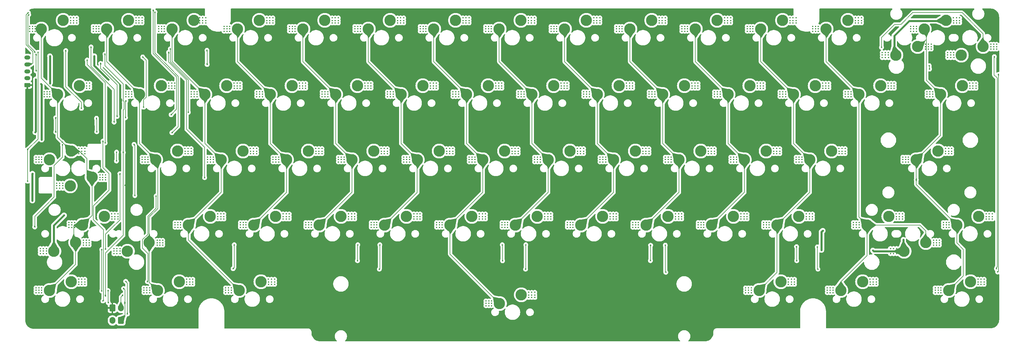
<source format=gbr>
%TF.GenerationSoftware,KiCad,Pcbnew,8.99.0-946-gf00a1ab517*%
%TF.CreationDate,2024-05-15T19:42:52+07:00*%
%TF.ProjectId,toro60_hs,746f726f-3630-45f6-9873-2e6b69636164,rev?*%
%TF.SameCoordinates,Original*%
%TF.FileFunction,Copper,L1,Top*%
%TF.FilePolarity,Positive*%
%FSLAX46Y46*%
G04 Gerber Fmt 4.6, Leading zero omitted, Abs format (unit mm)*
G04 Created by KiCad (PCBNEW 8.99.0-946-gf00a1ab517) date 2024-05-15 19:42:52*
%MOMM*%
%LPD*%
G01*
G04 APERTURE LIST*
G04 Aperture macros list*
%AMRoundRect*
0 Rectangle with rounded corners*
0 $1 Rounding radius*
0 $2 $3 $4 $5 $6 $7 $8 $9 X,Y pos of 4 corners*
0 Add a 4 corners polygon primitive as box body*
4,1,4,$2,$3,$4,$5,$6,$7,$8,$9,$2,$3,0*
0 Add four circle primitives for the rounded corners*
1,1,$1+$1,$2,$3*
1,1,$1+$1,$4,$5*
1,1,$1+$1,$6,$7*
1,1,$1+$1,$8,$9*
0 Add four rect primitives between the rounded corners*
20,1,$1+$1,$2,$3,$4,$5,0*
20,1,$1+$1,$4,$5,$6,$7,0*
20,1,$1+$1,$6,$7,$8,$9,0*
20,1,$1+$1,$8,$9,$2,$3,0*%
G04 Aperture macros list end*
%TA.AperFunction,ComponentPad*%
%ADD10C,3.300000*%
%TD*%
%TA.AperFunction,ComponentPad*%
%ADD11C,0.400000*%
%TD*%
%TA.AperFunction,ComponentPad*%
%ADD12RoundRect,0.250000X0.600000X0.750000X-0.600000X0.750000X-0.600000X-0.750000X0.600000X-0.750000X0*%
%TD*%
%TA.AperFunction,ComponentPad*%
%ADD13O,1.700000X2.000000*%
%TD*%
%TA.AperFunction,ComponentPad*%
%ADD14RoundRect,0.250000X0.625000X-0.350000X0.625000X0.350000X-0.625000X0.350000X-0.625000X-0.350000X0*%
%TD*%
%TA.AperFunction,ComponentPad*%
%ADD15O,1.750000X1.200000*%
%TD*%
%TA.AperFunction,ComponentPad*%
%ADD16RoundRect,0.250000X-0.600000X-0.750000X0.600000X-0.750000X0.600000X0.750000X-0.600000X0.750000X0*%
%TD*%
%TA.AperFunction,ViaPad*%
%ADD17C,0.400000*%
%TD*%
%TA.AperFunction,Conductor*%
%ADD18C,0.200000*%
%TD*%
%TA.AperFunction,Conductor*%
%ADD19C,0.600000*%
%TD*%
G04 APERTURE END LIST*
D10*
%TO.P,SW29,1,1*%
%TO.N,Net-(D29-A)*%
X309518000Y-150245000D03*
D11*
X311678000Y-149525000D03*
X311703000Y-150290000D03*
X311703000Y-151025000D03*
X312578000Y-149525000D03*
X312578000Y-150290000D03*
X312578000Y-151025000D03*
X313478000Y-149525000D03*
X313478000Y-150290000D03*
X313478000Y-151025000D03*
%TO.P,SW29,2,2*%
%TO.N,C13*%
X299228000Y-152025000D03*
X299228000Y-152725000D03*
X299228000Y-153425000D03*
X300078000Y-152025000D03*
X300078000Y-152725000D03*
X300078000Y-153425000D03*
X300878000Y-152025000D03*
X300878000Y-152725000D03*
X300878000Y-153425000D03*
D10*
X303168000Y-152785000D03*
%TD*%
%TO.P,SW30,1,1*%
%TO.N,Net-(D30-A)*%
X49644000Y-179455000D03*
D11*
X47484000Y-180175000D03*
X47459000Y-179410000D03*
X47459000Y-178675000D03*
X46584000Y-180175000D03*
X46584000Y-179410000D03*
X46584000Y-178675000D03*
X45684000Y-180175000D03*
X45684000Y-179410000D03*
X45684000Y-178675000D03*
%TO.P,SW30,2,2*%
%TO.N,C0*%
X59934000Y-177675000D03*
X59934000Y-176975000D03*
X59934000Y-176275000D03*
X59084000Y-177675000D03*
X59084000Y-176975000D03*
X59084000Y-176275000D03*
X58284000Y-177675000D03*
X58284000Y-176975000D03*
X58284000Y-176275000D03*
D10*
X55994000Y-176915000D03*
%TD*%
%TO.P,SW16,1,1*%
%TO.N,Net-(D16-A)*%
X52343000Y-150245000D03*
D11*
X53003000Y-149525000D03*
X53028000Y-150290000D03*
X53028000Y-151025000D03*
X54403000Y-149525000D03*
X54403000Y-150290000D03*
X54403000Y-151025000D03*
X55303000Y-149525000D03*
X55303000Y-150290000D03*
X55303000Y-151025000D03*
%TO.P,SW16,2,2*%
%TO.N,C0*%
X42053000Y-152025000D03*
X42053000Y-152725000D03*
X42053000Y-153425000D03*
X42903000Y-152025000D03*
X42903000Y-152725000D03*
X42903000Y-153425000D03*
X43703000Y-152025000D03*
X43703000Y-152725000D03*
X43703000Y-153425000D03*
D10*
X45993000Y-152785000D03*
%TD*%
%TO.P,SW69,1,1*%
%TO.N,Net-(D69-A)*%
X280465999Y-207395000D03*
D11*
X282625999Y-206675000D03*
X282650999Y-207440000D03*
X282650999Y-208175000D03*
X283525999Y-206675000D03*
X283525999Y-207440000D03*
X283525999Y-208175000D03*
X284425999Y-206675000D03*
X284425999Y-207440000D03*
X284425999Y-208175000D03*
%TO.P,SW69,2,2*%
%TO.N,C12*%
X270175999Y-209175000D03*
X270175999Y-209875000D03*
X270175999Y-210575000D03*
X271025999Y-209175000D03*
X271025999Y-209875000D03*
X271025999Y-210575000D03*
X271825999Y-209175000D03*
X271825999Y-209875000D03*
X271825999Y-210575000D03*
D10*
X274115999Y-209935000D03*
%TD*%
%TO.P,SW50,1,1*%
%TO.N,Net-(D50-A)*%
X185692500Y-188345000D03*
D11*
X187852500Y-187625000D03*
X187877500Y-188390000D03*
X187877500Y-189125000D03*
X188752500Y-187625000D03*
X188752500Y-188390000D03*
X188752500Y-189125000D03*
X189652500Y-187625000D03*
X189652500Y-188390000D03*
X189652500Y-189125000D03*
%TO.P,SW50,2,2*%
%TO.N,C7*%
X175402500Y-190125000D03*
X175402500Y-190825000D03*
X175402500Y-191525000D03*
X176252500Y-190125000D03*
X176252500Y-190825000D03*
X176252500Y-191525000D03*
X177052500Y-190125000D03*
X177052500Y-190825000D03*
X177052500Y-191525000D03*
D10*
X179342500Y-190885000D03*
%TD*%
%TO.P,SW31,1,1*%
%TO.N,Net-(D31-A)*%
X80917500Y-169295000D03*
D11*
X83077500Y-168575000D03*
X83102500Y-169340000D03*
X83102500Y-170075000D03*
X83977500Y-168575000D03*
X83977500Y-169340000D03*
X83977500Y-170075000D03*
X84877500Y-168575000D03*
X84877500Y-169340000D03*
X84877500Y-170075000D03*
%TO.P,SW31,2,2*%
%TO.N,C1*%
X70627500Y-171075000D03*
X70627500Y-171775000D03*
X70627500Y-172475000D03*
X71477500Y-171075000D03*
X71477500Y-171775000D03*
X71477500Y-172475000D03*
X72277500Y-171075000D03*
X72277500Y-171775000D03*
X72277500Y-172475000D03*
D10*
X74567500Y-171835000D03*
%TD*%
%TO.P,SW13,1,1*%
%TO.N,Net-(D13-A)*%
X276180000Y-131195000D03*
D11*
X278340000Y-130475000D03*
X278365000Y-131240000D03*
X278365000Y-131975000D03*
X279240000Y-130475000D03*
X279240000Y-131240000D03*
X279240000Y-131975000D03*
X280140000Y-130475000D03*
X280140000Y-131240000D03*
X280140000Y-131975000D03*
%TO.P,SW13,2,2*%
%TO.N,C12*%
X265890000Y-132975000D03*
X265890000Y-133675000D03*
X265890000Y-134375000D03*
X266740000Y-132975000D03*
X266740000Y-133675000D03*
X266740000Y-134375000D03*
X267540000Y-132975000D03*
X267540000Y-133675000D03*
X267540000Y-134375000D03*
D10*
X269830000Y-133735000D03*
%TD*%
%TO.P,SW46,1,1*%
%TO.N,Net-(D46-A)*%
X109492500Y-188345000D03*
D11*
X111652500Y-187625000D03*
X111677500Y-188390000D03*
X111677500Y-189125000D03*
X112552500Y-187625000D03*
X112552500Y-188390000D03*
X112552500Y-189125000D03*
X113452500Y-187625000D03*
X113452500Y-188390000D03*
X113452500Y-189125000D03*
%TO.P,SW46,2,2*%
%TO.N,C3*%
X99202500Y-190125000D03*
X99202500Y-190825000D03*
X99202500Y-191525000D03*
X100052500Y-190125000D03*
X100052500Y-190825000D03*
X100052500Y-191525000D03*
X100852500Y-190125000D03*
X100852500Y-190825000D03*
X100852500Y-191525000D03*
D10*
X103142500Y-190885000D03*
%TD*%
%TO.P,SW19,1,1*%
%TO.N,Net-(D19-A)*%
X114255000Y-150245000D03*
D11*
X116415000Y-149525000D03*
X116440000Y-150290000D03*
X116440000Y-151025000D03*
X117315000Y-149525000D03*
X117315000Y-150290000D03*
X117315000Y-151025000D03*
X118215000Y-149525000D03*
X118215000Y-150290000D03*
X118215000Y-151025000D03*
%TO.P,SW19,2,2*%
%TO.N,C3*%
X103965000Y-152025000D03*
X103965000Y-152725000D03*
X103965000Y-153425000D03*
X104815000Y-152025000D03*
X104815000Y-152725000D03*
X104815000Y-153425000D03*
X105615000Y-152025000D03*
X105615000Y-152725000D03*
X105615000Y-153425000D03*
D10*
X107905000Y-152785000D03*
%TD*%
%TO.P,SW23,1,1*%
%TO.N,Net-(D23-A)*%
X190455000Y-150245000D03*
D11*
X192615000Y-149525000D03*
X192640000Y-150290000D03*
X192640000Y-151025000D03*
X193515000Y-149525000D03*
X193515000Y-150290000D03*
X193515000Y-151025000D03*
X194415000Y-149525000D03*
X194415000Y-150290000D03*
X194415000Y-151025000D03*
%TO.P,SW23,2,2*%
%TO.N,C7*%
X180165000Y-152025000D03*
X180165000Y-152725000D03*
X180165000Y-153425000D03*
X181015000Y-152025000D03*
X181015000Y-152725000D03*
X181015000Y-153425000D03*
X181815000Y-152025000D03*
X181815000Y-152725000D03*
X181815000Y-153425000D03*
D10*
X184105000Y-152785000D03*
%TD*%
D12*
%TO.P,SWb\u00F4t1,1,1*%
%TO.N,+3.3V*%
X64435000Y-218675000D03*
D13*
%TO.P,SWb\u00F4t1,2,2*%
%TO.N,boot*%
X61935000Y-218675000D03*
%TD*%
D10*
%TO.P,SW53,1,1*%
%TO.N,Net-(D53-A)*%
X242842500Y-188345000D03*
D11*
X245002500Y-187625000D03*
X245027500Y-188390000D03*
X245027500Y-189125000D03*
X245902500Y-187625000D03*
X245902500Y-188390000D03*
X245902500Y-189125000D03*
X246802500Y-187625000D03*
X246802500Y-188390000D03*
X246802500Y-189125000D03*
%TO.P,SW53,2,2*%
%TO.N,C10*%
X232552500Y-190125000D03*
X232552500Y-190825000D03*
X232552500Y-191525000D03*
X233402500Y-190125000D03*
X233402500Y-190825000D03*
X233402500Y-191525000D03*
X234202500Y-190125000D03*
X234202500Y-190825000D03*
X234202500Y-191525000D03*
D10*
X236492500Y-190885000D03*
%TD*%
%TO.P,SW28,1,1*%
%TO.N,Net-(D28-A)*%
X285705000Y-150245000D03*
D11*
X287865000Y-149525000D03*
X287890000Y-150290000D03*
X287890000Y-151025000D03*
X288765000Y-149525000D03*
X288765000Y-150290000D03*
X288765000Y-151025000D03*
X289665000Y-149525000D03*
X289665000Y-150290000D03*
X289665000Y-151025000D03*
%TO.P,SW28,2,2*%
%TO.N,C12*%
X275415000Y-152025000D03*
X275415000Y-152725000D03*
X275415000Y-153425000D03*
X276265000Y-152025000D03*
X276265000Y-152725000D03*
X276265000Y-153425000D03*
X277065000Y-152025000D03*
X277065000Y-152725000D03*
X277065000Y-153425000D03*
D10*
X279355000Y-152785000D03*
%TD*%
%TO.P,SW56,1,1*%
%TO.N,Net-(D56-A)*%
X314280000Y-188345000D03*
D11*
X316440000Y-187625000D03*
X316465000Y-188390000D03*
X316465000Y-189125000D03*
X317340000Y-187625000D03*
X317340000Y-188390000D03*
X317340000Y-189125000D03*
X318240000Y-187625000D03*
X318240000Y-188390000D03*
X318240000Y-189125000D03*
%TO.P,SW56,2,2*%
%TO.N,C13*%
X303990000Y-190125000D03*
X303990000Y-190825000D03*
X303990000Y-191525000D03*
X304840000Y-190125000D03*
X304840000Y-190825000D03*
X304840000Y-191525000D03*
X305640000Y-190125000D03*
X305640000Y-190825000D03*
X305640000Y-191525000D03*
D10*
X307930000Y-190885000D03*
%TD*%
%TO.P,SW34,1,1*%
%TO.N,Net-(D34-A)*%
X138067500Y-169295000D03*
D11*
X140227500Y-168575000D03*
X140252500Y-169340000D03*
X140252500Y-170075000D03*
X141127500Y-168575000D03*
X141127500Y-169340000D03*
X141127500Y-170075000D03*
X142027500Y-168575000D03*
X142027500Y-169340000D03*
X142027500Y-170075000D03*
%TO.P,SW34,2,2*%
%TO.N,C4*%
X127777500Y-171075000D03*
X127777500Y-171775000D03*
X127777500Y-172475000D03*
X128627500Y-171075000D03*
X128627500Y-171775000D03*
X128627500Y-172475000D03*
X129427500Y-171075000D03*
X129427500Y-171775000D03*
X129427500Y-172475000D03*
D10*
X131717500Y-171835000D03*
%TD*%
%TO.P,SW45,1,1*%
%TO.N,Net-(D45-A)*%
X90442500Y-188345000D03*
D11*
X92602500Y-187625000D03*
X92627500Y-188390000D03*
X92627500Y-189125000D03*
X93502500Y-187625000D03*
X93502500Y-188390000D03*
X93502500Y-189125000D03*
X94402500Y-187625000D03*
X94402500Y-188390000D03*
X94402500Y-189125000D03*
%TO.P,SW45,2,2*%
%TO.N,C2*%
X80152500Y-190125000D03*
X80152500Y-190825000D03*
X80152500Y-191525000D03*
X81002500Y-190125000D03*
X81002500Y-190825000D03*
X81002500Y-191525000D03*
X81802500Y-190125000D03*
X81802500Y-190825000D03*
X81802500Y-191525000D03*
D10*
X84092500Y-190885000D03*
%TD*%
%TO.P,SW2,1,1*%
%TO.N,Net-(D2-A)*%
X66630000Y-131195000D03*
D11*
X68790000Y-130475000D03*
X68815000Y-131240000D03*
X68815000Y-131975000D03*
X69690000Y-130475000D03*
X69690000Y-131240000D03*
X69690000Y-131975000D03*
X70590000Y-130475000D03*
X70590000Y-131240000D03*
X70590000Y-131975000D03*
%TO.P,SW2,2,2*%
%TO.N,C1*%
X56340000Y-132975000D03*
X56340000Y-133675000D03*
X56340000Y-134375000D03*
X57190000Y-132975000D03*
X57190000Y-133675000D03*
X57190000Y-134375000D03*
X57990000Y-132975000D03*
X57990000Y-133675000D03*
X57990000Y-134375000D03*
D10*
X60280000Y-133735000D03*
%TD*%
%TO.P,SW21,1,1*%
%TO.N,Net-(D21-A)*%
X152355000Y-150245000D03*
D11*
X154515000Y-149525000D03*
X154540000Y-150290000D03*
X154540000Y-151025000D03*
X155415000Y-149525000D03*
X155415000Y-150290000D03*
X155415000Y-151025000D03*
X156315000Y-149525000D03*
X156315000Y-150290000D03*
X156315000Y-151025000D03*
%TO.P,SW21,2,2*%
%TO.N,C5*%
X142065000Y-152025000D03*
X142065000Y-152725000D03*
X142065000Y-153425000D03*
X142915000Y-152025000D03*
X142915000Y-152725000D03*
X142915000Y-153425000D03*
X143715000Y-152025000D03*
X143715000Y-152725000D03*
X143715000Y-153425000D03*
D10*
X146005000Y-152785000D03*
%TD*%
%TO.P,SW3,1,1*%
%TO.N,Net-(D3-A)*%
X85680000Y-131195000D03*
D11*
X87340000Y-130475000D03*
X87365000Y-131240000D03*
X87365000Y-131975000D03*
X88240000Y-130475000D03*
X88240000Y-131240000D03*
X88240000Y-131975000D03*
X89140000Y-130475000D03*
X89140000Y-131240000D03*
X89140000Y-131975000D03*
%TO.P,SW3,2,2*%
%TO.N,C2*%
X75390000Y-132975000D03*
X75390000Y-133675000D03*
X75390000Y-134375000D03*
X76240000Y-132975000D03*
X76240000Y-133675000D03*
X76240000Y-134375000D03*
X77040000Y-132975000D03*
X77040000Y-133675000D03*
X77040000Y-134375000D03*
D10*
X79330000Y-133735000D03*
%TD*%
%TO.P,SW26,1,1*%
%TO.N,Net-(D26-A)*%
X247605000Y-150245000D03*
D11*
X249765000Y-149525000D03*
X249790000Y-150290000D03*
X249790000Y-151025000D03*
X250665000Y-149525000D03*
X250665000Y-150290000D03*
X250665000Y-151025000D03*
X251565000Y-149525000D03*
X251565000Y-150290000D03*
X251565000Y-151025000D03*
%TO.P,SW26,2,2*%
%TO.N,C10*%
X237315000Y-152025000D03*
X237315000Y-152725000D03*
X237315000Y-153425000D03*
X238165000Y-152025000D03*
X238165000Y-152725000D03*
X238165000Y-153425000D03*
X238965000Y-152025000D03*
X238965000Y-152725000D03*
X238965000Y-153425000D03*
D10*
X241255000Y-152785000D03*
%TD*%
D14*
%TO.P,J2,1,Pin_1*%
%TO.N,GND*%
X37165000Y-150065000D03*
D15*
%TO.P,J2,2,Pin_2*%
%TO.N,+3.3V*%
X37165000Y-148065000D03*
%TO.P,J2,3,Pin_3*%
%TO.N,RST*%
X37165000Y-146065000D03*
%TO.P,J2,4,Pin_4*%
%TO.N,DIO*%
X37165000Y-144065000D03*
%TO.P,J2,5,Pin_5*%
%TO.N,CLK*%
X37165000Y-142065000D03*
%TD*%
D10*
%TO.P,SW8,1,1*%
%TO.N,Net-(D8-A)*%
X180930000Y-131195000D03*
D11*
X183090000Y-130475000D03*
X183115000Y-131240000D03*
X183115000Y-131975000D03*
X183990000Y-130475000D03*
X183990000Y-131240000D03*
X183990000Y-131975000D03*
X184890000Y-130475000D03*
X184890000Y-131240000D03*
X184890000Y-131975000D03*
%TO.P,SW8,2,2*%
%TO.N,C7*%
X170640000Y-132975000D03*
X170640000Y-133675000D03*
X170640000Y-134375000D03*
X171490000Y-132975000D03*
X171490000Y-133675000D03*
X171490000Y-134375000D03*
X172290000Y-132975000D03*
X172290000Y-133675000D03*
X172290000Y-134375000D03*
D10*
X174580000Y-133735000D03*
%TD*%
%TO.P,SW22,1,1*%
%TO.N,Net-(D22-A)*%
X171405000Y-150245000D03*
D11*
X173565000Y-149525000D03*
X173590000Y-150290000D03*
X173590000Y-151025000D03*
X174465000Y-149525000D03*
X174465000Y-150290000D03*
X174465000Y-151025000D03*
X175365000Y-149525000D03*
X175365000Y-150290000D03*
X175365000Y-151025000D03*
%TO.P,SW22,2,2*%
%TO.N,C6*%
X161115000Y-152025000D03*
X161115000Y-152725000D03*
X161115000Y-153425000D03*
X161965000Y-152025000D03*
X161965000Y-152725000D03*
X161965000Y-153425000D03*
X162765000Y-152025000D03*
X162765000Y-152725000D03*
X162765000Y-153425000D03*
D10*
X165055000Y-152785000D03*
%TD*%
%TO.P,SW6,1,1*%
%TO.N,Net-(D6-A)*%
X142830000Y-131195000D03*
D11*
X144990000Y-130475000D03*
X145015000Y-131240000D03*
X145015000Y-131975000D03*
X145890000Y-130475000D03*
X145890000Y-131240000D03*
X145890000Y-131975000D03*
X146790000Y-130475000D03*
X146790000Y-131240000D03*
X146790000Y-131975000D03*
%TO.P,SW6,2,2*%
%TO.N,C5*%
X132540000Y-132975000D03*
X132540000Y-133675000D03*
X132540000Y-134375000D03*
X133390000Y-132975000D03*
X133390000Y-133675000D03*
X133390000Y-134375000D03*
X134190000Y-132975000D03*
X134190000Y-133675000D03*
X134190000Y-134375000D03*
D10*
X136480000Y-133735000D03*
%TD*%
%TO.P,SW14,1,1*%
%TO.N,Net-(D14-A)*%
X290150000Y-141355000D03*
D11*
X287990000Y-142075000D03*
X287965000Y-141310000D03*
X287965000Y-140575000D03*
X287090000Y-142075000D03*
X287090000Y-141310000D03*
X287090000Y-140575000D03*
X286190000Y-142075000D03*
X286190000Y-141310000D03*
X286190000Y-140575000D03*
%TO.P,SW14,2,2*%
%TO.N,C13*%
X300440000Y-139575000D03*
X300440000Y-138875000D03*
X300440000Y-138175000D03*
X299590000Y-139575000D03*
X299590000Y-138875000D03*
X299590000Y-138175000D03*
X298790000Y-139575000D03*
X298790000Y-138875000D03*
X298790000Y-138175000D03*
D10*
X296500000Y-138815000D03*
%TD*%
%TO.P,SW20,1,1*%
%TO.N,Net-(D20-A)*%
X133305000Y-150245000D03*
D11*
X135465000Y-149525000D03*
X135490000Y-150290000D03*
X135490000Y-151025000D03*
X136365000Y-149525000D03*
X136365000Y-150290000D03*
X136365000Y-151025000D03*
X137265000Y-149525000D03*
X137265000Y-150290000D03*
X137265000Y-151025000D03*
%TO.P,SW20,2,2*%
%TO.N,C4*%
X123015000Y-152025000D03*
X123015000Y-152725000D03*
X123015000Y-153425000D03*
X123865000Y-152025000D03*
X123865000Y-152725000D03*
X123865000Y-153425000D03*
X124665000Y-152025000D03*
X124665000Y-152725000D03*
X124665000Y-153425000D03*
D10*
X126955000Y-152785000D03*
%TD*%
%TO.P,SW24,1,1*%
%TO.N,Net-(D24-A)*%
X209505000Y-150245000D03*
D11*
X211665000Y-149525000D03*
X211690000Y-150290000D03*
X211690000Y-151025000D03*
X212565000Y-149525000D03*
X212565000Y-150290000D03*
X212565000Y-151025000D03*
X213465000Y-149525000D03*
X213465000Y-150290000D03*
X213465000Y-151025000D03*
%TO.P,SW24,2,2*%
%TO.N,C8*%
X199215000Y-152025000D03*
X199215000Y-152725000D03*
X199215000Y-153425000D03*
X200065000Y-152025000D03*
X200065000Y-152725000D03*
X200065000Y-153425000D03*
X200865000Y-152025000D03*
X200865000Y-152725000D03*
X200865000Y-153425000D03*
D10*
X203155000Y-152785000D03*
%TD*%
%TO.P,SW40,1,1*%
%TO.N,Net-(D40-A)*%
X252367500Y-169295000D03*
D11*
X254527500Y-168575000D03*
X254552500Y-169340000D03*
X254552500Y-170075000D03*
X255427500Y-168575000D03*
X255427500Y-169340000D03*
X255427500Y-170075000D03*
X256327500Y-168575000D03*
X256327500Y-169340000D03*
X256327500Y-170075000D03*
%TO.P,SW40,2,2*%
%TO.N,C10*%
X242077500Y-171075000D03*
X242077500Y-171775000D03*
X242077500Y-172475000D03*
X242927500Y-171075000D03*
X242927500Y-171775000D03*
X242927500Y-172475000D03*
X243727500Y-171075000D03*
X243727500Y-171775000D03*
X243727500Y-172475000D03*
D10*
X246017500Y-171835000D03*
%TD*%
%TO.P,SW36,1,1*%
%TO.N,Net-(D36-A)*%
X176167500Y-169295000D03*
D11*
X178327500Y-168575000D03*
X178352500Y-169340000D03*
X178352500Y-170075000D03*
X179227500Y-168575000D03*
X179227500Y-169340000D03*
X179227500Y-170075000D03*
X180127500Y-168575000D03*
X180127500Y-169340000D03*
X180127500Y-170075000D03*
%TO.P,SW36,2,2*%
%TO.N,C6*%
X165877500Y-171075000D03*
X165877500Y-171775000D03*
X165877500Y-172475000D03*
X166727500Y-171075000D03*
X166727500Y-171775000D03*
X166727500Y-172475000D03*
X167527500Y-171075000D03*
X167527500Y-171775000D03*
X167527500Y-172475000D03*
D10*
X169817500Y-171835000D03*
%TD*%
%TO.P,SW35,1,1*%
%TO.N,Net-(D35-A)*%
X157117500Y-169295000D03*
D11*
X159277500Y-168575000D03*
X159302500Y-169340000D03*
X159302500Y-170075000D03*
X160177500Y-168575000D03*
X160177500Y-169340000D03*
X160177500Y-170075000D03*
X161077500Y-168575000D03*
X161077500Y-169340000D03*
X161077500Y-170075000D03*
%TO.P,SW35,2,2*%
%TO.N,C5*%
X146827500Y-171075000D03*
X146827500Y-171775000D03*
X146827500Y-172475000D03*
X147677500Y-171075000D03*
X147677500Y-171775000D03*
X147677500Y-172475000D03*
X148477500Y-171075000D03*
X148477500Y-171775000D03*
X148477500Y-172475000D03*
D10*
X150767500Y-171835000D03*
%TD*%
%TO.P,SW17,1,1*%
%TO.N,Net-(D17-A)*%
X76155000Y-150245000D03*
D11*
X78315000Y-149525000D03*
X78340000Y-150290000D03*
X78340000Y-151025000D03*
X79215000Y-149525000D03*
X79215000Y-150290000D03*
X79215000Y-151025000D03*
X80115000Y-149525000D03*
X80115000Y-150290000D03*
X80115000Y-151025000D03*
%TO.P,SW17,2,2*%
%TO.N,C1*%
X65865000Y-152025000D03*
X65865000Y-152725000D03*
X65865000Y-153425000D03*
X66715000Y-152025000D03*
X66715000Y-152725000D03*
X66715000Y-153425000D03*
X67515000Y-152025000D03*
X67515000Y-152725000D03*
X67515000Y-153425000D03*
D10*
X69805000Y-152785000D03*
%TD*%
%TO.P,SW41,1,1*%
%TO.N,Net-(D41-A)*%
X271417500Y-169295000D03*
D11*
X273577500Y-168575000D03*
X273602500Y-169340000D03*
X273602500Y-170075000D03*
X274477500Y-168575000D03*
X274477500Y-169340000D03*
X274477500Y-170075000D03*
X275377500Y-168575000D03*
X275377500Y-169340000D03*
X275377500Y-170075000D03*
%TO.P,SW41,2,2*%
%TO.N,C11*%
X261127500Y-171075000D03*
X261127500Y-171775000D03*
X261127500Y-172475000D03*
X261977500Y-171075000D03*
X261977500Y-171775000D03*
X261977500Y-172475000D03*
X262777500Y-171075000D03*
X262777500Y-171775000D03*
X262777500Y-172475000D03*
D10*
X265067500Y-171835000D03*
%TD*%
%TO.P,SW39,1,1*%
%TO.N,Net-(D39-A)*%
X233317500Y-169295000D03*
D11*
X235477500Y-168575000D03*
X235502500Y-169340000D03*
X235502500Y-170075000D03*
X236377500Y-168575000D03*
X236377500Y-169340000D03*
X236377500Y-170075000D03*
X237277500Y-168575000D03*
X237277500Y-169340000D03*
X237277500Y-170075000D03*
%TO.P,SW39,2,2*%
%TO.N,C9*%
X223027500Y-171075000D03*
X223027500Y-171775000D03*
X223027500Y-172475000D03*
X223877500Y-171075000D03*
X223877500Y-171775000D03*
X223877500Y-172475000D03*
X224677500Y-171075000D03*
X224677500Y-171775000D03*
X224677500Y-172475000D03*
D10*
X226967500Y-171835000D03*
%TD*%
%TO.P,SW1005,1,1*%
%TO.N,Net-(D55-A)*%
X292531500Y-198505000D03*
D11*
X290371500Y-199225000D03*
X290346500Y-198460000D03*
X290346500Y-197725000D03*
X289471500Y-199225000D03*
X289471500Y-198460000D03*
X289471500Y-197725000D03*
X288571500Y-199225000D03*
X288571500Y-198460000D03*
X288571500Y-197725000D03*
%TO.P,SW1005,2,2*%
%TO.N,C12*%
X302821500Y-196725000D03*
X302821500Y-196025000D03*
X302821500Y-195325000D03*
X301971500Y-196725000D03*
X301971500Y-196025000D03*
X301971500Y-195325000D03*
X301171500Y-196725000D03*
X301171500Y-196025000D03*
X301171500Y-195325000D03*
D10*
X298881500Y-195965000D03*
%TD*%
%TO.P,SW11,1,1*%
%TO.N,Net-(D11-A)*%
X238080000Y-131195000D03*
D11*
X240240000Y-130475000D03*
X240265000Y-131240000D03*
X240265000Y-131975000D03*
X241140000Y-130475000D03*
X241140000Y-131240000D03*
X241140000Y-131975000D03*
X242040000Y-130475000D03*
X242040000Y-131240000D03*
X242040000Y-131975000D03*
%TO.P,SW11,2,2*%
%TO.N,C10*%
X227790000Y-132975000D03*
X227790000Y-133675000D03*
X227790000Y-134375000D03*
X228640000Y-132975000D03*
X228640000Y-133675000D03*
X228640000Y-134375000D03*
X229440000Y-132975000D03*
X229440000Y-133675000D03*
X229440000Y-134375000D03*
D10*
X231730000Y-133735000D03*
%TD*%
%TO.P,SW49,1,1*%
%TO.N,Net-(D49-A)*%
X166642500Y-188345000D03*
D11*
X168802500Y-187625000D03*
X168827500Y-188390000D03*
X168827500Y-189125000D03*
X169702500Y-187625000D03*
X169702500Y-188390000D03*
X169702500Y-189125000D03*
X170602500Y-187625000D03*
X170602500Y-188390000D03*
X170602500Y-189125000D03*
%TO.P,SW49,2,2*%
%TO.N,C6*%
X156352500Y-190125000D03*
X156352500Y-190825000D03*
X156352500Y-191525000D03*
X157202500Y-190125000D03*
X157202500Y-190825000D03*
X157202500Y-191525000D03*
X158002500Y-190125000D03*
X158002500Y-190825000D03*
X158002500Y-191525000D03*
D10*
X160292500Y-190885000D03*
%TD*%
D16*
%TO.P,SWb\u00F4trst1,1,1*%
%TO.N,GND*%
X61915000Y-215055000D03*
D13*
%TO.P,SWb\u00F4trst1,2,2*%
%TO.N,RST*%
X64415000Y-215055000D03*
%TD*%
D10*
%TO.P,SW12,1,1*%
%TO.N,Net-(D12-A)*%
X257130000Y-131195000D03*
D11*
X259290000Y-130475000D03*
X259315000Y-131240000D03*
X259315000Y-131975000D03*
X260190000Y-130475000D03*
X260190000Y-131240000D03*
X260190000Y-131975000D03*
X261090000Y-130475000D03*
X261090000Y-131240000D03*
X261090000Y-131975000D03*
%TO.P,SW12,2,2*%
%TO.N,C11*%
X246840000Y-132975000D03*
X246840000Y-133675000D03*
X246840000Y-134375000D03*
X247690000Y-132975000D03*
X247690000Y-133675000D03*
X247690000Y-134375000D03*
X248490000Y-132975000D03*
X248490000Y-133675000D03*
X248490000Y-134375000D03*
D10*
X250780000Y-133735000D03*
%TD*%
%TO.P,SW1002,1,1*%
%TO.N,C0*%
X49961000Y-169295000D03*
D11*
X52121000Y-168575000D03*
X52146000Y-169340000D03*
X52146000Y-170075000D03*
X53021000Y-168575000D03*
X53021000Y-169340000D03*
X53021000Y-170075000D03*
X53921000Y-168575000D03*
X53921000Y-169340000D03*
X53921000Y-170075000D03*
%TO.P,SW1002,2,2*%
%TO.N,Net-(D30-A)*%
X39671000Y-171075000D03*
X39671000Y-171775000D03*
X39671000Y-172475000D03*
X40521000Y-171075000D03*
X40521000Y-171775000D03*
X40521000Y-172475000D03*
X41321000Y-171075000D03*
X41321000Y-171775000D03*
X41321000Y-172475000D03*
D10*
X43611000Y-171835000D03*
%TD*%
%TO.P,SW1,1,1*%
%TO.N,Net-(D1-A)*%
X47580000Y-131195000D03*
D11*
X49740000Y-130475000D03*
X49765000Y-131240000D03*
X49765000Y-131975000D03*
X50640000Y-130475000D03*
X50640000Y-131240000D03*
X50640000Y-131975000D03*
X51540000Y-130475000D03*
X51540000Y-131240000D03*
X51540000Y-131975000D03*
%TO.P,SW1,2,2*%
%TO.N,C0*%
X37790000Y-132975000D03*
X37790000Y-133675000D03*
X37790000Y-134375000D03*
X38640000Y-132975000D03*
X38640000Y-133675000D03*
X38640000Y-134375000D03*
X39440000Y-132975000D03*
X39440000Y-133675000D03*
X39440000Y-134375000D03*
D10*
X41230000Y-133735000D03*
%TD*%
%TO.P,SW55,1,1*%
%TO.N,Net-(D55-A)*%
X288086500Y-188345000D03*
D11*
X290246500Y-187625000D03*
X290271500Y-188390000D03*
X290271500Y-189125000D03*
X291146500Y-187625000D03*
X291146500Y-188390000D03*
X291146500Y-189125000D03*
X292046500Y-187625000D03*
X292046500Y-188390000D03*
X292046500Y-189125000D03*
%TO.P,SW55,2,2*%
%TO.N,C12*%
X277796500Y-190125000D03*
X277796500Y-190825000D03*
X277796500Y-191525000D03*
X278646500Y-190125000D03*
X278646500Y-190825000D03*
X278646500Y-191525000D03*
X279446500Y-190125000D03*
X279446500Y-190825000D03*
X279446500Y-191525000D03*
D10*
X281736500Y-190885000D03*
%TD*%
%TO.P,SW7,1,1*%
%TO.N,Net-(D7-A)*%
X161880000Y-131195000D03*
D11*
X164040000Y-130475000D03*
X164065000Y-131240000D03*
X164065000Y-131975000D03*
X164940000Y-130475000D03*
X164940000Y-131240000D03*
X164940000Y-131975000D03*
X165840000Y-130475000D03*
X165840000Y-131240000D03*
X165840000Y-131975000D03*
%TO.P,SW7,2,2*%
%TO.N,C6*%
X151590000Y-132975000D03*
X151590000Y-133675000D03*
X151590000Y-134375000D03*
X152440000Y-132975000D03*
X152440000Y-133675000D03*
X152440000Y-134375000D03*
X153240000Y-132975000D03*
X153240000Y-133675000D03*
X153240000Y-134375000D03*
D10*
X155530000Y-133735000D03*
%TD*%
%TO.P,SW9,1,1*%
%TO.N,Net-(D9-A)*%
X199980000Y-131195000D03*
D11*
X202140000Y-130475000D03*
X202165000Y-131240000D03*
X202165000Y-131975000D03*
X203040000Y-130475000D03*
X203040000Y-131240000D03*
X203040000Y-131975000D03*
X203940000Y-130475000D03*
X203940000Y-131240000D03*
X203940000Y-131975000D03*
%TO.P,SW9,2,2*%
%TO.N,C8*%
X189690000Y-132975000D03*
X189690000Y-133675000D03*
X189690000Y-134375000D03*
X190540000Y-132975000D03*
X190540000Y-133675000D03*
X190540000Y-134375000D03*
X191340000Y-132975000D03*
X191340000Y-133675000D03*
X191340000Y-134375000D03*
D10*
X193630000Y-133735000D03*
%TD*%
%TO.P,SW54,1,1*%
%TO.N,Net-(D54-A)*%
X261892500Y-188345000D03*
D11*
X264052500Y-187625000D03*
X264077500Y-188390000D03*
X264077500Y-189125000D03*
X264952500Y-187625000D03*
X264952500Y-188390000D03*
X264952500Y-189125000D03*
X265852500Y-187625000D03*
X265852500Y-188390000D03*
X265852500Y-189125000D03*
%TO.P,SW54,2,2*%
%TO.N,C11*%
X251602500Y-190125000D03*
X251602500Y-190825000D03*
X251602500Y-191525000D03*
X252452500Y-190125000D03*
X252452500Y-190825000D03*
X252452500Y-191525000D03*
X253252500Y-190125000D03*
X253252500Y-190825000D03*
X253252500Y-191525000D03*
D10*
X255542500Y-190885000D03*
%TD*%
%TO.P,SW4,1,1*%
%TO.N,Net-(D4-A)*%
X104730000Y-131195000D03*
D11*
X106890000Y-130475000D03*
X106915000Y-131240000D03*
X106915000Y-131975000D03*
X107790000Y-130475000D03*
X107790000Y-131240000D03*
X107790000Y-131975000D03*
X108690000Y-130475000D03*
X108690000Y-131240000D03*
X108690000Y-131975000D03*
%TO.P,SW4,2,2*%
%TO.N,C3*%
X94440000Y-132975000D03*
X94440000Y-133675000D03*
X94440000Y-134375000D03*
X95290000Y-132975000D03*
X95290000Y-133675000D03*
X95290000Y-134375000D03*
X96090000Y-132975000D03*
X96090000Y-133675000D03*
X96090000Y-134375000D03*
D10*
X98380000Y-133735000D03*
%TD*%
%TO.P,SW63,1,1*%
%TO.N,Net-(D63-A)*%
X181025000Y-211205000D03*
D11*
X183185000Y-210485000D03*
X183210000Y-211250000D03*
X183210000Y-211985000D03*
X184085000Y-210485000D03*
X184085000Y-211250000D03*
X184085000Y-211985000D03*
X184985000Y-210485000D03*
X184985000Y-211250000D03*
X184985000Y-211985000D03*
%TO.P,SW63,2,2*%
%TO.N,C6*%
X170735000Y-212985000D03*
X170735000Y-213685000D03*
X170735000Y-214385000D03*
X171585000Y-212985000D03*
X171585000Y-213685000D03*
X171585000Y-214385000D03*
X172385000Y-212985000D03*
X172385000Y-213685000D03*
X172385000Y-214385000D03*
D10*
X174675000Y-213745000D03*
%TD*%
%TO.P,SW44,1,1*%
%TO.N,Net-(D44-A)*%
X66312500Y-198505000D03*
D11*
X64152500Y-199225000D03*
X64127500Y-198460000D03*
X64127500Y-197725000D03*
X63252500Y-199225000D03*
X63252500Y-198460000D03*
X63252500Y-197725000D03*
X62352500Y-199225000D03*
X62352500Y-198460000D03*
X62352500Y-197725000D03*
%TO.P,SW44,2,2*%
%TO.N,C1*%
X76602500Y-196725000D03*
X76602500Y-196025000D03*
X76602500Y-195325000D03*
X75752500Y-196725000D03*
X75752500Y-196025000D03*
X75752500Y-195325000D03*
X74952500Y-196725000D03*
X74952500Y-196025000D03*
X74952500Y-195325000D03*
D10*
X72662500Y-195965000D03*
%TD*%
%TO.P,SW42,1,1*%
%TO.N,Net-(D42-A)*%
X302448099Y-169295000D03*
D11*
X304608099Y-168575000D03*
X304633099Y-169340000D03*
X304633099Y-170075000D03*
X305508099Y-168575000D03*
X305508099Y-169340000D03*
X305508099Y-170075000D03*
X306408099Y-168575000D03*
X306408099Y-169340000D03*
X306408099Y-170075000D03*
%TO.P,SW42,2,2*%
%TO.N,C13*%
X292158099Y-171075000D03*
X292158099Y-171775000D03*
X292158099Y-172475000D03*
X293008099Y-171075000D03*
X293008099Y-171775000D03*
X293008099Y-172475000D03*
X293808099Y-171075000D03*
X293808099Y-171775000D03*
X293808099Y-172475000D03*
D10*
X296098099Y-171835000D03*
%TD*%
%TO.P,SW32,1,1*%
%TO.N,Net-(D32-A)*%
X99967500Y-169295000D03*
D11*
X102127500Y-168575000D03*
X102152500Y-169340000D03*
X102152500Y-170075000D03*
X103027500Y-168575000D03*
X103027500Y-169340000D03*
X103027500Y-170075000D03*
X103927500Y-168575000D03*
X103927500Y-169340000D03*
X103927500Y-170075000D03*
%TO.P,SW32,2,2*%
%TO.N,C2*%
X89677500Y-171075000D03*
X89677500Y-171775000D03*
X89677500Y-172475000D03*
X90527500Y-171075000D03*
X90527500Y-171775000D03*
X90527500Y-172475000D03*
X91327500Y-171075000D03*
X91327500Y-171775000D03*
X91327500Y-172475000D03*
D10*
X93617500Y-171835000D03*
%TD*%
%TO.P,SW58,1,1*%
%TO.N,Net-(D58-A)*%
X81393500Y-207395000D03*
D11*
X83553500Y-206675000D03*
X83578500Y-207440000D03*
X83578500Y-208175000D03*
X84453500Y-206675000D03*
X84453500Y-207440000D03*
X84453500Y-208175000D03*
X85353500Y-206675000D03*
X85353500Y-207440000D03*
X85353500Y-208175000D03*
%TO.P,SW58,2,2*%
%TO.N,C1*%
X71103500Y-209175000D03*
X71103500Y-209875000D03*
X71103500Y-210575000D03*
X71953500Y-209175000D03*
X71953500Y-209875000D03*
X71953500Y-210575000D03*
X72753500Y-209175000D03*
X72753500Y-209875000D03*
X72753500Y-210575000D03*
D10*
X75043500Y-209935000D03*
%TD*%
%TO.P,SW51,1,1*%
%TO.N,Net-(D51-A)*%
X204742500Y-188345000D03*
D11*
X206902500Y-187625000D03*
X206927500Y-188390000D03*
X206927500Y-189125000D03*
X207802500Y-187625000D03*
X207802500Y-188390000D03*
X207802500Y-189125000D03*
X208702500Y-187625000D03*
X208702500Y-188390000D03*
X208702500Y-189125000D03*
%TO.P,SW51,2,2*%
%TO.N,C8*%
X194452500Y-190125000D03*
X194452500Y-190825000D03*
X194452500Y-191525000D03*
X195302500Y-190125000D03*
X195302500Y-190825000D03*
X195302500Y-191525000D03*
X196102500Y-190125000D03*
X196102500Y-190825000D03*
X196102500Y-191525000D03*
D10*
X198392500Y-190885000D03*
%TD*%
%TO.P,SW33,1,1*%
%TO.N,Net-(D33-A)*%
X119017500Y-169295000D03*
D11*
X121177500Y-168575000D03*
X121202500Y-169340000D03*
X121202500Y-170075000D03*
X122077500Y-168575000D03*
X122077500Y-169340000D03*
X122077500Y-170075000D03*
X122977500Y-168575000D03*
X122977500Y-169340000D03*
X122977500Y-170075000D03*
%TO.P,SW33,2,2*%
%TO.N,C3*%
X108727500Y-171075000D03*
X108727500Y-171775000D03*
X108727500Y-172475000D03*
X109577500Y-171075000D03*
X109577500Y-171775000D03*
X109577500Y-172475000D03*
X110377500Y-171075000D03*
X110377500Y-171775000D03*
X110377500Y-172475000D03*
D10*
X112667500Y-171835000D03*
%TD*%
%TO.P,SW27,1,1*%
%TO.N,Net-(D27-A)*%
X266655000Y-150245000D03*
D11*
X268815000Y-149525000D03*
X268840000Y-150290000D03*
X268840000Y-151025000D03*
X269715000Y-149525000D03*
X269715000Y-150290000D03*
X269715000Y-151025000D03*
X270615000Y-149525000D03*
X270615000Y-150290000D03*
X270615000Y-151025000D03*
%TO.P,SW27,2,2*%
%TO.N,C11*%
X256365000Y-152025000D03*
X256365000Y-152725000D03*
X256365000Y-153425000D03*
X257215000Y-152025000D03*
X257215000Y-152725000D03*
X257215000Y-153425000D03*
X258015000Y-152025000D03*
X258015000Y-152725000D03*
X258015000Y-153425000D03*
D10*
X260305000Y-152785000D03*
%TD*%
%TO.P,SW5,1,1*%
%TO.N,Net-(D5-A)*%
X123780000Y-131195000D03*
D11*
X125940000Y-130475000D03*
X125965000Y-131240000D03*
X125965000Y-131975000D03*
X126840000Y-130475000D03*
X126840000Y-131240000D03*
X126840000Y-131975000D03*
X127740000Y-130475000D03*
X127740000Y-131240000D03*
X127740000Y-131975000D03*
%TO.P,SW5,2,2*%
%TO.N,C4*%
X113490000Y-132975000D03*
X113490000Y-133675000D03*
X113490000Y-134375000D03*
X114340000Y-132975000D03*
X114340000Y-133675000D03*
X114340000Y-134375000D03*
X115140000Y-132975000D03*
X115140000Y-133675000D03*
X115140000Y-134375000D03*
D10*
X117430000Y-133735000D03*
%TD*%
%TO.P,SW25,1,1*%
%TO.N,Net-(D25-A)*%
X228555000Y-150245000D03*
D11*
X230715000Y-149525000D03*
X230740000Y-150290000D03*
X230740000Y-151025000D03*
X231615000Y-149525000D03*
X231615000Y-150290000D03*
X231615000Y-151025000D03*
X232515000Y-149525000D03*
X232515000Y-150290000D03*
X232515000Y-151025000D03*
%TO.P,SW25,2,2*%
%TO.N,C9*%
X218265000Y-152025000D03*
X218265000Y-152725000D03*
X218265000Y-153425000D03*
X219115000Y-152025000D03*
X219115000Y-152725000D03*
X219115000Y-153425000D03*
X219915000Y-152025000D03*
X219915000Y-152725000D03*
X219915000Y-153425000D03*
D10*
X222205000Y-152785000D03*
%TD*%
%TO.P,SW70,1,1*%
%TO.N,Net-(D70-A)*%
X311898500Y-207395000D03*
D11*
X314058500Y-206675000D03*
X314083500Y-207440000D03*
X314083500Y-208175000D03*
X314958500Y-206675000D03*
X314958500Y-207440000D03*
X314958500Y-208175000D03*
X315858500Y-206675000D03*
X315858500Y-207440000D03*
X315858500Y-208175000D03*
%TO.P,SW70,2,2*%
%TO.N,C13*%
X301608500Y-209175000D03*
X301608500Y-209875000D03*
X301608500Y-210575000D03*
X302458500Y-209175000D03*
X302458500Y-209875000D03*
X302458500Y-210575000D03*
X303258500Y-209175000D03*
X303258500Y-209875000D03*
X303258500Y-210575000D03*
D10*
X305548500Y-209935000D03*
%TD*%
%TO.P,SW43,1,1*%
%TO.N,Net-(D43-A)*%
X44881000Y-198505000D03*
D11*
X42721000Y-199225000D03*
X42696000Y-198460000D03*
X42696000Y-197725000D03*
X41821000Y-199225000D03*
X41821000Y-198460000D03*
X41821000Y-197725000D03*
X40921000Y-199225000D03*
X40921000Y-198460000D03*
X40921000Y-197725000D03*
%TO.P,SW43,2,2*%
%TO.N,C0*%
X55171000Y-196725000D03*
X55171000Y-196025000D03*
X55171000Y-195325000D03*
X54321000Y-196725000D03*
X54321000Y-196025000D03*
X54321000Y-195325000D03*
X53521000Y-196725000D03*
X53521000Y-196025000D03*
X53521000Y-195325000D03*
D10*
X51231000Y-195965000D03*
%TD*%
%TO.P,SW47,1,1*%
%TO.N,Net-(D47-A)*%
X128542500Y-188345000D03*
D11*
X130702500Y-187625000D03*
X130727500Y-188390000D03*
X130727500Y-189125000D03*
X131602500Y-187625000D03*
X131602500Y-188390000D03*
X131602500Y-189125000D03*
X132502500Y-187625000D03*
X132502500Y-188390000D03*
X132502500Y-189125000D03*
%TO.P,SW47,2,2*%
%TO.N,C4*%
X118252500Y-190125000D03*
X118252500Y-190825000D03*
X118252500Y-191525000D03*
X119102500Y-190125000D03*
X119102500Y-190825000D03*
X119102500Y-191525000D03*
X119902500Y-190125000D03*
X119902500Y-190825000D03*
X119902500Y-191525000D03*
D10*
X122192500Y-190885000D03*
%TD*%
%TO.P,SW59,1,1*%
%TO.N,Net-(D59-A)*%
X105206000Y-207395000D03*
D11*
X107366000Y-206675000D03*
X107391000Y-207440000D03*
X107391000Y-208175000D03*
X108266000Y-206675000D03*
X108266000Y-207440000D03*
X108266000Y-208175000D03*
X109166000Y-206675000D03*
X109166000Y-207440000D03*
X109166000Y-208175000D03*
%TO.P,SW59,2,2*%
%TO.N,C2*%
X94916000Y-209175000D03*
X94916000Y-209875000D03*
X94916000Y-210575000D03*
X95766000Y-209175000D03*
X95766000Y-209875000D03*
X95766000Y-210575000D03*
X96566000Y-209175000D03*
X96566000Y-209875000D03*
X96566000Y-210575000D03*
D10*
X98856000Y-209935000D03*
%TD*%
%TO.P,SW1004,1,1*%
%TO.N,Net-(D43-A)*%
X59560600Y-188345000D03*
D11*
X61720600Y-187625000D03*
X61745600Y-188390000D03*
X61745600Y-189125000D03*
X62620600Y-187625000D03*
X62620600Y-188390000D03*
X62620600Y-189125000D03*
X63520600Y-187625000D03*
X63520600Y-188390000D03*
X63520600Y-189125000D03*
%TO.P,SW1004,2,2*%
%TO.N,C0*%
X49270600Y-190125000D03*
X49270600Y-190825000D03*
X49270600Y-191525000D03*
X50120600Y-190125000D03*
X50120600Y-190825000D03*
X50120600Y-191525000D03*
X50920600Y-190125000D03*
X50920600Y-190825000D03*
X50920600Y-191525000D03*
D10*
X53210600Y-190885000D03*
%TD*%
%TO.P,SW1000,1,1*%
%TO.N,Net-(D14-A)*%
X304755000Y-131195000D03*
D11*
X306915000Y-130475000D03*
X306940000Y-131240000D03*
X306940000Y-131975000D03*
X307815000Y-130475000D03*
X307815000Y-131240000D03*
X307815000Y-131975000D03*
X308715000Y-130475000D03*
X308715000Y-131240000D03*
X308715000Y-131975000D03*
%TO.P,SW1000,2,2*%
%TO.N,C13*%
X294465000Y-132975000D03*
X294465000Y-133675000D03*
X294465000Y-134375000D03*
X295315000Y-132975000D03*
X295315000Y-133675000D03*
X295315000Y-134375000D03*
X296115000Y-132975000D03*
X296115000Y-133675000D03*
X296115000Y-134375000D03*
D10*
X298405000Y-133735000D03*
%TD*%
%TO.P,SW18,1,1*%
%TO.N,Net-(D18-A)*%
X95205000Y-150245000D03*
D11*
X97365000Y-149525000D03*
X97390000Y-150290000D03*
X97390000Y-151025000D03*
X98265000Y-149525000D03*
X98265000Y-150290000D03*
X98265000Y-151025000D03*
X99165000Y-149525000D03*
X99165000Y-150290000D03*
X99165000Y-151025000D03*
%TO.P,SW18,2,2*%
%TO.N,C2*%
X84915000Y-152025000D03*
X84915000Y-152725000D03*
X84915000Y-153425000D03*
X85765000Y-152025000D03*
X85765000Y-152725000D03*
X85765000Y-153425000D03*
X86565000Y-152025000D03*
X86565000Y-152725000D03*
X86565000Y-153425000D03*
D10*
X88855000Y-152785000D03*
%TD*%
%TO.P,SW10,1,1*%
%TO.N,Net-(D10-A)*%
X219030000Y-131195000D03*
D11*
X221190000Y-130475000D03*
X221215000Y-131240000D03*
X221215000Y-131975000D03*
X222090000Y-130475000D03*
X222090000Y-131240000D03*
X222090000Y-131975000D03*
X222990000Y-130475000D03*
X222990000Y-131240000D03*
X222990000Y-131975000D03*
%TO.P,SW10,2,2*%
%TO.N,C9*%
X208740000Y-132975000D03*
X208740000Y-133675000D03*
X208740000Y-134375000D03*
X209590000Y-132975000D03*
X209590000Y-133675000D03*
X209590000Y-134375000D03*
X210390000Y-132975000D03*
X210390000Y-133675000D03*
X210390000Y-134375000D03*
D10*
X212680000Y-133735000D03*
%TD*%
%TO.P,SW68,1,1*%
%TO.N,Net-(D68-A)*%
X256653499Y-207395000D03*
D11*
X258813499Y-206675000D03*
X258838499Y-207440000D03*
X258838499Y-208175000D03*
X259713499Y-206675000D03*
X259713499Y-207440000D03*
X259713499Y-208175000D03*
X260613499Y-206675000D03*
X260613499Y-207440000D03*
X260613499Y-208175000D03*
%TO.P,SW68,2,2*%
%TO.N,C11*%
X246363499Y-209175000D03*
X246363499Y-209875000D03*
X246363499Y-210575000D03*
X247213499Y-209175000D03*
X247213499Y-209875000D03*
X247213499Y-210575000D03*
X248013499Y-209175000D03*
X248013499Y-209875000D03*
X248013499Y-210575000D03*
D10*
X250303499Y-209935000D03*
%TD*%
%TO.P,SW52,1,1*%
%TO.N,Net-(D52-A)*%
X223792500Y-188345000D03*
D11*
X225952500Y-187625000D03*
X225977500Y-188390000D03*
X225977500Y-189125000D03*
X226852500Y-187625000D03*
X226852500Y-188390000D03*
X226852500Y-189125000D03*
X227752500Y-187625000D03*
X227752500Y-188390000D03*
X227752500Y-189125000D03*
%TO.P,SW52,2,2*%
%TO.N,C9*%
X213502500Y-190125000D03*
X213502500Y-190825000D03*
X213502500Y-191525000D03*
X214352500Y-190125000D03*
X214352500Y-190825000D03*
X214352500Y-191525000D03*
X215152500Y-190125000D03*
X215152500Y-190825000D03*
X215152500Y-191525000D03*
D10*
X217442500Y-190885000D03*
%TD*%
%TO.P,SW57,1,1*%
%TO.N,Net-(D57-A)*%
X49961000Y-207395000D03*
D11*
X52121000Y-206675000D03*
X52146000Y-207440000D03*
X52146000Y-208175000D03*
X53021000Y-206675000D03*
X53021000Y-207440000D03*
X53021000Y-208175000D03*
X53921000Y-206675000D03*
X53921000Y-207440000D03*
X53921000Y-208175000D03*
%TO.P,SW57,2,2*%
%TO.N,C0*%
X39671000Y-209175000D03*
X39671000Y-209875000D03*
X39671000Y-210575000D03*
X40521000Y-209175000D03*
X40521000Y-209875000D03*
X40521000Y-210575000D03*
X41321000Y-209175000D03*
X41321000Y-209875000D03*
X41321000Y-210575000D03*
D10*
X43611000Y-209935000D03*
%TD*%
%TO.P,SW38,1,1*%
%TO.N,Net-(D38-A)*%
X214267500Y-169295000D03*
D11*
X216427500Y-168575000D03*
X216452500Y-169340000D03*
X216452500Y-170075000D03*
X217327500Y-168575000D03*
X217327500Y-169340000D03*
X217327500Y-170075000D03*
X218227500Y-168575000D03*
X218227500Y-169340000D03*
X218227500Y-170075000D03*
%TO.P,SW38,2,2*%
%TO.N,C8*%
X203977500Y-171075000D03*
X203977500Y-171775000D03*
X203977500Y-172475000D03*
X204827500Y-171075000D03*
X204827500Y-171775000D03*
X204827500Y-172475000D03*
X205627500Y-171075000D03*
X205627500Y-171775000D03*
X205627500Y-172475000D03*
D10*
X207917500Y-171835000D03*
%TD*%
%TO.P,SW48,1,1*%
%TO.N,Net-(D48-A)*%
X147592500Y-188345000D03*
D11*
X149752500Y-187625000D03*
X149777500Y-188390000D03*
X149777500Y-189125000D03*
X150652500Y-187625000D03*
X150652500Y-188390000D03*
X150652500Y-189125000D03*
X151552500Y-187625000D03*
X151552500Y-188390000D03*
X151552500Y-189125000D03*
%TO.P,SW48,2,2*%
%TO.N,C5*%
X137302500Y-190125000D03*
X137302500Y-190825000D03*
X137302500Y-191525000D03*
X138152500Y-190125000D03*
X138152500Y-190825000D03*
X138152500Y-191525000D03*
X138952500Y-190125000D03*
X138952500Y-190825000D03*
X138952500Y-191525000D03*
D10*
X141242500Y-190885000D03*
%TD*%
%TO.P,SW37,1,1*%
%TO.N,Net-(D37-A)*%
X195217500Y-169295000D03*
D11*
X197377500Y-168575000D03*
X197402500Y-169340000D03*
X197402500Y-170075000D03*
X198277500Y-168575000D03*
X198277500Y-169340000D03*
X198277500Y-170075000D03*
X199177500Y-168575000D03*
X199177500Y-169340000D03*
X199177500Y-170075000D03*
%TO.P,SW37,2,2*%
%TO.N,C7*%
X184927500Y-171075000D03*
X184927500Y-171775000D03*
X184927500Y-172475000D03*
X185777500Y-171075000D03*
X185777500Y-171775000D03*
X185777500Y-172475000D03*
X186577500Y-171075000D03*
X186577500Y-171775000D03*
X186577500Y-172475000D03*
D10*
X188867500Y-171835000D03*
%TD*%
%TO.P,SW15,1,1*%
%TO.N,Net-(D15-A)*%
X309200000Y-141355000D03*
D11*
X307040000Y-142075000D03*
X307015000Y-141310000D03*
X307015000Y-140575000D03*
X306140000Y-142075000D03*
X306140000Y-141310000D03*
X306140000Y-140575000D03*
X305240000Y-142075000D03*
X305240000Y-141310000D03*
X305240000Y-140575000D03*
%TO.P,SW15,2,2*%
%TO.N,C14*%
X319490000Y-139575000D03*
X319490000Y-138875000D03*
X319490000Y-138175000D03*
X318640000Y-139575000D03*
X318640000Y-138875000D03*
X318640000Y-138175000D03*
X317840000Y-139575000D03*
X317840000Y-138875000D03*
X317840000Y-138175000D03*
D10*
X315550000Y-138815000D03*
%TD*%
D17*
%TO.N,GND*%
X61225000Y-161575000D03*
X68450000Y-160650000D03*
X66425000Y-183500000D03*
X64610000Y-154500000D03*
X65625000Y-179325000D03*
X58550000Y-161625000D03*
X53025000Y-166500000D03*
X62975000Y-164825000D03*
X61200000Y-156750000D03*
X71125000Y-169975000D03*
X73225000Y-177750000D03*
X66050000Y-174150000D03*
X68525000Y-157600000D03*
%TO.N,+3.3V*%
X59950000Y-197950000D03*
X45410000Y-159590000D03*
X39630000Y-148380000D03*
X57360000Y-163680000D03*
X64115000Y-175910000D03*
X58840000Y-198000000D03*
X60730000Y-213520000D03*
X45410000Y-163760000D03*
X60670000Y-209970000D03*
X39450000Y-163825000D03*
X58810000Y-210100000D03*
X65565000Y-213550000D03*
X65200000Y-209370000D03*
X57290000Y-159750000D03*
%TO.N,RST*%
X39720000Y-141100000D03*
X65110000Y-169700000D03*
X39730000Y-145970000D03*
X59880000Y-211550000D03*
X64940000Y-211320000D03*
X59780000Y-141010000D03*
%TO.N,R0*%
X55720000Y-138960000D03*
X62420000Y-160860000D03*
%TO.N,R1*%
X78830000Y-139460000D03*
X52910000Y-156870000D03*
X84030000Y-158010000D03*
X48350000Y-140010000D03*
%TO.N,Net-(D30-A)*%
X38620000Y-183770000D03*
X38630000Y-175890000D03*
%TO.N,Net-(D43-A)*%
X47850000Y-188030000D03*
%TO.N,Net-(D55-A)*%
X292330000Y-195130000D03*
X283440000Y-198290000D03*
X268490000Y-198130000D03*
X268860000Y-192500000D03*
%TO.N,+5V*%
X43760000Y-149530000D03*
X43730000Y-141640000D03*
X65735001Y-159573580D03*
X56640000Y-142850000D03*
X56640000Y-141610000D03*
X71025000Y-156525000D03*
X319440000Y-203600000D03*
X70750000Y-141875000D03*
X65875000Y-154650000D03*
X41090000Y-149710000D03*
X60730000Y-148510000D03*
X318820000Y-141780000D03*
X41300000Y-165990000D03*
%TO.N,DIO*%
X73840000Y-128230000D03*
X79030000Y-158700000D03*
X37440000Y-128960000D03*
%TO.N,CLK*%
X39320000Y-140520000D03*
X79270000Y-163940000D03*
X74340000Y-128820000D03*
X37553554Y-129553554D03*
%TO.N,boot*%
X68470000Y-182290000D03*
X66300000Y-216780000D03*
X74657500Y-182380000D03*
X65810000Y-207290000D03*
X72110000Y-207370000D03*
X68230000Y-167370000D03*
%TO.N,C0*%
X47346554Y-166680554D03*
%TO.N,C13*%
X296098099Y-177660000D03*
%TO.N,C14*%
X89520000Y-144050000D03*
X63280000Y-159200000D03*
X285960000Y-139100000D03*
X58520000Y-143755000D03*
X89470000Y-139920000D03*
%TO.N,R2*%
X40280000Y-140500000D03*
X78330000Y-140507494D03*
X37250000Y-168820000D03*
X37210000Y-178090000D03*
X88780000Y-177060000D03*
%TO.N,R3*%
X39310000Y-191430000D03*
X47414446Y-167455554D03*
%TO.N,Net-(Dled1-K)*%
X63140000Y-169610000D03*
X63115000Y-172210000D03*
%TO.N,Net-(Drgb5-DOUT)*%
X299850000Y-144400000D03*
X299930000Y-145400000D03*
%TO.N,Net-(Drgb6-DOUT)*%
X319800000Y-204560000D03*
X320045000Y-146940000D03*
%TO.N,Net-(Drgb7-DOUT)*%
X267290000Y-197240000D03*
X267430000Y-203730000D03*
%TO.N,Net-(Drgb8-DOUT)*%
X222980000Y-196730000D03*
X261270000Y-201260000D03*
X223130000Y-204640000D03*
X261200000Y-197160000D03*
%TO.N,Net-(Drgb10-DIN)*%
X182340000Y-196610000D03*
X218650000Y-201250000D03*
X182280000Y-203730000D03*
X218710000Y-196760000D03*
%TO.N,Net-(Drgb10-DOUT)*%
X139830000Y-196620000D03*
X139690000Y-203730000D03*
X175580000Y-201290000D03*
X175490000Y-196610000D03*
%TO.N,Net-(Drgb11-DOUT)*%
X97080000Y-203590000D03*
X133420000Y-196610000D03*
X97410000Y-196610000D03*
X133310000Y-201270000D03*
%TO.N,R4*%
X59200000Y-166400000D03*
X59180000Y-213000000D03*
%TO.N,RGB*%
X59820000Y-166940000D03*
X54570000Y-142764998D03*
%TD*%
D18*
%TO.N,GND*%
X66050000Y-174150000D02*
X66050000Y-178900000D01*
X64610000Y-154990000D02*
X64425000Y-155175000D01*
X66050000Y-183125000D02*
X66425000Y-183500000D01*
X64610000Y-154500000D02*
X64610000Y-154410000D01*
X64610000Y-154500000D02*
X64610000Y-154060000D01*
X64610000Y-154500000D02*
X64610000Y-154990000D01*
X64610000Y-154715000D02*
X64475000Y-154850000D01*
X64610000Y-154500000D02*
X64350000Y-154500000D01*
X64610000Y-154060000D02*
X64550000Y-154000000D01*
X64610000Y-154500000D02*
X64610000Y-154715000D01*
X64610000Y-154410000D02*
X64450000Y-154250000D01*
X64350000Y-154500000D02*
X64250000Y-154400000D01*
X66050000Y-178900000D02*
X65625000Y-179325000D01*
X66050000Y-178900000D02*
X66050000Y-183125000D01*
%TO.N,+3.3V*%
X58840000Y-198000000D02*
X58840000Y-210070000D01*
X64115000Y-175910000D02*
X64115000Y-189335000D01*
X65200000Y-209370000D02*
X65565000Y-209735000D01*
X57340000Y-161690000D02*
X57340000Y-159800000D01*
X58840000Y-210070000D02*
X58810000Y-210100000D01*
D19*
X39630000Y-163645000D02*
X39450000Y-163825000D01*
D18*
X65565000Y-213550000D02*
X65565000Y-217545000D01*
X65565000Y-217545000D02*
X64435000Y-218675000D01*
D19*
X39630000Y-148380000D02*
X39630000Y-163645000D01*
D18*
X64115000Y-189335000D02*
X61650000Y-191800000D01*
X65565000Y-209735000D02*
X65565000Y-213550000D01*
X57360000Y-163680000D02*
X57360000Y-161710000D01*
X45410000Y-159590000D02*
X45410000Y-163760000D01*
X61650000Y-191800000D02*
X59950000Y-193500000D01*
X59950000Y-193500000D02*
X59950000Y-197950000D01*
X60670000Y-213460000D02*
X60730000Y-213520000D01*
X57360000Y-161710000D02*
X57340000Y-161690000D01*
X60670000Y-209970000D02*
X60670000Y-213460000D01*
X57340000Y-159800000D02*
X57290000Y-159750000D01*
%TO.N,RST*%
X59780000Y-141010000D02*
X59780000Y-144410000D01*
X65110000Y-166660000D02*
X65110000Y-193819912D01*
X59880000Y-199049912D02*
X59880000Y-211550000D01*
X59780000Y-144410000D02*
X65110000Y-149740000D01*
X65110000Y-154625000D02*
X65335001Y-154850001D01*
X39720000Y-145960000D02*
X39730000Y-145970000D01*
X65110000Y-193819912D02*
X59880000Y-199049912D01*
X65335001Y-154850001D02*
X65335001Y-157124999D01*
X64415000Y-211845000D02*
X64415000Y-215055000D01*
X65110000Y-157350000D02*
X65110000Y-166660000D01*
X65335001Y-157124999D02*
X65110000Y-157350000D01*
X64940000Y-211320000D02*
X64415000Y-211845000D01*
X65110000Y-149740000D02*
X65110000Y-154625000D01*
X39720000Y-141100000D02*
X39720000Y-145960000D01*
X65110000Y-169700000D02*
X65110000Y-166660000D01*
%TO.N,R0*%
X55720000Y-144650000D02*
X55720000Y-138960000D01*
X62420000Y-151350000D02*
X55720000Y-144650000D01*
X62420000Y-160860000D02*
X62420000Y-151350000D01*
D19*
%TO.N,Net-(D14-A)*%
X294003382Y-131364000D02*
X289680000Y-135687382D01*
X304586000Y-131364000D02*
X294003382Y-131364000D01*
X289680000Y-140885000D02*
X290150000Y-141355000D01*
X304755000Y-131195000D02*
X304586000Y-131364000D01*
X289680000Y-135687382D02*
X289680000Y-140885000D01*
D18*
%TO.N,R1*%
X78830000Y-139460000D02*
X78830000Y-143325685D01*
X52910000Y-155108598D02*
X48350000Y-150548598D01*
X78830000Y-143325685D02*
X84030000Y-148525685D01*
X48350000Y-150548598D02*
X48350000Y-140010000D01*
X84030000Y-148525685D02*
X84030000Y-158010000D01*
X52910000Y-156870000D02*
X52910000Y-155108598D01*
D19*
%TO.N,Net-(D30-A)*%
X38620000Y-175900000D02*
X38630000Y-175890000D01*
X38620000Y-183770000D02*
X38620000Y-175900000D01*
%TO.N,Net-(D43-A)*%
X44877100Y-198501100D02*
X44881000Y-198505000D01*
X44877100Y-191002900D02*
X44877100Y-198501100D01*
X47850000Y-188030000D02*
X44877100Y-191002900D01*
%TO.N,Net-(D55-A)*%
X292330000Y-195130000D02*
X292330000Y-198303500D01*
X268490000Y-198130000D02*
X268490000Y-192870000D01*
X268490000Y-192870000D02*
X268860000Y-192500000D01*
X292330000Y-198303500D02*
X292531500Y-198505000D01*
X283655000Y-198505000D02*
X283440000Y-198290000D01*
X292531500Y-198505000D02*
X283655000Y-198505000D01*
D18*
%TO.N,+5V*%
X319440000Y-203600000D02*
X319440000Y-203270000D01*
D19*
X56640000Y-144420000D02*
X60730000Y-148510000D01*
D18*
X319645000Y-159320000D02*
X319645000Y-151930000D01*
X319645000Y-151930000D02*
X319645000Y-147985000D01*
X319645000Y-203065000D02*
X319645000Y-200110000D01*
X318790000Y-141810000D02*
X318820000Y-141780000D01*
X318790000Y-147130000D02*
X318790000Y-141810000D01*
D19*
X56640000Y-142850000D02*
X56640000Y-144420000D01*
D18*
X65735001Y-159573580D02*
X65735001Y-154789999D01*
X71755000Y-142880000D02*
X70750000Y-141875000D01*
X71025000Y-154322717D02*
X71755000Y-153592717D01*
D19*
X56640000Y-141610000D02*
X56640000Y-142850000D01*
D18*
X319645000Y-147985000D02*
X318790000Y-147130000D01*
D19*
X43760000Y-149530000D02*
X43760000Y-141670000D01*
D18*
X319440000Y-203270000D02*
X319645000Y-203065000D01*
D19*
X41300000Y-149920000D02*
X41090000Y-149710000D01*
D18*
X71025000Y-156525000D02*
X71025000Y-154322717D01*
D19*
X43760000Y-141670000D02*
X43730000Y-141640000D01*
D18*
X71755000Y-153592717D02*
X71755000Y-142880000D01*
X65735001Y-154789999D02*
X65875000Y-154650000D01*
X319645000Y-200110000D02*
X319645000Y-159320000D01*
D19*
X41300000Y-165990000D02*
X41300000Y-149920000D01*
D18*
%TO.N,DIO*%
X38740000Y-140300000D02*
X38740000Y-143630000D01*
X80615000Y-157115000D02*
X80615000Y-147625000D01*
X79030000Y-158700000D02*
X80615000Y-157115000D01*
X37440000Y-128960000D02*
X36800000Y-129600000D01*
X38305000Y-144065000D02*
X38740000Y-143630000D01*
X80615000Y-147625000D02*
X73840000Y-140850000D01*
X36800000Y-129600000D02*
X36800000Y-131350000D01*
X73840000Y-140850000D02*
X73840000Y-128230000D01*
X36800000Y-131350000D02*
X36790000Y-131360000D01*
X37165000Y-144065000D02*
X38305000Y-144065000D01*
X36790000Y-138350000D02*
X38740000Y-140300000D01*
X36790000Y-131360000D02*
X36790000Y-138350000D01*
%TO.N,CLK*%
X39320000Y-140314314D02*
X39320000Y-140520000D01*
X81060000Y-147504315D02*
X81015000Y-147459315D01*
X81060000Y-162150000D02*
X81060000Y-156020000D01*
X78932843Y-145377158D02*
X74340000Y-140784315D01*
X37290000Y-138284314D02*
X37902843Y-138897157D01*
X81060000Y-156020000D02*
X81060000Y-147504315D01*
X81015000Y-147459314D02*
X78932843Y-145377158D01*
X37553554Y-129553554D02*
X37290000Y-129817108D01*
X37290000Y-129817108D02*
X37290000Y-138284314D01*
X79270000Y-163940000D02*
X81060000Y-162150000D01*
X37902843Y-138897157D02*
X39320000Y-140314314D01*
X74340000Y-140784315D02*
X74340000Y-128820000D01*
X81015000Y-147459315D02*
X81015000Y-147459314D01*
%TO.N,boot*%
X65810000Y-207290000D02*
X66300000Y-207780000D01*
X73242157Y-187382157D02*
X72262500Y-188361814D01*
X72262500Y-199142500D02*
X72262500Y-203520000D01*
X74657500Y-182380000D02*
X74657500Y-185966814D01*
X68470000Y-167610000D02*
X68470000Y-182290000D01*
X66300000Y-207780000D02*
X66300000Y-216780000D01*
X74657500Y-185966814D02*
X73242157Y-187382157D01*
X68230000Y-167370000D02*
X68470000Y-167610000D01*
X72262500Y-203520000D02*
X72262500Y-207217500D01*
X72262500Y-188361814D02*
X72262500Y-193607283D01*
X72262500Y-207217500D02*
X72110000Y-207370000D01*
X72262500Y-193607283D02*
X70712500Y-195157283D01*
X71670000Y-198550000D02*
X72262500Y-199142500D01*
X70712500Y-197592500D02*
X71670000Y-198550000D01*
X70712500Y-195157283D02*
X70712500Y-197592500D01*
%TO.N,C0*%
X41230000Y-133735000D02*
X41230000Y-148022000D01*
X55994000Y-188101600D02*
X53210600Y-190885000D01*
X55994000Y-176915000D02*
X55994000Y-188101600D01*
X49961000Y-169295000D02*
X52294452Y-169295000D01*
X41230000Y-148022000D02*
X45993000Y-152785000D01*
X53210600Y-190885000D02*
X50877148Y-190885000D01*
X51231000Y-195965000D02*
X51231000Y-202315000D01*
X52294452Y-169295000D02*
X54527900Y-171528448D01*
X50715000Y-195449000D02*
X51231000Y-195965000D01*
X50877148Y-190885000D02*
X50715000Y-191047148D01*
X51231000Y-202315000D02*
X43611000Y-209935000D01*
X45993000Y-152785000D02*
X45993000Y-165327000D01*
X54527900Y-175448900D02*
X55994000Y-176915000D01*
X45993000Y-165327000D02*
X49961000Y-169295000D01*
X54527900Y-171528448D02*
X54527900Y-175448900D01*
X50715000Y-191047148D02*
X50715000Y-195449000D01*
%TO.N,C1*%
X72662500Y-207554000D02*
X75043500Y-209935000D01*
X74567500Y-171835000D02*
X75157500Y-172425000D01*
X72662500Y-195965000D02*
X72662500Y-207554000D01*
X69805000Y-167072500D02*
X74567500Y-171835000D01*
X75157500Y-186032500D02*
X72662500Y-188527500D01*
X72662500Y-188527500D02*
X72662500Y-195965000D01*
X60280000Y-133735000D02*
X60280000Y-143260000D01*
X60280000Y-143260000D02*
X69805000Y-152785000D01*
X75157500Y-172425000D02*
X75157500Y-186032500D01*
X69805000Y-152785000D02*
X69805000Y-167072500D01*
%TO.N,C2*%
X84092500Y-190885000D02*
X84092500Y-195171500D01*
X93617500Y-181360000D02*
X84092500Y-190885000D01*
X88855000Y-167072500D02*
X93617500Y-171835000D01*
X88855000Y-152785000D02*
X88855000Y-167072500D01*
X93617500Y-171835000D02*
X93617500Y-181360000D01*
X84092500Y-195171500D02*
X98856000Y-209935000D01*
X79330000Y-133735000D02*
X79330000Y-143260000D01*
X79330000Y-143260000D02*
X88855000Y-152785000D01*
%TO.N,C3*%
X107905000Y-167072500D02*
X112667500Y-171835000D01*
X112667500Y-171835000D02*
X112667500Y-181360000D01*
X107905000Y-152785000D02*
X107905000Y-167072500D01*
X98380000Y-143260000D02*
X107905000Y-152785000D01*
X98380000Y-133735000D02*
X98380000Y-143260000D01*
X112667500Y-181360000D02*
X103142500Y-190885000D01*
%TO.N,C4*%
X126955000Y-152785000D02*
X126955000Y-167072500D01*
X126955000Y-167072500D02*
X131717500Y-171835000D01*
X117430000Y-133735000D02*
X117430000Y-143260000D01*
X117430000Y-143260000D02*
X126955000Y-152785000D01*
X131717500Y-171835000D02*
X131717500Y-181360000D01*
X131717500Y-181360000D02*
X122192500Y-190885000D01*
%TO.N,C5*%
X150767500Y-171835000D02*
X150722500Y-171880000D01*
X136480000Y-143260000D02*
X146005000Y-152785000D01*
X146005000Y-152785000D02*
X146005000Y-167072500D01*
X136480000Y-133735000D02*
X136480000Y-143260000D01*
X150722500Y-181405000D02*
X141242500Y-190885000D01*
X146005000Y-167072500D02*
X150767500Y-171835000D01*
X150722500Y-171880000D02*
X150722500Y-181405000D01*
%TO.N,C6*%
X165055000Y-167072500D02*
X169817500Y-171835000D01*
X155530000Y-133735000D02*
X155530000Y-143260000D01*
X160292500Y-190885000D02*
X160292500Y-199362500D01*
X165055000Y-152785000D02*
X165055000Y-167072500D01*
X155530000Y-143260000D02*
X165055000Y-152785000D01*
X160292500Y-199362500D02*
X174675000Y-213745000D01*
X169817500Y-171835000D02*
X169817500Y-181360000D01*
X169817500Y-181360000D02*
X160292500Y-190885000D01*
%TO.N,C7*%
X184105000Y-152785000D02*
X184105000Y-167072500D01*
X174580000Y-143260000D02*
X184105000Y-152785000D01*
X188867500Y-171835000D02*
X188867500Y-181360000D01*
X184105000Y-167072500D02*
X188867500Y-171835000D01*
X188867500Y-181360000D02*
X179342500Y-190885000D01*
X174580000Y-133735000D02*
X174580000Y-143260000D01*
%TO.N,C8*%
X193630000Y-143260000D02*
X203155000Y-152785000D01*
X207917500Y-181360000D02*
X198392500Y-190885000D01*
X203155000Y-167072500D02*
X207917500Y-171835000D01*
X193630000Y-133735000D02*
X193630000Y-143260000D01*
X203155000Y-152785000D02*
X203155000Y-167072500D01*
X207917500Y-171835000D02*
X207917500Y-181360000D01*
%TO.N,C9*%
X226967500Y-171835000D02*
X226967500Y-181360000D01*
X226967500Y-181360000D02*
X217442500Y-190885000D01*
X222205000Y-167072500D02*
X226967500Y-171835000D01*
X212680000Y-133735000D02*
X212680000Y-143260000D01*
X222205000Y-152785000D02*
X222205000Y-167072500D01*
X212680000Y-143260000D02*
X222205000Y-152785000D01*
%TO.N,C10*%
X231730000Y-143260000D02*
X241255000Y-152785000D01*
X231730000Y-133735000D02*
X231730000Y-143260000D01*
X246017500Y-171835000D02*
X246017500Y-181360000D01*
X246017500Y-181360000D02*
X236492500Y-190885000D01*
X241255000Y-167072500D02*
X246017500Y-171835000D01*
X241255000Y-152785000D02*
X241255000Y-167072500D01*
%TO.N,C11*%
X265067500Y-181360000D02*
X255542500Y-190885000D01*
X250780000Y-143260000D02*
X260305000Y-152785000D01*
X255542500Y-204695999D02*
X250303499Y-209935000D01*
X260305000Y-167072500D02*
X265067500Y-171835000D01*
X260305000Y-152785000D02*
X260305000Y-167072500D01*
X250780000Y-133735000D02*
X250780000Y-143260000D01*
X265067500Y-171835000D02*
X265067500Y-181360000D01*
X255542500Y-190885000D02*
X255542500Y-204695999D01*
%TO.N,C12*%
X269830000Y-143260000D02*
X279355000Y-152785000D01*
X279355000Y-152785000D02*
X279355000Y-188503500D01*
X281736500Y-190885000D02*
X297155000Y-190885000D01*
X297155000Y-190885000D02*
X298881500Y-192611500D01*
X298881500Y-192611500D02*
X298881500Y-195965000D01*
X274115999Y-207382726D02*
X274115999Y-209935000D01*
X281736500Y-190885000D02*
X281736500Y-199762225D01*
X269830000Y-133735000D02*
X269830000Y-143260000D01*
X281736500Y-199762225D02*
X274115999Y-207382726D01*
X279355000Y-188503500D02*
X281736500Y-190885000D01*
%TO.N,C13*%
X305548500Y-209935000D02*
X309815000Y-205668500D01*
X296098099Y-177660000D02*
X296098099Y-179053099D01*
X298995000Y-136782412D02*
X296962412Y-138815000D01*
X309815000Y-197965000D02*
X307930000Y-196080000D01*
X296962412Y-138815000D02*
X296500000Y-138815000D01*
X298405000Y-133735000D02*
X298995000Y-134325000D01*
X309815000Y-205668500D02*
X309815000Y-197965000D01*
X298995000Y-134325000D02*
X298995000Y-148612000D01*
X298995000Y-148612000D02*
X303168000Y-152785000D01*
X296098099Y-179053099D02*
X307930000Y-190885000D01*
X296098099Y-171835000D02*
X296098099Y-177660000D01*
X303168000Y-164765099D02*
X296098099Y-171835000D01*
X303168000Y-152785000D02*
X303168000Y-164765099D01*
X307930000Y-196080000D02*
X307930000Y-190885000D01*
X298995000Y-134325000D02*
X298995000Y-136782412D01*
%TO.N,C14*%
X285960000Y-139100000D02*
X285960000Y-136192588D01*
X289782588Y-132370000D02*
X291650000Y-132370000D01*
X59120000Y-145820000D02*
X58520000Y-145220000D01*
X63280000Y-149980000D02*
X59120000Y-145820000D01*
X291650000Y-132370000D02*
X295070000Y-128950000D01*
X295070000Y-128950000D02*
X309410000Y-128950000D01*
X89520000Y-144050000D02*
X89520000Y-139970000D01*
X89520000Y-139970000D02*
X89470000Y-139920000D01*
X309410000Y-128950000D02*
X315550000Y-135090000D01*
X285960000Y-136192588D02*
X289782588Y-132370000D01*
X63280000Y-159200000D02*
X63280000Y-149980000D01*
X58520000Y-145220000D02*
X58520000Y-143755000D01*
X315550000Y-135090000D02*
X315550000Y-138815000D01*
%TO.N,R2*%
X78430000Y-143491370D02*
X78330000Y-143391370D01*
X88780000Y-168200000D02*
X83530000Y-162950000D01*
X37250000Y-168820000D02*
X40280000Y-165790000D01*
X81738630Y-146800000D02*
X78430000Y-143491371D01*
X78330000Y-143391370D02*
X78330000Y-140507494D01*
X83530000Y-162950000D02*
X83530000Y-148591370D01*
X88780000Y-177060000D02*
X88780000Y-168200000D01*
X37250000Y-168820000D02*
X37250000Y-178050000D01*
X37250000Y-178050000D02*
X37210000Y-178090000D01*
X78430000Y-143491371D02*
X78430000Y-143491370D01*
X40280000Y-165790000D02*
X40280000Y-140500000D01*
X83530000Y-148591370D02*
X81738630Y-146800000D01*
%TO.N,R3*%
X44952500Y-182687500D02*
X42370000Y-185270000D01*
X42370000Y-185270000D02*
X39310000Y-188330000D01*
X39310000Y-188330000D02*
X39310000Y-191430000D01*
X47414446Y-167455554D02*
X47414446Y-171066779D01*
X44952500Y-173528725D02*
X44952500Y-182687500D01*
X47414446Y-171066779D02*
X44952500Y-173528725D01*
%TO.N,Net-(Dled1-K)*%
X63115000Y-169635000D02*
X63140000Y-169610000D01*
X63115000Y-172210000D02*
X63115000Y-169635000D01*
%TO.N,Net-(Drgb5-DOUT)*%
X299930000Y-144480000D02*
X299850000Y-144400000D01*
X299930000Y-145400000D02*
X299930000Y-144480000D01*
%TO.N,Net-(Drgb6-DOUT)*%
X320045000Y-146940000D02*
X320045000Y-204315000D01*
X320045000Y-204315000D02*
X319800000Y-204560000D01*
%TO.N,Net-(Drgb7-DOUT)*%
X267290000Y-197240000D02*
X267290000Y-203590000D01*
X267290000Y-203590000D02*
X267430000Y-203730000D01*
%TO.N,Net-(Drgb8-DOUT)*%
X261270000Y-201260000D02*
X261250000Y-201240000D01*
X222980000Y-196730000D02*
X222980000Y-204490000D01*
X261250000Y-201240000D02*
X261250000Y-197210000D01*
X261250000Y-197210000D02*
X261200000Y-197160000D01*
X222980000Y-204490000D02*
X223130000Y-204640000D01*
%TO.N,Net-(Drgb10-DIN)*%
X218650000Y-196820000D02*
X218710000Y-196760000D01*
X218650000Y-201250000D02*
X218650000Y-196820000D01*
X182340000Y-203670000D02*
X182280000Y-203730000D01*
X182340000Y-196610000D02*
X182340000Y-203670000D01*
%TO.N,Net-(Drgb10-DOUT)*%
X175580000Y-196700000D02*
X175490000Y-196610000D01*
X175580000Y-201290000D02*
X175580000Y-196700000D01*
X139830000Y-196620000D02*
X139830000Y-203590000D01*
X139830000Y-203590000D02*
X139690000Y-203730000D01*
%TO.N,Net-(Drgb11-DOUT)*%
X97410000Y-196610000D02*
X97410000Y-203260000D01*
X133310000Y-201270000D02*
X133310000Y-196720000D01*
X133310000Y-196720000D02*
X133420000Y-196610000D01*
X97410000Y-203260000D02*
X97080000Y-203590000D01*
%TO.N,R4*%
X58310000Y-183380000D02*
X57655000Y-184035000D01*
X59200000Y-174090000D02*
X60980000Y-175870000D01*
X59200000Y-166400000D02*
X59200000Y-174090000D01*
X59364500Y-212815500D02*
X59180000Y-213000000D01*
X57655000Y-184035000D02*
X57360000Y-184330000D01*
X56394000Y-185296000D02*
X56394000Y-189284000D01*
X60980000Y-175870000D02*
X60980000Y-180710000D01*
X60980000Y-180710000D02*
X58310000Y-183380000D01*
X57655000Y-184035000D02*
X56394000Y-185296000D01*
X59364500Y-192254500D02*
X59364500Y-212815500D01*
X56394000Y-189284000D02*
X59364500Y-192254500D01*
%TO.N,RGB*%
X54570000Y-144065686D02*
X54570000Y-142764998D01*
X57952157Y-147447843D02*
X54570000Y-144065686D01*
X59820000Y-166940000D02*
X59820000Y-149315686D01*
X59820000Y-149315686D02*
X57952157Y-147447843D01*
%TD*%
%TA.AperFunction,Conductor*%
%TO.N,GND*%
G36*
X73155475Y-127782274D02*
G01*
X73201230Y-127835078D01*
X73211174Y-127904236D01*
X73204379Y-127930554D01*
X73185536Y-127980239D01*
X73154860Y-128061125D01*
X73154859Y-128061130D01*
X73134355Y-128230000D01*
X73154860Y-128398873D01*
X73161869Y-128417356D01*
X73167430Y-128440272D01*
X73167999Y-128440166D01*
X73168811Y-128444510D01*
X73235449Y-128698766D01*
X73239500Y-128730203D01*
X73239500Y-140763330D01*
X73239499Y-140763348D01*
X73239499Y-140929054D01*
X73239498Y-140929054D01*
X73280423Y-141081786D01*
X73280424Y-141081787D01*
X73294797Y-141106681D01*
X73302775Y-141120500D01*
X73359480Y-141218716D01*
X73359482Y-141218718D01*
X73478349Y-141337585D01*
X73478355Y-141337590D01*
X79978181Y-147837416D01*
X80011666Y-147898739D01*
X80014500Y-147925097D01*
X80014500Y-148731158D01*
X79994815Y-148798197D01*
X79942011Y-148843952D01*
X79920175Y-148851555D01*
X79864777Y-148865209D01*
X79722626Y-148939816D01*
X79654117Y-148953541D01*
X79607374Y-148939816D01*
X79465223Y-148865209D01*
X79300056Y-148824500D01*
X79129944Y-148824500D01*
X78964776Y-148865209D01*
X78822626Y-148939816D01*
X78754117Y-148953541D01*
X78707374Y-148939816D01*
X78565223Y-148865209D01*
X78400056Y-148824500D01*
X78229944Y-148824500D01*
X78064776Y-148865209D01*
X77976774Y-148911397D01*
X77908265Y-148925122D01*
X77843212Y-148899629D01*
X77828525Y-148886237D01*
X77669251Y-148715697D01*
X77626260Y-148669665D01*
X77626258Y-148669664D01*
X77626256Y-148669661D01*
X77444430Y-148521735D01*
X77398049Y-148484001D01*
X77398047Y-148484000D01*
X77398045Y-148483998D01*
X77146680Y-148331139D01*
X77146675Y-148331137D01*
X76876845Y-148213934D01*
X76593560Y-148134561D01*
X76593556Y-148134560D01*
X76593555Y-148134560D01*
X76447826Y-148114530D01*
X76302099Y-148094500D01*
X76302098Y-148094500D01*
X76007902Y-148094500D01*
X76007901Y-148094500D01*
X75716445Y-148134560D01*
X75716439Y-148134561D01*
X75433154Y-148213934D01*
X75163324Y-148331137D01*
X75163319Y-148331139D01*
X74911954Y-148483998D01*
X74683743Y-148669661D01*
X74482932Y-148884676D01*
X74313282Y-149125016D01*
X74313278Y-149125022D01*
X74177927Y-149386237D01*
X74079409Y-149663440D01*
X74079404Y-149663456D01*
X74019552Y-149951486D01*
X74019551Y-149951488D01*
X73999475Y-150245000D01*
X74019551Y-150538511D01*
X74019552Y-150538513D01*
X74079404Y-150826543D01*
X74079409Y-150826559D01*
X74177927Y-151103762D01*
X74313278Y-151364977D01*
X74313282Y-151364983D01*
X74482932Y-151605323D01*
X74683743Y-151820338D01*
X74811384Y-151924181D01*
X74911951Y-152005999D01*
X74911953Y-152006000D01*
X74911954Y-152006001D01*
X75163319Y-152158860D01*
X75163324Y-152158862D01*
X75433154Y-152276065D01*
X75433159Y-152276067D01*
X75716445Y-152355440D01*
X75972681Y-152390659D01*
X76007901Y-152395500D01*
X76007902Y-152395500D01*
X76302099Y-152395500D01*
X76333520Y-152391180D01*
X76593555Y-152355440D01*
X76876841Y-152276067D01*
X77146682Y-152158859D01*
X77398049Y-152005999D01*
X77626260Y-151820335D01*
X77799147Y-151635218D01*
X77859288Y-151599662D01*
X77929109Y-151602265D01*
X77947393Y-151610062D01*
X78052114Y-151665024D01*
X78089775Y-151684790D01*
X78254944Y-151725500D01*
X78425056Y-151725500D01*
X78590225Y-151684790D01*
X78719875Y-151616743D01*
X78788382Y-151603018D01*
X78835123Y-151616743D01*
X78964775Y-151684790D01*
X79129944Y-151725500D01*
X79300056Y-151725500D01*
X79465225Y-151684790D01*
X79581547Y-151623739D01*
X79607374Y-151610184D01*
X79675882Y-151596458D01*
X79722626Y-151610184D01*
X79827114Y-151665024D01*
X79864775Y-151684790D01*
X79920174Y-151698444D01*
X79980555Y-151733599D01*
X80012344Y-151795818D01*
X80014500Y-151818841D01*
X80014500Y-154960903D01*
X79994815Y-155027942D01*
X79942011Y-155073697D01*
X79872853Y-155083641D01*
X79809297Y-155054616D01*
X79772569Y-154999221D01*
X79738043Y-154892960D01*
X79738042Y-154892957D01*
X79657613Y-154735109D01*
X79553483Y-154591786D01*
X79428214Y-154466517D01*
X79284890Y-154362386D01*
X79260862Y-154350143D01*
X79127042Y-154281957D01*
X79127039Y-154281956D01*
X78958556Y-154227214D01*
X78871067Y-154213357D01*
X78783579Y-154199500D01*
X78606421Y-154199500D01*
X78548095Y-154208738D01*
X78431443Y-154227214D01*
X78262960Y-154281956D01*
X78262957Y-154281957D01*
X78105109Y-154362386D01*
X78056153Y-154397955D01*
X77961786Y-154466517D01*
X77961784Y-154466519D01*
X77961783Y-154466519D01*
X77836519Y-154591783D01*
X77836519Y-154591784D01*
X77836517Y-154591786D01*
X77794222Y-154650000D01*
X77732386Y-154735109D01*
X77651957Y-154892957D01*
X77651956Y-154892960D01*
X77597214Y-155061443D01*
X77569500Y-155236421D01*
X77569500Y-155413578D01*
X77597214Y-155588556D01*
X77651956Y-155757039D01*
X77651957Y-155757042D01*
X77732386Y-155914890D01*
X77836517Y-156058214D01*
X77961786Y-156183483D01*
X78105110Y-156287614D01*
X78168284Y-156319803D01*
X78262957Y-156368042D01*
X78262960Y-156368043D01*
X78347201Y-156395414D01*
X78431445Y-156422786D01*
X78606421Y-156450500D01*
X78606422Y-156450500D01*
X78783578Y-156450500D01*
X78783579Y-156450500D01*
X78958555Y-156422786D01*
X79127042Y-156368042D01*
X79284890Y-156287614D01*
X79428214Y-156183483D01*
X79553483Y-156058214D01*
X79657614Y-155914890D01*
X79738042Y-155757042D01*
X79772569Y-155650778D01*
X79812006Y-155593103D01*
X79876364Y-155565904D01*
X79945211Y-155577818D01*
X79996687Y-155625062D01*
X80014500Y-155689096D01*
X80014500Y-156814902D01*
X79994815Y-156881941D01*
X79978181Y-156902583D01*
X78959080Y-157921683D01*
X78933987Y-157941048D01*
X78707038Y-158073740D01*
X78691288Y-158083341D01*
X78691278Y-158083347D01*
X78691275Y-158083350D01*
X78691271Y-158083352D01*
X78687236Y-158086283D01*
X78687083Y-158086072D01*
X78668902Y-158098400D01*
X78629149Y-158119264D01*
X78501816Y-158232072D01*
X78405182Y-158372068D01*
X78344860Y-158531125D01*
X78344859Y-158531130D01*
X78324355Y-158700000D01*
X78344859Y-158868869D01*
X78344860Y-158868874D01*
X78405182Y-159027931D01*
X78436551Y-159073376D01*
X78501817Y-159167929D01*
X78584233Y-159240943D01*
X78629150Y-159280736D01*
X78778384Y-159359060D01*
X78779775Y-159359790D01*
X78944944Y-159400500D01*
X79115056Y-159400500D01*
X79280225Y-159359790D01*
X79428305Y-159282071D01*
X79430849Y-159280736D01*
X79430850Y-159280734D01*
X79430852Y-159280734D01*
X79558183Y-159167929D01*
X79654818Y-159027930D01*
X79654819Y-159027928D01*
X79657625Y-159022580D01*
X79662744Y-159011866D01*
X79788950Y-158796010D01*
X79808307Y-158770926D01*
X80247820Y-158331414D01*
X80309142Y-158297930D01*
X80378834Y-158302914D01*
X80434767Y-158344786D01*
X80459184Y-158410250D01*
X80459500Y-158419096D01*
X80459500Y-161849902D01*
X80439815Y-161916941D01*
X80423181Y-161937583D01*
X79199080Y-163161683D01*
X79173987Y-163181048D01*
X78947038Y-163313740D01*
X78931288Y-163323341D01*
X78931278Y-163323347D01*
X78931275Y-163323350D01*
X78931271Y-163323352D01*
X78927236Y-163326283D01*
X78927083Y-163326072D01*
X78908902Y-163338400D01*
X78869149Y-163359264D01*
X78741816Y-163472072D01*
X78645182Y-163612068D01*
X78584860Y-163771125D01*
X78584859Y-163771130D01*
X78564355Y-163940000D01*
X78584859Y-164108869D01*
X78584860Y-164108874D01*
X78645182Y-164267931D01*
X78691676Y-164335288D01*
X78741817Y-164407929D01*
X78833393Y-164489058D01*
X78869150Y-164520736D01*
X79010147Y-164594737D01*
X79019775Y-164599790D01*
X79184944Y-164640500D01*
X79355056Y-164640500D01*
X79520225Y-164599790D01*
X79644820Y-164534397D01*
X79670849Y-164520736D01*
X79670850Y-164520734D01*
X79670852Y-164520734D01*
X79798183Y-164407929D01*
X79894818Y-164267930D01*
X79894819Y-164267928D01*
X79897625Y-164262580D01*
X79902744Y-164251866D01*
X80028950Y-164036010D01*
X80048307Y-164010926D01*
X81428713Y-162630521D01*
X81428716Y-162630520D01*
X81540520Y-162518716D01*
X81590639Y-162431904D01*
X81619577Y-162381785D01*
X81660500Y-162229058D01*
X81660500Y-162070943D01*
X81660500Y-155940943D01*
X81660500Y-147870467D01*
X81680185Y-147803428D01*
X81732989Y-147757673D01*
X81802147Y-147747729D01*
X81865703Y-147776754D01*
X81872181Y-147782786D01*
X82893181Y-148803786D01*
X82926666Y-148865109D01*
X82929500Y-148891467D01*
X82929500Y-162863330D01*
X82929499Y-162863348D01*
X82929499Y-163029054D01*
X82929498Y-163029054D01*
X82970423Y-163181785D01*
X82992899Y-163220713D01*
X82992900Y-163220717D01*
X83049475Y-163318709D01*
X83049481Y-163318717D01*
X83168349Y-163437585D01*
X83168355Y-163437590D01*
X88143181Y-168412416D01*
X88176666Y-168473739D01*
X88179500Y-168500097D01*
X88179500Y-176559800D01*
X88175449Y-176591237D01*
X88108804Y-176845519D01*
X88104672Y-176862549D01*
X88100114Y-176877273D01*
X88094860Y-176891127D01*
X88094859Y-176891128D01*
X88074355Y-177060000D01*
X88094859Y-177228869D01*
X88094860Y-177228874D01*
X88155182Y-177387931D01*
X88194906Y-177445480D01*
X88251817Y-177527929D01*
X88357505Y-177621560D01*
X88379150Y-177640736D01*
X88529773Y-177719789D01*
X88529775Y-177719790D01*
X88694944Y-177760500D01*
X88865056Y-177760500D01*
X89030225Y-177719790D01*
X89144144Y-177660000D01*
X89180849Y-177640736D01*
X89180850Y-177640734D01*
X89180852Y-177640734D01*
X89308183Y-177527929D01*
X89404818Y-177387930D01*
X89465140Y-177228872D01*
X89485645Y-177060000D01*
X89465140Y-176891128D01*
X89465139Y-176891126D01*
X89465139Y-176891124D01*
X89458131Y-176872646D01*
X89452568Y-176849718D01*
X89451998Y-176849825D01*
X89451187Y-176845494D01*
X89451186Y-176845480D01*
X89384551Y-176591233D01*
X89380500Y-176559796D01*
X89380500Y-173281535D01*
X89400185Y-173214496D01*
X89452989Y-173168741D01*
X89522147Y-173158797D01*
X89534171Y-173161137D01*
X89592444Y-173175500D01*
X89762556Y-173175500D01*
X89927725Y-173134790D01*
X90044877Y-173073303D01*
X90113381Y-173059578D01*
X90160121Y-173073302D01*
X90277275Y-173134790D01*
X90442444Y-173175500D01*
X90612556Y-173175500D01*
X90777725Y-173134790D01*
X90869874Y-173086425D01*
X90938382Y-173072700D01*
X90985125Y-173086425D01*
X91077275Y-173134790D01*
X91242444Y-173175500D01*
X91412556Y-173175500D01*
X91577725Y-173134790D01*
X91694876Y-173073304D01*
X91718607Y-173060849D01*
X91787115Y-173047123D01*
X91852168Y-173072615D01*
X91877536Y-173099135D01*
X91902704Y-173134790D01*
X91925862Y-173167597D01*
X91948440Y-173233718D01*
X91931686Y-173301549D01*
X91880920Y-173349555D01*
X91880853Y-173349589D01*
X91757611Y-173412384D01*
X91657345Y-173485232D01*
X91614286Y-173516517D01*
X91614284Y-173516519D01*
X91614283Y-173516519D01*
X91489019Y-173641783D01*
X91489019Y-173641784D01*
X91489017Y-173641786D01*
X91481587Y-173652013D01*
X91384886Y-173785109D01*
X91304457Y-173942957D01*
X91304456Y-173942960D01*
X91249714Y-174111443D01*
X91243718Y-174149301D01*
X91222000Y-174286421D01*
X91222000Y-174463579D01*
X91231269Y-174522099D01*
X91249714Y-174638556D01*
X91304456Y-174807039D01*
X91304457Y-174807042D01*
X91351168Y-174898716D01*
X91384886Y-174964890D01*
X91489017Y-175108214D01*
X91614286Y-175233483D01*
X91757610Y-175337614D01*
X91820784Y-175369803D01*
X91915457Y-175418042D01*
X91915460Y-175418043D01*
X91951932Y-175429893D01*
X92083945Y-175472786D01*
X92258921Y-175500500D01*
X92258922Y-175500500D01*
X92436078Y-175500500D01*
X92436079Y-175500500D01*
X92611055Y-175472786D01*
X92779542Y-175418042D01*
X92836705Y-175388915D01*
X92905373Y-175376019D01*
X92970113Y-175402294D01*
X93010371Y-175459400D01*
X93017000Y-175499400D01*
X93017000Y-181059902D01*
X92997315Y-181126941D01*
X92980681Y-181147583D01*
X85668077Y-188460186D01*
X85606754Y-188493671D01*
X85604373Y-188494165D01*
X84345538Y-188742259D01*
X84304678Y-188743444D01*
X84239602Y-188734500D01*
X84239598Y-188734500D01*
X83945402Y-188734500D01*
X83945401Y-188734500D01*
X83653945Y-188774560D01*
X83653939Y-188774561D01*
X83370654Y-188853934D01*
X83100824Y-188971137D01*
X83100819Y-188971139D01*
X82849454Y-189123998D01*
X82621243Y-189309661D01*
X82420439Y-189524668D01*
X82420436Y-189524672D01*
X82408267Y-189541911D01*
X82353523Y-189585326D01*
X82283998Y-189592252D01*
X82224739Y-189563213D01*
X82203352Y-189544266D01*
X82203350Y-189544265D01*
X82203349Y-189544264D01*
X82052726Y-189465210D01*
X81887556Y-189424500D01*
X81717444Y-189424500D01*
X81552274Y-189465209D01*
X81552274Y-189465210D01*
X81460124Y-189513573D01*
X81391616Y-189527297D01*
X81344876Y-189513573D01*
X81252725Y-189465210D01*
X81252725Y-189465209D01*
X81087556Y-189424500D01*
X80917444Y-189424500D01*
X80752276Y-189465209D01*
X80635126Y-189526695D01*
X80566617Y-189540420D01*
X80519874Y-189526695D01*
X80402723Y-189465209D01*
X80237556Y-189424500D01*
X80067444Y-189424500D01*
X79902273Y-189465210D01*
X79751650Y-189544263D01*
X79624316Y-189657072D01*
X79527682Y-189797068D01*
X79467360Y-189956125D01*
X79467359Y-189956130D01*
X79446855Y-190125000D01*
X79467359Y-190293869D01*
X79467359Y-190293870D01*
X79519376Y-190431030D01*
X79524742Y-190500694D01*
X79519376Y-190518970D01*
X79467359Y-190656129D01*
X79467359Y-190656130D01*
X79446855Y-190825000D01*
X79467359Y-190993869D01*
X79467359Y-190993870D01*
X79519376Y-191131030D01*
X79524742Y-191200694D01*
X79519376Y-191218970D01*
X79467359Y-191356129D01*
X79467359Y-191356130D01*
X79446855Y-191525000D01*
X79467359Y-191693869D01*
X79467360Y-191693874D01*
X79527682Y-191852931D01*
X79568581Y-191912182D01*
X79624317Y-191992929D01*
X79727499Y-192084340D01*
X79751650Y-192105736D01*
X79884403Y-192175410D01*
X79902275Y-192184790D01*
X80067444Y-192225500D01*
X80237556Y-192225500D01*
X80402725Y-192184790D01*
X80519877Y-192123303D01*
X80588381Y-192109578D01*
X80635121Y-192123302D01*
X80752275Y-192184790D01*
X80917444Y-192225500D01*
X81087556Y-192225500D01*
X81252725Y-192184790D01*
X81344874Y-192136425D01*
X81413382Y-192122700D01*
X81460125Y-192136425D01*
X81552275Y-192184790D01*
X81717444Y-192225500D01*
X81887556Y-192225500D01*
X82052725Y-192184790D01*
X82169876Y-192123304D01*
X82193607Y-192110849D01*
X82262115Y-192097123D01*
X82327168Y-192122615D01*
X82352536Y-192149135D01*
X82377704Y-192184790D01*
X82400862Y-192217597D01*
X82423440Y-192283718D01*
X82406686Y-192351549D01*
X82355920Y-192399555D01*
X82355853Y-192399589D01*
X82232611Y-192462384D01*
X82132345Y-192535232D01*
X82089286Y-192566517D01*
X82089284Y-192566519D01*
X82089283Y-192566519D01*
X81964019Y-192691783D01*
X81964019Y-192691784D01*
X81964017Y-192691786D01*
X81956587Y-192702013D01*
X81859886Y-192835109D01*
X81779457Y-192992957D01*
X81779456Y-192992960D01*
X81724714Y-193161443D01*
X81697000Y-193336421D01*
X81697000Y-193513578D01*
X81724714Y-193688556D01*
X81779456Y-193857039D01*
X81779457Y-193857042D01*
X81851286Y-193998012D01*
X81859886Y-194014890D01*
X81964017Y-194158214D01*
X82089286Y-194283483D01*
X82232610Y-194387614D01*
X82295784Y-194419803D01*
X82390457Y-194468042D01*
X82390460Y-194468043D01*
X82471418Y-194494347D01*
X82558945Y-194522786D01*
X82733921Y-194550500D01*
X82733922Y-194550500D01*
X82911078Y-194550500D01*
X82911079Y-194550500D01*
X83086055Y-194522786D01*
X83254542Y-194468042D01*
X83311705Y-194438915D01*
X83380373Y-194426019D01*
X83445113Y-194452294D01*
X83485371Y-194509400D01*
X83492000Y-194549400D01*
X83492000Y-195084830D01*
X83491999Y-195084848D01*
X83491999Y-195250554D01*
X83491998Y-195250554D01*
X83491999Y-195250557D01*
X83532923Y-195403285D01*
X83555429Y-195442266D01*
X83556582Y-195444262D01*
X83556583Y-195444266D01*
X83611975Y-195540209D01*
X83611981Y-195540217D01*
X83730849Y-195659085D01*
X83730855Y-195659090D01*
X96377885Y-208306120D01*
X96411370Y-208367443D01*
X96406386Y-208437135D01*
X96364514Y-208493068D01*
X96319883Y-208514197D01*
X96315776Y-208515209D01*
X96315774Y-208515210D01*
X96223624Y-208563573D01*
X96155116Y-208577297D01*
X96108376Y-208563573D01*
X96016225Y-208515210D01*
X96016225Y-208515209D01*
X95851056Y-208474500D01*
X95680944Y-208474500D01*
X95515776Y-208515209D01*
X95398626Y-208576695D01*
X95330117Y-208590420D01*
X95283374Y-208576695D01*
X95166223Y-208515209D01*
X95001056Y-208474500D01*
X94830944Y-208474500D01*
X94665773Y-208515210D01*
X94515150Y-208594263D01*
X94387816Y-208707072D01*
X94291182Y-208847068D01*
X94230860Y-209006125D01*
X94230859Y-209006130D01*
X94210355Y-209175000D01*
X94230859Y-209343869D01*
X94230859Y-209343870D01*
X94282876Y-209481030D01*
X94288242Y-209550694D01*
X94282876Y-209568970D01*
X94230859Y-209706129D01*
X94230859Y-209706130D01*
X94210355Y-209875000D01*
X94230859Y-210043869D01*
X94230859Y-210043870D01*
X94282876Y-210181030D01*
X94288242Y-210250694D01*
X94282876Y-210268970D01*
X94230859Y-210406129D01*
X94230859Y-210406130D01*
X94210355Y-210575000D01*
X94230859Y-210743869D01*
X94230860Y-210743874D01*
X94291182Y-210902931D01*
X94332081Y-210962182D01*
X94387817Y-211042929D01*
X94490999Y-211134340D01*
X94515150Y-211155736D01*
X94647903Y-211225410D01*
X94665775Y-211234790D01*
X94830944Y-211275500D01*
X95001056Y-211275500D01*
X95166225Y-211234790D01*
X95283377Y-211173303D01*
X95351881Y-211159578D01*
X95398621Y-211173302D01*
X95515775Y-211234790D01*
X95680944Y-211275500D01*
X95851056Y-211275500D01*
X96016225Y-211234790D01*
X96108374Y-211186425D01*
X96176882Y-211172700D01*
X96223625Y-211186425D01*
X96315775Y-211234790D01*
X96480944Y-211275500D01*
X96651056Y-211275500D01*
X96816225Y-211234790D01*
X96933376Y-211173304D01*
X96957107Y-211160849D01*
X97025615Y-211147123D01*
X97090668Y-211172615D01*
X97116036Y-211199135D01*
X97141204Y-211234790D01*
X97164362Y-211267597D01*
X97186940Y-211333718D01*
X97170186Y-211401549D01*
X97119420Y-211449555D01*
X97119353Y-211449589D01*
X96996111Y-211512384D01*
X96911954Y-211573529D01*
X96852786Y-211616517D01*
X96852784Y-211616519D01*
X96852783Y-211616519D01*
X96727519Y-211741783D01*
X96727519Y-211741784D01*
X96727517Y-211741786D01*
X96694999Y-211786543D01*
X96623386Y-211885109D01*
X96542957Y-212042957D01*
X96542956Y-212042960D01*
X96488214Y-212211443D01*
X96460500Y-212386421D01*
X96460500Y-212563578D01*
X96488214Y-212738556D01*
X96542956Y-212907039D01*
X96542957Y-212907042D01*
X96614415Y-213047284D01*
X96623386Y-213064890D01*
X96727517Y-213208214D01*
X96852786Y-213333483D01*
X96996110Y-213437614D01*
X97059284Y-213469803D01*
X97153957Y-213518042D01*
X97153960Y-213518043D01*
X97238201Y-213545414D01*
X97322445Y-213572786D01*
X97497421Y-213600500D01*
X97497422Y-213600500D01*
X97674578Y-213600500D01*
X97674579Y-213600500D01*
X97849555Y-213572786D01*
X98018042Y-213518042D01*
X98175890Y-213437614D01*
X98319214Y-213333483D01*
X98444483Y-213208214D01*
X98548614Y-213064890D01*
X98629042Y-212907042D01*
X98683786Y-212738555D01*
X98711500Y-212563579D01*
X98711500Y-212386421D01*
X98686550Y-212228896D01*
X98695504Y-212159605D01*
X98740500Y-212106153D01*
X98807252Y-212085513D01*
X98809023Y-212085500D01*
X99003099Y-212085500D01*
X99034520Y-212081180D01*
X99294555Y-212045440D01*
X99577841Y-211966067D01*
X99847682Y-211848859D01*
X100099049Y-211695999D01*
X100327260Y-211510335D01*
X100415489Y-211415864D01*
X100475631Y-211380306D01*
X100545452Y-211382908D01*
X100602783Y-211422846D01*
X100629421Y-211487438D01*
X100620672Y-211547954D01*
X100536152Y-211752005D01*
X100460001Y-212036203D01*
X100421601Y-212327883D01*
X100421600Y-212327900D01*
X100421600Y-212622099D01*
X100421601Y-212622116D01*
X100459111Y-212907039D01*
X100460002Y-212913800D01*
X100526897Y-213163456D01*
X100536152Y-213197994D01*
X100648734Y-213469794D01*
X100648742Y-213469810D01*
X100795840Y-213724589D01*
X100795851Y-213724605D01*
X100974948Y-213958009D01*
X100974954Y-213958016D01*
X101182983Y-214166045D01*
X101182990Y-214166051D01*
X101258427Y-214223936D01*
X101416403Y-214345155D01*
X101416410Y-214345159D01*
X101671189Y-214492257D01*
X101671205Y-214492265D01*
X101943005Y-214604847D01*
X101943007Y-214604847D01*
X101943013Y-214604850D01*
X102227200Y-214680998D01*
X102518894Y-214719400D01*
X102518901Y-214719400D01*
X102813099Y-214719400D01*
X102813106Y-214719400D01*
X103104800Y-214680998D01*
X103388987Y-214604850D01*
X103462318Y-214574475D01*
X103660794Y-214492265D01*
X103660797Y-214492263D01*
X103660803Y-214492261D01*
X103915597Y-214345155D01*
X104149011Y-214166050D01*
X104357050Y-213958011D01*
X104536155Y-213724597D01*
X104683261Y-213469803D01*
X104689240Y-213455370D01*
X104773458Y-213252047D01*
X104795850Y-213197987D01*
X104871998Y-212913800D01*
X104910400Y-212622106D01*
X104910400Y-212386421D01*
X106620500Y-212386421D01*
X106620500Y-212563578D01*
X106648214Y-212738556D01*
X106702956Y-212907039D01*
X106702957Y-212907042D01*
X106774415Y-213047284D01*
X106783386Y-213064890D01*
X106887517Y-213208214D01*
X107012786Y-213333483D01*
X107156110Y-213437614D01*
X107219284Y-213469803D01*
X107313957Y-213518042D01*
X107313960Y-213518043D01*
X107398201Y-213545414D01*
X107482445Y-213572786D01*
X107657421Y-213600500D01*
X107657422Y-213600500D01*
X107834578Y-213600500D01*
X107834579Y-213600500D01*
X108009555Y-213572786D01*
X108178042Y-213518042D01*
X108335890Y-213437614D01*
X108479214Y-213333483D01*
X108604483Y-213208214D01*
X108708614Y-213064890D01*
X108789042Y-212907042D01*
X108843786Y-212738555D01*
X108871500Y-212563579D01*
X108871500Y-212386421D01*
X108843786Y-212211445D01*
X108795802Y-212063762D01*
X108789043Y-212042960D01*
X108789042Y-212042957D01*
X108728460Y-211924060D01*
X108708614Y-211885110D01*
X108604483Y-211741786D01*
X108479214Y-211616517D01*
X108335890Y-211512386D01*
X108308659Y-211498511D01*
X108178042Y-211431957D01*
X108178039Y-211431956D01*
X108009556Y-211377214D01*
X107922067Y-211363357D01*
X107834579Y-211349500D01*
X107657421Y-211349500D01*
X107627968Y-211354165D01*
X107482443Y-211377214D01*
X107313960Y-211431956D01*
X107313957Y-211431957D01*
X107156109Y-211512386D01*
X107074338Y-211571796D01*
X107012786Y-211616517D01*
X107012784Y-211616519D01*
X107012783Y-211616519D01*
X106887519Y-211741783D01*
X106887519Y-211741784D01*
X106887517Y-211741786D01*
X106854999Y-211786543D01*
X106783386Y-211885109D01*
X106702957Y-212042957D01*
X106702956Y-212042960D01*
X106648214Y-212211443D01*
X106620500Y-212386421D01*
X104910400Y-212386421D01*
X104910400Y-212327894D01*
X104871998Y-212036200D01*
X104795850Y-211752013D01*
X104791613Y-211741783D01*
X104683265Y-211480205D01*
X104683257Y-211480189D01*
X104536159Y-211225410D01*
X104536155Y-211225403D01*
X104357050Y-210991989D01*
X104357045Y-210991983D01*
X104149016Y-210783954D01*
X104149009Y-210783948D01*
X103915605Y-210604851D01*
X103915603Y-210604849D01*
X103915597Y-210604845D01*
X103915592Y-210604842D01*
X103915589Y-210604840D01*
X103660810Y-210457742D01*
X103660794Y-210457734D01*
X103388994Y-210345152D01*
X103280675Y-210316128D01*
X103104800Y-210269002D01*
X103104799Y-210269001D01*
X103104796Y-210269001D01*
X102813116Y-210230601D01*
X102813111Y-210230600D01*
X102813106Y-210230600D01*
X102518894Y-210230600D01*
X102518888Y-210230600D01*
X102518883Y-210230601D01*
X102227203Y-210269001D01*
X101943005Y-210345152D01*
X101671205Y-210457734D01*
X101671189Y-210457742D01*
X101416410Y-210604840D01*
X101416394Y-210604851D01*
X101182991Y-210783947D01*
X101033256Y-210933682D01*
X100971933Y-210967166D01*
X100902241Y-210962182D01*
X100846308Y-210920310D01*
X100821891Y-210854846D01*
X100831841Y-210796597D01*
X100833067Y-210793773D01*
X100833072Y-210793764D01*
X100836559Y-210783954D01*
X100895702Y-210617540D01*
X100931592Y-210516554D01*
X100931592Y-210516549D01*
X100931595Y-210516543D01*
X100967210Y-210345150D01*
X100991448Y-210228511D01*
X101011525Y-209935000D01*
X100991448Y-209641489D01*
X100963177Y-209505440D01*
X100931595Y-209353456D01*
X100931590Y-209353440D01*
X100875995Y-209197011D01*
X100833072Y-209076236D01*
X100697722Y-208815024D01*
X100697721Y-208815022D01*
X100697717Y-208815016D01*
X100528067Y-208574676D01*
X100429185Y-208468800D01*
X100327260Y-208359665D01*
X100327258Y-208359664D01*
X100327256Y-208359661D01*
X100102878Y-208177116D01*
X100099049Y-208174001D01*
X100099047Y-208174000D01*
X100099045Y-208173998D01*
X99847680Y-208021139D01*
X99847675Y-208021137D01*
X99577845Y-207903934D01*
X99294560Y-207824561D01*
X99294556Y-207824560D01*
X99294555Y-207824560D01*
X99088702Y-207796266D01*
X99003099Y-207784500D01*
X99003098Y-207784500D01*
X98708902Y-207784500D01*
X98708897Y-207784500D01*
X98643821Y-207793444D01*
X98602961Y-207792259D01*
X97344125Y-207544165D01*
X97282157Y-207511889D01*
X97280421Y-207510186D01*
X97165235Y-207395000D01*
X103050475Y-207395000D01*
X103070551Y-207688511D01*
X103070552Y-207688513D01*
X103130404Y-207976543D01*
X103130409Y-207976559D01*
X103228927Y-208253762D01*
X103364278Y-208514977D01*
X103364282Y-208514983D01*
X103533932Y-208755323D01*
X103734743Y-208970338D01*
X103822911Y-209042068D01*
X103962951Y-209155999D01*
X103962953Y-209156000D01*
X103962954Y-209156001D01*
X104214319Y-209308860D01*
X104214324Y-209308862D01*
X104355079Y-209370000D01*
X104484159Y-209426067D01*
X104767445Y-209505440D01*
X105023681Y-209540659D01*
X105058901Y-209545500D01*
X105058902Y-209545500D01*
X105353099Y-209545500D01*
X105384520Y-209541180D01*
X105644555Y-209505440D01*
X105927841Y-209426067D01*
X106197682Y-209308859D01*
X106449049Y-209155999D01*
X106677260Y-208970335D01*
X106850147Y-208785218D01*
X106910288Y-208749662D01*
X106980109Y-208752265D01*
X106998393Y-208760062D01*
X107103114Y-208815024D01*
X107140775Y-208834790D01*
X107305944Y-208875500D01*
X107476056Y-208875500D01*
X107641225Y-208834790D01*
X107770875Y-208766743D01*
X107839382Y-208753018D01*
X107886123Y-208766743D01*
X108015775Y-208834790D01*
X108180944Y-208875500D01*
X108351056Y-208875500D01*
X108516225Y-208834790D01*
X108610670Y-208785221D01*
X108658374Y-208760184D01*
X108726882Y-208746458D01*
X108773626Y-208760184D01*
X108878114Y-208815024D01*
X108915775Y-208834790D01*
X109080944Y-208875500D01*
X109251056Y-208875500D01*
X109416225Y-208834790D01*
X109510670Y-208785221D01*
X109566849Y-208755736D01*
X109566850Y-208755734D01*
X109566852Y-208755734D01*
X109694183Y-208642929D01*
X109790818Y-208502930D01*
X109851140Y-208343872D01*
X109871645Y-208175000D01*
X109851140Y-208006128D01*
X109804406Y-207882900D01*
X126240700Y-207882900D01*
X126240700Y-208177099D01*
X126240701Y-208177116D01*
X126273088Y-208423126D01*
X126279102Y-208468800D01*
X126353301Y-208745715D01*
X126355252Y-208752994D01*
X126467834Y-209024794D01*
X126467842Y-209024810D01*
X126614940Y-209279589D01*
X126614951Y-209279605D01*
X126794048Y-209513009D01*
X126794054Y-209513016D01*
X127002083Y-209721045D01*
X127002090Y-209721051D01*
X127137833Y-209825210D01*
X127235503Y-209900155D01*
X127235510Y-209900159D01*
X127490289Y-210047257D01*
X127490305Y-210047265D01*
X127762105Y-210159847D01*
X127762107Y-210159847D01*
X127762113Y-210159850D01*
X128046300Y-210235998D01*
X128337994Y-210274400D01*
X128338001Y-210274400D01*
X128632199Y-210274400D01*
X128632206Y-210274400D01*
X128923900Y-210235998D01*
X129208087Y-210159850D01*
X129281418Y-210129475D01*
X129479894Y-210047265D01*
X129479897Y-210047263D01*
X129479903Y-210047261D01*
X129734697Y-209900155D01*
X129968111Y-209721050D01*
X130176150Y-209513011D01*
X130355255Y-209279597D01*
X130502361Y-209024803D01*
X130510097Y-209006128D01*
X130614947Y-208752994D01*
X130614946Y-208752994D01*
X130614950Y-208752987D01*
X130691098Y-208468800D01*
X130729500Y-208177106D01*
X130729500Y-207882894D01*
X130691098Y-207591200D01*
X130614950Y-207307013D01*
X130600085Y-207271125D01*
X130502365Y-207035205D01*
X130502357Y-207035189D01*
X130355259Y-206780410D01*
X130355255Y-206780403D01*
X130322031Y-206737105D01*
X130176151Y-206546990D01*
X130176145Y-206546983D01*
X129968116Y-206338954D01*
X129968109Y-206338948D01*
X129734705Y-206159851D01*
X129734703Y-206159849D01*
X129734697Y-206159845D01*
X129734692Y-206159842D01*
X129734689Y-206159840D01*
X129479910Y-206012742D01*
X129479894Y-206012734D01*
X129208094Y-205900152D01*
X129081768Y-205866303D01*
X128923900Y-205824002D01*
X128923899Y-205824001D01*
X128923896Y-205824001D01*
X128632216Y-205785601D01*
X128632211Y-205785600D01*
X128632206Y-205785600D01*
X128337994Y-205785600D01*
X128337988Y-205785600D01*
X128337983Y-205785601D01*
X128046303Y-205824001D01*
X127762105Y-205900152D01*
X127490305Y-206012734D01*
X127490289Y-206012742D01*
X127235510Y-206159840D01*
X127235494Y-206159851D01*
X127002090Y-206338948D01*
X127002083Y-206338954D01*
X126794054Y-206546983D01*
X126794048Y-206546990D01*
X126614953Y-206780392D01*
X126614940Y-206780410D01*
X126467842Y-207035189D01*
X126467834Y-207035205D01*
X126355252Y-207307005D01*
X126279101Y-207591203D01*
X126240701Y-207882883D01*
X126240700Y-207882900D01*
X109804406Y-207882900D01*
X109792485Y-207851467D01*
X109787119Y-207781808D01*
X109792482Y-207763541D01*
X109851140Y-207608872D01*
X109871645Y-207440000D01*
X109851140Y-207271128D01*
X109844607Y-207253903D01*
X109808229Y-207157979D01*
X109790818Y-207112070D01*
X109790817Y-207112068D01*
X109788158Y-207105057D01*
X109790249Y-207104263D01*
X109778693Y-207046642D01*
X109789337Y-207010390D01*
X109788158Y-207009943D01*
X109806312Y-206962076D01*
X109851140Y-206843872D01*
X109871645Y-206675000D01*
X109851140Y-206506128D01*
X109790818Y-206347070D01*
X109694183Y-206207071D01*
X109594549Y-206118803D01*
X109566849Y-206094263D01*
X109416226Y-206015210D01*
X109251056Y-205974500D01*
X109080944Y-205974500D01*
X108915776Y-206015209D01*
X108773626Y-206089816D01*
X108705117Y-206103541D01*
X108658374Y-206089816D01*
X108516223Y-206015209D01*
X108351056Y-205974500D01*
X108180944Y-205974500D01*
X108015776Y-206015209D01*
X107873626Y-206089816D01*
X107805117Y-206103541D01*
X107758374Y-206089816D01*
X107616223Y-206015209D01*
X107451056Y-205974500D01*
X107280944Y-205974500D01*
X107115776Y-206015209D01*
X107027774Y-206061397D01*
X106959265Y-206075122D01*
X106894212Y-206049629D01*
X106879525Y-206036237D01*
X106681310Y-205824002D01*
X106677260Y-205819665D01*
X106677258Y-205819664D01*
X106677256Y-205819661D01*
X106449045Y-205633998D01*
X106197680Y-205481139D01*
X106197675Y-205481137D01*
X105927845Y-205363934D01*
X105644560Y-205284561D01*
X105644556Y-205284560D01*
X105644555Y-205284560D01*
X105469506Y-205260500D01*
X105353099Y-205244500D01*
X105353098Y-205244500D01*
X105058902Y-205244500D01*
X105058901Y-205244500D01*
X104767445Y-205284560D01*
X104767439Y-205284561D01*
X104484154Y-205363934D01*
X104214324Y-205481137D01*
X104214319Y-205481139D01*
X103962954Y-205633998D01*
X103734743Y-205819661D01*
X103533932Y-206034676D01*
X103364282Y-206275016D01*
X103364278Y-206275022D01*
X103228927Y-206536237D01*
X103130409Y-206813440D01*
X103130404Y-206813456D01*
X103070552Y-207101486D01*
X103070551Y-207101488D01*
X103050475Y-207395000D01*
X97165235Y-207395000D01*
X93360235Y-203590000D01*
X96374355Y-203590000D01*
X96394859Y-203758869D01*
X96394860Y-203758874D01*
X96455182Y-203917931D01*
X96462085Y-203927931D01*
X96551817Y-204057929D01*
X96657505Y-204151560D01*
X96679150Y-204170736D01*
X96827889Y-204248800D01*
X96829775Y-204249790D01*
X96994944Y-204290500D01*
X97165056Y-204290500D01*
X97330225Y-204249790D01*
X97461799Y-204180734D01*
X97480849Y-204170736D01*
X97480850Y-204170734D01*
X97480852Y-204170734D01*
X97608183Y-204057929D01*
X97704818Y-203917930D01*
X97704819Y-203917928D01*
X97707625Y-203912580D01*
X97712744Y-203901866D01*
X97813230Y-203730000D01*
X138984355Y-203730000D01*
X139004859Y-203898869D01*
X139004860Y-203898874D01*
X139065182Y-204057931D01*
X139123348Y-204142198D01*
X139161817Y-204197929D01*
X139266308Y-204290500D01*
X139289150Y-204310736D01*
X139439773Y-204389789D01*
X139439775Y-204389790D01*
X139604944Y-204430500D01*
X139775056Y-204430500D01*
X139940225Y-204389790D01*
X140019692Y-204348081D01*
X140090849Y-204310736D01*
X140090850Y-204310734D01*
X140090852Y-204310734D01*
X140218183Y-204197929D01*
X140314818Y-204057930D01*
X140375140Y-203898872D01*
X140380350Y-203855960D01*
X140388888Y-203823446D01*
X140389571Y-203821795D01*
X140389577Y-203821785D01*
X140430501Y-203669057D01*
X140430501Y-203510943D01*
X140430501Y-203503348D01*
X140430500Y-203503330D01*
X140430500Y-203465429D01*
X140430970Y-203454642D01*
X140433121Y-203430044D01*
X140433200Y-203428686D01*
X140431155Y-203345283D01*
X140431154Y-203345280D01*
X140431012Y-203339477D01*
X140430500Y-203332021D01*
X140430500Y-197120201D01*
X140434551Y-197088764D01*
X140440724Y-197065210D01*
X140501186Y-196834518D01*
X140505326Y-196817452D01*
X140509886Y-196802723D01*
X140515140Y-196788872D01*
X140535645Y-196620000D01*
X140515140Y-196451128D01*
X140511346Y-196441125D01*
X140454817Y-196292068D01*
X140420476Y-196242318D01*
X140358183Y-196152071D01*
X140230852Y-196039266D01*
X140230849Y-196039263D01*
X140080226Y-195960210D01*
X139915056Y-195919500D01*
X139744944Y-195919500D01*
X139579773Y-195960210D01*
X139429150Y-196039263D01*
X139301816Y-196152072D01*
X139205182Y-196292068D01*
X139144860Y-196451125D01*
X139144859Y-196451130D01*
X139124355Y-196620000D01*
X139144860Y-196788873D01*
X139151869Y-196807356D01*
X139157430Y-196830272D01*
X139157999Y-196830166D01*
X139158811Y-196834510D01*
X139210066Y-197030072D01*
X139224457Y-197084983D01*
X139225449Y-197088766D01*
X139229500Y-197120203D01*
X139229500Y-203139966D01*
X139209815Y-203207005D01*
X139197541Y-203223059D01*
X139180787Y-203241617D01*
X139175206Y-203248317D01*
X139162178Y-203261751D01*
X139161818Y-203262069D01*
X139161813Y-203262075D01*
X139065183Y-203402068D01*
X139065182Y-203402068D01*
X139004860Y-203561125D01*
X139004859Y-203561130D01*
X138984355Y-203730000D01*
X97813230Y-203730000D01*
X97838946Y-203686016D01*
X97858307Y-203660927D01*
X97890520Y-203628716D01*
X97969577Y-203491784D01*
X98004544Y-203361284D01*
X98010500Y-203339058D01*
X98010500Y-203180943D01*
X98010500Y-201270000D01*
X132604355Y-201270000D01*
X132624859Y-201438869D01*
X132624860Y-201438874D01*
X132685182Y-201597931D01*
X132712188Y-201637055D01*
X132781817Y-201737929D01*
X132882470Y-201827099D01*
X132909150Y-201850736D01*
X133059773Y-201929789D01*
X133059775Y-201929790D01*
X133224944Y-201970500D01*
X133395056Y-201970500D01*
X133560225Y-201929790D01*
X133672746Y-201870734D01*
X133710849Y-201850736D01*
X133710850Y-201850734D01*
X133710852Y-201850734D01*
X133838183Y-201737929D01*
X133934818Y-201597930D01*
X133995140Y-201438872D01*
X134015645Y-201270000D01*
X133995140Y-201101128D01*
X133995139Y-201101126D01*
X133995139Y-201101124D01*
X133988131Y-201082646D01*
X133982568Y-201059718D01*
X133981998Y-201059825D01*
X133981187Y-201055494D01*
X133981186Y-201055480D01*
X133914551Y-200801233D01*
X133910500Y-200769796D01*
X133910500Y-197174683D01*
X133930185Y-197107644D01*
X133932208Y-197104595D01*
X133932463Y-197104223D01*
X133972954Y-197045127D01*
X133976638Y-197039675D01*
X133976953Y-197039015D01*
X133986835Y-197021931D01*
X134044818Y-196937930D01*
X134105140Y-196778872D01*
X134125645Y-196610000D01*
X134105140Y-196441128D01*
X134105138Y-196441124D01*
X134063385Y-196331029D01*
X134044818Y-196282070D01*
X134031014Y-196262072D01*
X133973855Y-196179263D01*
X133948183Y-196142071D01*
X133832140Y-196039266D01*
X133820849Y-196029263D01*
X133670226Y-195950210D01*
X133505056Y-195909500D01*
X133334944Y-195909500D01*
X133169773Y-195950210D01*
X133019150Y-196029263D01*
X132891816Y-196142072D01*
X132795182Y-196282068D01*
X132795182Y-196282069D01*
X132734860Y-196441124D01*
X132734859Y-196441130D01*
X132715749Y-196598514D01*
X132714860Y-196604576D01*
X132714380Y-196607364D01*
X132714378Y-196607387D01*
X132714308Y-196609925D01*
X132710133Y-196638574D01*
X132709499Y-196640940D01*
X132709499Y-196782535D01*
X132709452Y-196785955D01*
X132705022Y-196946519D01*
X132704871Y-196954063D01*
X132704867Y-196954438D01*
X132704867Y-196954481D01*
X132707726Y-197014760D01*
X132708132Y-197017469D01*
X132709500Y-197035838D01*
X132709500Y-200769800D01*
X132705449Y-200801237D01*
X132638804Y-201055519D01*
X132634672Y-201072549D01*
X132630114Y-201087273D01*
X132624860Y-201101127D01*
X132624859Y-201101128D01*
X132604355Y-201270000D01*
X98010500Y-201270000D01*
X98010500Y-197110201D01*
X98014551Y-197078764D01*
X98018104Y-197065209D01*
X98081186Y-196824518D01*
X98085326Y-196807452D01*
X98089886Y-196792723D01*
X98095140Y-196778872D01*
X98115645Y-196610000D01*
X98095140Y-196441128D01*
X98095138Y-196441124D01*
X98053385Y-196331029D01*
X98034818Y-196282070D01*
X98021014Y-196262072D01*
X97963855Y-196179263D01*
X97938183Y-196142071D01*
X97822140Y-196039266D01*
X97810849Y-196029263D01*
X97660226Y-195950210D01*
X97495056Y-195909500D01*
X97324944Y-195909500D01*
X97159773Y-195950210D01*
X97009150Y-196029263D01*
X96881816Y-196142072D01*
X96785182Y-196282068D01*
X96724860Y-196441125D01*
X96724859Y-196441130D01*
X96704355Y-196610000D01*
X96724860Y-196778873D01*
X96731869Y-196797356D01*
X96737430Y-196820272D01*
X96737999Y-196820166D01*
X96738811Y-196824510D01*
X96805449Y-197078766D01*
X96809500Y-197110203D01*
X96809500Y-202862127D01*
X96789815Y-202929166D01*
X96750040Y-202968007D01*
X96741283Y-202973344D01*
X96737236Y-202976283D01*
X96737083Y-202976072D01*
X96718902Y-202988400D01*
X96679149Y-203009264D01*
X96551816Y-203122072D01*
X96455182Y-203262068D01*
X96394860Y-203421125D01*
X96394859Y-203421130D01*
X96374355Y-203590000D01*
X93360235Y-203590000D01*
X84729319Y-194959084D01*
X84695834Y-194897761D01*
X84693000Y-194871403D01*
X84693000Y-193733628D01*
X84712685Y-193666589D01*
X84713937Y-193664678D01*
X84747321Y-193614778D01*
X84975272Y-193274047D01*
X85456616Y-192554555D01*
X85481416Y-192527326D01*
X85563760Y-192460335D01*
X85651988Y-192365865D01*
X85712130Y-192330308D01*
X85781951Y-192332909D01*
X85839282Y-192372846D01*
X85865920Y-192437438D01*
X85857171Y-192497955D01*
X85772652Y-192702005D01*
X85696501Y-192986203D01*
X85658101Y-193277883D01*
X85658100Y-193277900D01*
X85658100Y-193572099D01*
X85658101Y-193572116D01*
X85695611Y-193857039D01*
X85696502Y-193863800D01*
X85756523Y-194087802D01*
X85772652Y-194147994D01*
X85885234Y-194419794D01*
X85885242Y-194419810D01*
X86032340Y-194674589D01*
X86032351Y-194674605D01*
X86211448Y-194908009D01*
X86211454Y-194908016D01*
X86419483Y-195116045D01*
X86419490Y-195116051D01*
X86471722Y-195156130D01*
X86652903Y-195295155D01*
X86652910Y-195295159D01*
X86907689Y-195442257D01*
X86907705Y-195442265D01*
X87179505Y-195554847D01*
X87179507Y-195554847D01*
X87179513Y-195554850D01*
X87463700Y-195630998D01*
X87755394Y-195669400D01*
X87755401Y-195669400D01*
X88049599Y-195669400D01*
X88049606Y-195669400D01*
X88341300Y-195630998D01*
X88625487Y-195554850D01*
X88772702Y-195493872D01*
X88897294Y-195442265D01*
X88897297Y-195442263D01*
X88897303Y-195442261D01*
X89152097Y-195295155D01*
X89385511Y-195116050D01*
X89593550Y-194908011D01*
X89772655Y-194674597D01*
X89919761Y-194419803D01*
X89932245Y-194389665D01*
X90032347Y-194147994D01*
X90032348Y-194147991D01*
X90032350Y-194147987D01*
X90108498Y-193863800D01*
X90146900Y-193572106D01*
X90146900Y-193336421D01*
X91857000Y-193336421D01*
X91857000Y-193513578D01*
X91884714Y-193688556D01*
X91939456Y-193857039D01*
X91939457Y-193857042D01*
X92011286Y-193998012D01*
X92019886Y-194014890D01*
X92124017Y-194158214D01*
X92249286Y-194283483D01*
X92392610Y-194387614D01*
X92455784Y-194419803D01*
X92550457Y-194468042D01*
X92550460Y-194468043D01*
X92631418Y-194494347D01*
X92718945Y-194522786D01*
X92893921Y-194550500D01*
X92893922Y-194550500D01*
X93071078Y-194550500D01*
X93071079Y-194550500D01*
X93246055Y-194522786D01*
X93414542Y-194468042D01*
X93572390Y-194387614D01*
X93715714Y-194283483D01*
X93840983Y-194158214D01*
X93945114Y-194014890D01*
X94025542Y-193857042D01*
X94080286Y-193688555D01*
X94108000Y-193513579D01*
X94108000Y-193336421D01*
X94080286Y-193161445D01*
X94031173Y-193010289D01*
X94025543Y-192992960D01*
X94025542Y-192992957D01*
X93945113Y-192835109D01*
X93918778Y-192798862D01*
X93840983Y-192691786D01*
X93715714Y-192566517D01*
X93572390Y-192462386D01*
X93543736Y-192447786D01*
X93414542Y-192381957D01*
X93414539Y-192381956D01*
X93246056Y-192327214D01*
X93125900Y-192308183D01*
X93071079Y-192299500D01*
X92893921Y-192299500D01*
X92839100Y-192308183D01*
X92718943Y-192327214D01*
X92550460Y-192381956D01*
X92550457Y-192381957D01*
X92392609Y-192462386D01*
X92343653Y-192497955D01*
X92249286Y-192566517D01*
X92249284Y-192566519D01*
X92249283Y-192566519D01*
X92124019Y-192691783D01*
X92124019Y-192691784D01*
X92124017Y-192691786D01*
X92116587Y-192702013D01*
X92019886Y-192835109D01*
X91939457Y-192992957D01*
X91939456Y-192992960D01*
X91884714Y-193161443D01*
X91857000Y-193336421D01*
X90146900Y-193336421D01*
X90146900Y-193277894D01*
X90108498Y-192986200D01*
X90032350Y-192702013D01*
X90028113Y-192691783D01*
X89919765Y-192430205D01*
X89919757Y-192430189D01*
X89772659Y-192175410D01*
X89772655Y-192175403D01*
X89655489Y-192022709D01*
X89593551Y-191941990D01*
X89593545Y-191941983D01*
X89385516Y-191733954D01*
X89385509Y-191733948D01*
X89152105Y-191554851D01*
X89152103Y-191554849D01*
X89152097Y-191554845D01*
X89152092Y-191554842D01*
X89152089Y-191554840D01*
X88897310Y-191407742D01*
X88897294Y-191407734D01*
X88625494Y-191295152D01*
X88498515Y-191261128D01*
X88341300Y-191219002D01*
X88341299Y-191219001D01*
X88341296Y-191219001D01*
X88049616Y-191180601D01*
X88049611Y-191180600D01*
X88049606Y-191180600D01*
X87755394Y-191180600D01*
X87755388Y-191180600D01*
X87755383Y-191180601D01*
X87463703Y-191219001D01*
X87179505Y-191295152D01*
X86907705Y-191407734D01*
X86907689Y-191407742D01*
X86652910Y-191554840D01*
X86652894Y-191554851D01*
X86419491Y-191733947D01*
X86269756Y-191883682D01*
X86208433Y-191917166D01*
X86138741Y-191912182D01*
X86082808Y-191870310D01*
X86058391Y-191804846D01*
X86068341Y-191746597D01*
X86069567Y-191743773D01*
X86069572Y-191743764D01*
X86073059Y-191733954D01*
X86136711Y-191554851D01*
X86168092Y-191466554D01*
X86168092Y-191466549D01*
X86168095Y-191466543D01*
X86213659Y-191247273D01*
X86227948Y-191178511D01*
X86248025Y-190885000D01*
X86232999Y-190665342D01*
X86235049Y-190632915D01*
X86483333Y-189373123D01*
X86515608Y-189311158D01*
X86517259Y-189309474D01*
X88153001Y-187673732D01*
X88214322Y-187640249D01*
X88284014Y-187645233D01*
X88339947Y-187687105D01*
X88364364Y-187752569D01*
X88362087Y-187786643D01*
X88307051Y-188051494D01*
X88286975Y-188345000D01*
X88307051Y-188638511D01*
X88307052Y-188638513D01*
X88366904Y-188926543D01*
X88366909Y-188926559D01*
X88465427Y-189203762D01*
X88600778Y-189464977D01*
X88600782Y-189464983D01*
X88770432Y-189705323D01*
X88971243Y-189920338D01*
X89098884Y-190024181D01*
X89199451Y-190105999D01*
X89199453Y-190106000D01*
X89199454Y-190106001D01*
X89450819Y-190258860D01*
X89450824Y-190258862D01*
X89650286Y-190345500D01*
X89720659Y-190376067D01*
X90003945Y-190455440D01*
X90260181Y-190490659D01*
X90295401Y-190495500D01*
X90295402Y-190495500D01*
X90589599Y-190495500D01*
X90621020Y-190491180D01*
X90881055Y-190455440D01*
X91164341Y-190376067D01*
X91434182Y-190258859D01*
X91685549Y-190105999D01*
X91913760Y-189920335D01*
X92086647Y-189735218D01*
X92146788Y-189699662D01*
X92216609Y-189702265D01*
X92234893Y-189710062D01*
X92377273Y-189784789D01*
X92377275Y-189784790D01*
X92542444Y-189825500D01*
X92712556Y-189825500D01*
X92877725Y-189784790D01*
X93007375Y-189716743D01*
X93075882Y-189703018D01*
X93122623Y-189716743D01*
X93252275Y-189784790D01*
X93417444Y-189825500D01*
X93587556Y-189825500D01*
X93752725Y-189784790D01*
X93847170Y-189735221D01*
X93894874Y-189710184D01*
X93963382Y-189696458D01*
X94010126Y-189710184D01*
X94114614Y-189765024D01*
X94152275Y-189784790D01*
X94317444Y-189825500D01*
X94487556Y-189825500D01*
X94652725Y-189784790D01*
X94747170Y-189735221D01*
X94803349Y-189705736D01*
X94803350Y-189705734D01*
X94803352Y-189705734D01*
X94930683Y-189592929D01*
X95027318Y-189452930D01*
X95087640Y-189293872D01*
X95108145Y-189125000D01*
X95087640Y-188956128D01*
X95028985Y-188801467D01*
X95023619Y-188731808D01*
X95028982Y-188713541D01*
X95087640Y-188558872D01*
X95108145Y-188390000D01*
X95087640Y-188221128D01*
X95080917Y-188203402D01*
X95041025Y-188098214D01*
X95027318Y-188062070D01*
X95027317Y-188062068D01*
X95024658Y-188055057D01*
X95026749Y-188054263D01*
X95015193Y-187996642D01*
X95025837Y-187960390D01*
X95024658Y-187959943D01*
X95051494Y-187889183D01*
X95087640Y-187793872D01*
X95108145Y-187625000D01*
X95087640Y-187456128D01*
X95027318Y-187297070D01*
X95020582Y-187287312D01*
X94977588Y-187225024D01*
X94930683Y-187157071D01*
X94831049Y-187068803D01*
X94803349Y-187044263D01*
X94652726Y-186965210D01*
X94487556Y-186924500D01*
X94317444Y-186924500D01*
X94152276Y-186965209D01*
X94010126Y-187039816D01*
X93941617Y-187053541D01*
X93894874Y-187039816D01*
X93752723Y-186965209D01*
X93587556Y-186924500D01*
X93417444Y-186924500D01*
X93252276Y-186965209D01*
X93110126Y-187039816D01*
X93041617Y-187053541D01*
X92994874Y-187039816D01*
X92852723Y-186965209D01*
X92687556Y-186924500D01*
X92517444Y-186924500D01*
X92352276Y-186965209D01*
X92264274Y-187011397D01*
X92195765Y-187025122D01*
X92130712Y-186999629D01*
X92116025Y-186986237D01*
X91929884Y-186786930D01*
X91913760Y-186769665D01*
X91913758Y-186769664D01*
X91913756Y-186769661D01*
X91685545Y-186583998D01*
X91434180Y-186431139D01*
X91434175Y-186431137D01*
X91164345Y-186313934D01*
X90881060Y-186234561D01*
X90881056Y-186234560D01*
X90881055Y-186234560D01*
X90735326Y-186214530D01*
X90589599Y-186194500D01*
X90589598Y-186194500D01*
X90295402Y-186194500D01*
X90295401Y-186194500D01*
X90003945Y-186234560D01*
X90003934Y-186234562D01*
X89887869Y-186267082D01*
X89818005Y-186266214D01*
X89759701Y-186227712D01*
X89731467Y-186163801D01*
X89742269Y-186094771D01*
X89766731Y-186060002D01*
X93976006Y-181850728D01*
X93976011Y-181850724D01*
X93986214Y-181840520D01*
X93986216Y-181840520D01*
X94098020Y-181728716D01*
X94150392Y-181638005D01*
X94177077Y-181591785D01*
X94218000Y-181439057D01*
X94218000Y-181280943D01*
X94218000Y-174683628D01*
X94237685Y-174616589D01*
X94238937Y-174614678D01*
X94263753Y-174577585D01*
X94500272Y-174224047D01*
X94981616Y-173504555D01*
X95006416Y-173477326D01*
X95088760Y-173410335D01*
X95176988Y-173315865D01*
X95237130Y-173280308D01*
X95306951Y-173282909D01*
X95364282Y-173322846D01*
X95390920Y-173387438D01*
X95382171Y-173447955D01*
X95297652Y-173652005D01*
X95221501Y-173936203D01*
X95183101Y-174227883D01*
X95183100Y-174227900D01*
X95183100Y-174522099D01*
X95183101Y-174522116D01*
X95221501Y-174813796D01*
X95297652Y-175097994D01*
X95410234Y-175369794D01*
X95410242Y-175369810D01*
X95557340Y-175624589D01*
X95557351Y-175624605D01*
X95736448Y-175858009D01*
X95736454Y-175858016D01*
X95944483Y-176066045D01*
X95944489Y-176066050D01*
X96177903Y-176245155D01*
X96177910Y-176245159D01*
X96432689Y-176392257D01*
X96432705Y-176392265D01*
X96704505Y-176504847D01*
X96704507Y-176504847D01*
X96704513Y-176504850D01*
X96988700Y-176580998D01*
X97280394Y-176619400D01*
X97280401Y-176619400D01*
X97574599Y-176619400D01*
X97574606Y-176619400D01*
X97866300Y-176580998D01*
X98150487Y-176504850D01*
X98378987Y-176410203D01*
X98422294Y-176392265D01*
X98422297Y-176392263D01*
X98422303Y-176392261D01*
X98677097Y-176245155D01*
X98910511Y-176066050D01*
X99118550Y-175858011D01*
X99297655Y-175624597D01*
X99444761Y-175369803D01*
X99451208Y-175354240D01*
X99557347Y-175097994D01*
X99557346Y-175097994D01*
X99557350Y-175097987D01*
X99633498Y-174813800D01*
X99671900Y-174522106D01*
X99671900Y-174286421D01*
X101382000Y-174286421D01*
X101382000Y-174463579D01*
X101391269Y-174522099D01*
X101409714Y-174638556D01*
X101464456Y-174807039D01*
X101464457Y-174807042D01*
X101511168Y-174898716D01*
X101544886Y-174964890D01*
X101649017Y-175108214D01*
X101774286Y-175233483D01*
X101917610Y-175337614D01*
X101980784Y-175369803D01*
X102075457Y-175418042D01*
X102075460Y-175418043D01*
X102111932Y-175429893D01*
X102243945Y-175472786D01*
X102418921Y-175500500D01*
X102418922Y-175500500D01*
X102596078Y-175500500D01*
X102596079Y-175500500D01*
X102771055Y-175472786D01*
X102939542Y-175418042D01*
X103097390Y-175337614D01*
X103240714Y-175233483D01*
X103365983Y-175108214D01*
X103470114Y-174964890D01*
X103550542Y-174807042D01*
X103605286Y-174638555D01*
X103633000Y-174463579D01*
X103633000Y-174286421D01*
X103605286Y-174111445D01*
X103561278Y-173975999D01*
X103550543Y-173942960D01*
X103550542Y-173942957D01*
X103507124Y-173857745D01*
X103470114Y-173785110D01*
X103365983Y-173641786D01*
X103240714Y-173516517D01*
X103097390Y-173412386D01*
X103093351Y-173410328D01*
X102939542Y-173331957D01*
X102939539Y-173331956D01*
X102771056Y-173277214D01*
X102683567Y-173263357D01*
X102596079Y-173249500D01*
X102418921Y-173249500D01*
X102360595Y-173258738D01*
X102243943Y-173277214D01*
X102075460Y-173331956D01*
X102075457Y-173331957D01*
X101917609Y-173412386D01*
X101868653Y-173447955D01*
X101774286Y-173516517D01*
X101774284Y-173516519D01*
X101774283Y-173516519D01*
X101649019Y-173641783D01*
X101649019Y-173641784D01*
X101649017Y-173641786D01*
X101641587Y-173652013D01*
X101544886Y-173785109D01*
X101464457Y-173942957D01*
X101464456Y-173942960D01*
X101409714Y-174111443D01*
X101403718Y-174149301D01*
X101382000Y-174286421D01*
X99671900Y-174286421D01*
X99671900Y-174227894D01*
X99633498Y-173936200D01*
X99557350Y-173652013D01*
X99553113Y-173641783D01*
X99444765Y-173380205D01*
X99444757Y-173380189D01*
X99297659Y-173125410D01*
X99297655Y-173125403D01*
X99194614Y-172991117D01*
X99118551Y-172891990D01*
X99118545Y-172891983D01*
X98910516Y-172683954D01*
X98910509Y-172683948D01*
X98677105Y-172504851D01*
X98677103Y-172504849D01*
X98677097Y-172504845D01*
X98677092Y-172504842D01*
X98677089Y-172504840D01*
X98422310Y-172357742D01*
X98422294Y-172357734D01*
X98150494Y-172245152D01*
X97866296Y-172169001D01*
X97574616Y-172130601D01*
X97574611Y-172130600D01*
X97574606Y-172130600D01*
X97280394Y-172130600D01*
X97280388Y-172130600D01*
X97280383Y-172130601D01*
X96988703Y-172169001D01*
X96704505Y-172245152D01*
X96432705Y-172357734D01*
X96432689Y-172357742D01*
X96177910Y-172504840D01*
X96177894Y-172504851D01*
X95944491Y-172683947D01*
X95794756Y-172833682D01*
X95733433Y-172867166D01*
X95663741Y-172862182D01*
X95607808Y-172820310D01*
X95583391Y-172754846D01*
X95593341Y-172696597D01*
X95594567Y-172693773D01*
X95594572Y-172693764D01*
X95598059Y-172683954D01*
X95661711Y-172504851D01*
X95693092Y-172416554D01*
X95693092Y-172416549D01*
X95693095Y-172416543D01*
X95736014Y-172210000D01*
X95752948Y-172128511D01*
X95773025Y-171835000D01*
X95754043Y-171557503D01*
X95752948Y-171541488D01*
X95752947Y-171541486D01*
X95693095Y-171253456D01*
X95693090Y-171253440D01*
X95654847Y-171145834D01*
X95594572Y-170976236D01*
X95459222Y-170715024D01*
X95459221Y-170715022D01*
X95459217Y-170715016D01*
X95289567Y-170474676D01*
X95161112Y-170337135D01*
X95088760Y-170259665D01*
X95088758Y-170259664D01*
X95088756Y-170259661D01*
X94873535Y-170084566D01*
X94860549Y-170074001D01*
X94860547Y-170074000D01*
X94860545Y-170073998D01*
X94609180Y-169921139D01*
X94609175Y-169921137D01*
X94339345Y-169803934D01*
X94056060Y-169724561D01*
X94056056Y-169724560D01*
X94056055Y-169724560D01*
X93902018Y-169703388D01*
X93764599Y-169684500D01*
X93764598Y-169684500D01*
X93470402Y-169684500D01*
X93470397Y-169684500D01*
X93405321Y-169693444D01*
X93364461Y-169692259D01*
X92105625Y-169444165D01*
X92043657Y-169411889D01*
X92041921Y-169410186D01*
X91926735Y-169295000D01*
X97811975Y-169295000D01*
X97832051Y-169588511D01*
X97832052Y-169588513D01*
X97891904Y-169876543D01*
X97891909Y-169876559D01*
X97990427Y-170153762D01*
X98125778Y-170414977D01*
X98125782Y-170414983D01*
X98295432Y-170655323D01*
X98295435Y-170655326D01*
X98447403Y-170818044D01*
X98496243Y-170870338D01*
X98608911Y-170962000D01*
X98724451Y-171055999D01*
X98724453Y-171056000D01*
X98724454Y-171056001D01*
X98975819Y-171208860D01*
X98975824Y-171208862D01*
X99245654Y-171326065D01*
X99245659Y-171326067D01*
X99528945Y-171405440D01*
X99785181Y-171440659D01*
X99820401Y-171445500D01*
X99820402Y-171445500D01*
X100114599Y-171445500D01*
X100146020Y-171441180D01*
X100406055Y-171405440D01*
X100689341Y-171326067D01*
X100959182Y-171208859D01*
X101210549Y-171055999D01*
X101438760Y-170870335D01*
X101611647Y-170685218D01*
X101671788Y-170649662D01*
X101741609Y-170652265D01*
X101759893Y-170660062D01*
X101864614Y-170715024D01*
X101902275Y-170734790D01*
X102067444Y-170775500D01*
X102237556Y-170775500D01*
X102402725Y-170734790D01*
X102532375Y-170666743D01*
X102600882Y-170653018D01*
X102647623Y-170666743D01*
X102777275Y-170734790D01*
X102942444Y-170775500D01*
X103112556Y-170775500D01*
X103277725Y-170734790D01*
X103387119Y-170677375D01*
X103419874Y-170660184D01*
X103488382Y-170646458D01*
X103535126Y-170660184D01*
X103639614Y-170715024D01*
X103677275Y-170734790D01*
X103842444Y-170775500D01*
X104012556Y-170775500D01*
X104177725Y-170734790D01*
X104287119Y-170677375D01*
X104328349Y-170655736D01*
X104328350Y-170655734D01*
X104328352Y-170655734D01*
X104455683Y-170542929D01*
X104552318Y-170402930D01*
X104612640Y-170243872D01*
X104633145Y-170075000D01*
X104612640Y-169906128D01*
X104553985Y-169751467D01*
X104548619Y-169681808D01*
X104553982Y-169663541D01*
X104612640Y-169508872D01*
X104633145Y-169340000D01*
X104612640Y-169171128D01*
X104552318Y-169012070D01*
X104552317Y-169012068D01*
X104549658Y-169005057D01*
X104551749Y-169004263D01*
X104540193Y-168946642D01*
X104550837Y-168910390D01*
X104549658Y-168909943D01*
X104552587Y-168902222D01*
X104612640Y-168743872D01*
X104633145Y-168575000D01*
X104612640Y-168406128D01*
X104552318Y-168247070D01*
X104546931Y-168239266D01*
X104502588Y-168175024D01*
X104455683Y-168107071D01*
X104344604Y-168008664D01*
X104328349Y-167994263D01*
X104177726Y-167915210D01*
X104012556Y-167874500D01*
X103842444Y-167874500D01*
X103677276Y-167915209D01*
X103535126Y-167989816D01*
X103466617Y-168003541D01*
X103419874Y-167989816D01*
X103277723Y-167915209D01*
X103112556Y-167874500D01*
X102942444Y-167874500D01*
X102777276Y-167915209D01*
X102635126Y-167989816D01*
X102566617Y-168003541D01*
X102519874Y-167989816D01*
X102377723Y-167915209D01*
X102212556Y-167874500D01*
X102042444Y-167874500D01*
X101877276Y-167915209D01*
X101789274Y-167961397D01*
X101720765Y-167975122D01*
X101655712Y-167949629D01*
X101641025Y-167936237D01*
X101438756Y-167719661D01*
X101268568Y-167581203D01*
X101210549Y-167534001D01*
X101210547Y-167534000D01*
X101210545Y-167533998D01*
X100959180Y-167381139D01*
X100959175Y-167381137D01*
X100689345Y-167263934D01*
X100406060Y-167184561D01*
X100406056Y-167184560D01*
X100406055Y-167184560D01*
X100260326Y-167164530D01*
X100114599Y-167144500D01*
X100114598Y-167144500D01*
X99820402Y-167144500D01*
X99820401Y-167144500D01*
X99528945Y-167184560D01*
X99528939Y-167184561D01*
X99245654Y-167263934D01*
X98975824Y-167381137D01*
X98975819Y-167381139D01*
X98724454Y-167533998D01*
X98496243Y-167719661D01*
X98295432Y-167934676D01*
X98125782Y-168175016D01*
X98125778Y-168175022D01*
X97990427Y-168436237D01*
X97891909Y-168713440D01*
X97891904Y-168713456D01*
X97832052Y-169001486D01*
X97832051Y-169001488D01*
X97811975Y-169295000D01*
X91926735Y-169295000D01*
X89491819Y-166860084D01*
X89458334Y-166798761D01*
X89455500Y-166772403D01*
X89455500Y-155633628D01*
X89475185Y-155566589D01*
X89476437Y-155564678D01*
X89538106Y-155472499D01*
X89737772Y-155174047D01*
X90219116Y-154454555D01*
X90243916Y-154427326D01*
X90326260Y-154360335D01*
X90414488Y-154265865D01*
X90474630Y-154230308D01*
X90544451Y-154232909D01*
X90601782Y-154272846D01*
X90628420Y-154337438D01*
X90619671Y-154397955D01*
X90535152Y-154602005D01*
X90459001Y-154886203D01*
X90420601Y-155177883D01*
X90420600Y-155177900D01*
X90420600Y-155472099D01*
X90420601Y-155472116D01*
X90459001Y-155763796D01*
X90535152Y-156047994D01*
X90647734Y-156319794D01*
X90647742Y-156319810D01*
X90794840Y-156574589D01*
X90794851Y-156574605D01*
X90973948Y-156808009D01*
X90973954Y-156808016D01*
X91181983Y-157016045D01*
X91181990Y-157016051D01*
X91283356Y-157093832D01*
X91415403Y-157195155D01*
X91415410Y-157195159D01*
X91670189Y-157342257D01*
X91670205Y-157342265D01*
X91942005Y-157454847D01*
X91942007Y-157454847D01*
X91942013Y-157454850D01*
X92226200Y-157530998D01*
X92517894Y-157569400D01*
X92517901Y-157569400D01*
X92812099Y-157569400D01*
X92812106Y-157569400D01*
X93103800Y-157530998D01*
X93387987Y-157454850D01*
X93461318Y-157424475D01*
X93659794Y-157342265D01*
X93659797Y-157342263D01*
X93659803Y-157342261D01*
X93914597Y-157195155D01*
X94148011Y-157016050D01*
X94356050Y-156808011D01*
X94535155Y-156574597D01*
X94682261Y-156319803D01*
X94695595Y-156287613D01*
X94794847Y-156047994D01*
X94794846Y-156047994D01*
X94794850Y-156047987D01*
X94870998Y-155763800D01*
X94909400Y-155472106D01*
X94909400Y-155236421D01*
X96619500Y-155236421D01*
X96619500Y-155413578D01*
X96647214Y-155588556D01*
X96701956Y-155757039D01*
X96701957Y-155757042D01*
X96782386Y-155914890D01*
X96886517Y-156058214D01*
X97011786Y-156183483D01*
X97155110Y-156287614D01*
X97218284Y-156319803D01*
X97312957Y-156368042D01*
X97312960Y-156368043D01*
X97397201Y-156395414D01*
X97481445Y-156422786D01*
X97656421Y-156450500D01*
X97656422Y-156450500D01*
X97833578Y-156450500D01*
X97833579Y-156450500D01*
X98008555Y-156422786D01*
X98177042Y-156368042D01*
X98334890Y-156287614D01*
X98478214Y-156183483D01*
X98603483Y-156058214D01*
X98707614Y-155914890D01*
X98788042Y-155757042D01*
X98842786Y-155588555D01*
X98870500Y-155413579D01*
X98870500Y-155236421D01*
X98842786Y-155061445D01*
X98788042Y-154892958D01*
X98788042Y-154892957D01*
X98707613Y-154735109D01*
X98603483Y-154591786D01*
X98478214Y-154466517D01*
X98334890Y-154362386D01*
X98310862Y-154350143D01*
X98177042Y-154281957D01*
X98177039Y-154281956D01*
X98008556Y-154227214D01*
X97921067Y-154213357D01*
X97833579Y-154199500D01*
X97656421Y-154199500D01*
X97598095Y-154208738D01*
X97481443Y-154227214D01*
X97312960Y-154281956D01*
X97312957Y-154281957D01*
X97155109Y-154362386D01*
X97106153Y-154397955D01*
X97011786Y-154466517D01*
X97011784Y-154466519D01*
X97011783Y-154466519D01*
X96886519Y-154591783D01*
X96886519Y-154591784D01*
X96886517Y-154591786D01*
X96844222Y-154650000D01*
X96782386Y-154735109D01*
X96701957Y-154892957D01*
X96701956Y-154892960D01*
X96647214Y-155061443D01*
X96619500Y-155236421D01*
X94909400Y-155236421D01*
X94909400Y-155177894D01*
X94870998Y-154886200D01*
X94794850Y-154602013D01*
X94794032Y-154600038D01*
X94682265Y-154330205D01*
X94682257Y-154330189D01*
X94535159Y-154075410D01*
X94535155Y-154075403D01*
X94356050Y-153841989D01*
X94356045Y-153841983D01*
X94148016Y-153633954D01*
X94148009Y-153633948D01*
X93914605Y-153454851D01*
X93914603Y-153454849D01*
X93914597Y-153454845D01*
X93914592Y-153454842D01*
X93914589Y-153454840D01*
X93659810Y-153307742D01*
X93659794Y-153307734D01*
X93387994Y-153195152D01*
X93103796Y-153119001D01*
X92812116Y-153080601D01*
X92812111Y-153080600D01*
X92812106Y-153080600D01*
X92517894Y-153080600D01*
X92517888Y-153080600D01*
X92517883Y-153080601D01*
X92226203Y-153119001D01*
X91942005Y-153195152D01*
X91670205Y-153307734D01*
X91670189Y-153307742D01*
X91415410Y-153454840D01*
X91415394Y-153454851D01*
X91181991Y-153633947D01*
X91032256Y-153783682D01*
X90970933Y-153817166D01*
X90901241Y-153812182D01*
X90845308Y-153770310D01*
X90820891Y-153704846D01*
X90830841Y-153646597D01*
X90832067Y-153643773D01*
X90832072Y-153643764D01*
X90835559Y-153633954D01*
X90899211Y-153454851D01*
X90930592Y-153366554D01*
X90930592Y-153366549D01*
X90930595Y-153366543D01*
X90967413Y-153189361D01*
X90990448Y-153078511D01*
X91010525Y-152785000D01*
X90990448Y-152491489D01*
X90962177Y-152355440D01*
X90930595Y-152203456D01*
X90930590Y-152203440D01*
X90903851Y-152128204D01*
X90832072Y-151926236D01*
X90696722Y-151665024D01*
X90696721Y-151665022D01*
X90696717Y-151665016D01*
X90527067Y-151424676D01*
X90398612Y-151287135D01*
X90326260Y-151209665D01*
X90326258Y-151209664D01*
X90326256Y-151209661D01*
X90113029Y-151036188D01*
X90098049Y-151024001D01*
X90098047Y-151024000D01*
X90098045Y-151023998D01*
X89846680Y-150871139D01*
X89846675Y-150871137D01*
X89576845Y-150753934D01*
X89293560Y-150674561D01*
X89293556Y-150674560D01*
X89293555Y-150674560D01*
X89087702Y-150646266D01*
X89002099Y-150634500D01*
X89002098Y-150634500D01*
X88707902Y-150634500D01*
X88707897Y-150634500D01*
X88642821Y-150643444D01*
X88601961Y-150642259D01*
X87343125Y-150394165D01*
X87281157Y-150361889D01*
X87279421Y-150360186D01*
X87164235Y-150245000D01*
X93049475Y-150245000D01*
X93069551Y-150538511D01*
X93069552Y-150538513D01*
X93129404Y-150826543D01*
X93129409Y-150826559D01*
X93227927Y-151103762D01*
X93363278Y-151364977D01*
X93363282Y-151364983D01*
X93532932Y-151605323D01*
X93733743Y-151820338D01*
X93861384Y-151924181D01*
X93961951Y-152005999D01*
X93961953Y-152006000D01*
X93961954Y-152006001D01*
X94213319Y-152158860D01*
X94213324Y-152158862D01*
X94483154Y-152276065D01*
X94483159Y-152276067D01*
X94766445Y-152355440D01*
X95022681Y-152390659D01*
X95057901Y-152395500D01*
X95057902Y-152395500D01*
X95352099Y-152395500D01*
X95383520Y-152391180D01*
X95643555Y-152355440D01*
X95926841Y-152276067D01*
X96196682Y-152158859D01*
X96448049Y-152005999D01*
X96676260Y-151820335D01*
X96849147Y-151635218D01*
X96909288Y-151599662D01*
X96979109Y-151602265D01*
X96997393Y-151610062D01*
X97102114Y-151665024D01*
X97139775Y-151684790D01*
X97304944Y-151725500D01*
X97475056Y-151725500D01*
X97640225Y-151684790D01*
X97769875Y-151616743D01*
X97838382Y-151603018D01*
X97885123Y-151616743D01*
X98014775Y-151684790D01*
X98179944Y-151725500D01*
X98350056Y-151725500D01*
X98515225Y-151684790D01*
X98631547Y-151623739D01*
X98657374Y-151610184D01*
X98725882Y-151596458D01*
X98772626Y-151610184D01*
X98877114Y-151665024D01*
X98914775Y-151684790D01*
X99079944Y-151725500D01*
X99250056Y-151725500D01*
X99415225Y-151684790D01*
X99531547Y-151623739D01*
X99565849Y-151605736D01*
X99565850Y-151605734D01*
X99565852Y-151605734D01*
X99693183Y-151492929D01*
X99789818Y-151352930D01*
X99850140Y-151193872D01*
X99870645Y-151025000D01*
X99850140Y-150856128D01*
X99791485Y-150701467D01*
X99786119Y-150631808D01*
X99791482Y-150613541D01*
X99850140Y-150458872D01*
X99870645Y-150290000D01*
X99850140Y-150121128D01*
X99789818Y-149962070D01*
X99789817Y-149962068D01*
X99787158Y-149955057D01*
X99789249Y-149954263D01*
X99777693Y-149896642D01*
X99788337Y-149860390D01*
X99787158Y-149859943D01*
X99796715Y-149834745D01*
X99850140Y-149693872D01*
X99870645Y-149525000D01*
X99850140Y-149356128D01*
X99789818Y-149197070D01*
X99693183Y-149057071D01*
X99586031Y-148962143D01*
X99565849Y-148944263D01*
X99415226Y-148865210D01*
X99250056Y-148824500D01*
X99079944Y-148824500D01*
X98914776Y-148865209D01*
X98772626Y-148939816D01*
X98704117Y-148953541D01*
X98657374Y-148939816D01*
X98515223Y-148865209D01*
X98350056Y-148824500D01*
X98179944Y-148824500D01*
X98014776Y-148865209D01*
X97872626Y-148939816D01*
X97804117Y-148953541D01*
X97757374Y-148939816D01*
X97615223Y-148865209D01*
X97450056Y-148824500D01*
X97279944Y-148824500D01*
X97114776Y-148865209D01*
X97026774Y-148911397D01*
X96958265Y-148925122D01*
X96893212Y-148899629D01*
X96878525Y-148886237D01*
X96719251Y-148715697D01*
X96676260Y-148669665D01*
X96676258Y-148669664D01*
X96676256Y-148669661D01*
X96494430Y-148521735D01*
X96448049Y-148484001D01*
X96448047Y-148484000D01*
X96448045Y-148483998D01*
X96196680Y-148331139D01*
X96196675Y-148331137D01*
X95926845Y-148213934D01*
X95643560Y-148134561D01*
X95643556Y-148134560D01*
X95643555Y-148134560D01*
X95497826Y-148114530D01*
X95352099Y-148094500D01*
X95352098Y-148094500D01*
X95057902Y-148094500D01*
X95057901Y-148094500D01*
X94766445Y-148134560D01*
X94766439Y-148134561D01*
X94483154Y-148213934D01*
X94213324Y-148331137D01*
X94213319Y-148331139D01*
X93961954Y-148483998D01*
X93733743Y-148669661D01*
X93532932Y-148884676D01*
X93363282Y-149125016D01*
X93363278Y-149125022D01*
X93227927Y-149386237D01*
X93129409Y-149663440D01*
X93129404Y-149663456D01*
X93069552Y-149951486D01*
X93069551Y-149951488D01*
X93049475Y-150245000D01*
X87164235Y-150245000D01*
X79966819Y-143047584D01*
X79933334Y-142986261D01*
X79930500Y-142959903D01*
X79930500Y-139920000D01*
X88764355Y-139920000D01*
X88784859Y-140088869D01*
X88784861Y-140088877D01*
X88813009Y-140163098D01*
X88816796Y-140174803D01*
X88825478Y-140207023D01*
X88842693Y-140247068D01*
X88909420Y-140402289D01*
X88919500Y-140451259D01*
X88919500Y-143549800D01*
X88915449Y-143581237D01*
X88848804Y-143835519D01*
X88844672Y-143852549D01*
X88840114Y-143867273D01*
X88834860Y-143881127D01*
X88834859Y-143881128D01*
X88814355Y-144050000D01*
X88834859Y-144218869D01*
X88834860Y-144218874D01*
X88895182Y-144377931D01*
X88957475Y-144468177D01*
X88991817Y-144517929D01*
X89078779Y-144594970D01*
X89119150Y-144630736D01*
X89269773Y-144709789D01*
X89269775Y-144709790D01*
X89434944Y-144750500D01*
X89605056Y-144750500D01*
X89770225Y-144709790D01*
X89859954Y-144662696D01*
X89920849Y-144630736D01*
X89920850Y-144630734D01*
X89920852Y-144630734D01*
X90048183Y-144517929D01*
X90144818Y-144377930D01*
X90205140Y-144218872D01*
X90225645Y-144050000D01*
X90205140Y-143881128D01*
X90205139Y-143881126D01*
X90205139Y-143881124D01*
X90198131Y-143862646D01*
X90192568Y-143839718D01*
X90191998Y-143839825D01*
X90191187Y-143835494D01*
X90191186Y-143835480D01*
X90124551Y-143581233D01*
X90120500Y-143549796D01*
X90120500Y-140387432D01*
X90122385Y-140368537D01*
X90122143Y-140368506D01*
X90125974Y-140338619D01*
X90169714Y-139997392D01*
X90172704Y-139966653D01*
X90172799Y-139965224D01*
X90172613Y-139954851D01*
X90173498Y-139937682D01*
X90175645Y-139920004D01*
X90175645Y-139920002D01*
X90172129Y-139891048D01*
X90171479Y-139881685D01*
X90171278Y-139880166D01*
X90171278Y-139880159D01*
X90171276Y-139880151D01*
X90170654Y-139875448D01*
X90169433Y-139868852D01*
X90155140Y-139751128D01*
X90094818Y-139592070D01*
X90083035Y-139575000D01*
X90016632Y-139478799D01*
X89998183Y-139452071D01*
X89903316Y-139368026D01*
X89870849Y-139339263D01*
X89720226Y-139260210D01*
X89555056Y-139219500D01*
X89384944Y-139219500D01*
X89219773Y-139260210D01*
X89069150Y-139339263D01*
X88941816Y-139452072D01*
X88845182Y-139592068D01*
X88784860Y-139751125D01*
X88784859Y-139751130D01*
X88764355Y-139920000D01*
X79930500Y-139920000D01*
X79930500Y-136583628D01*
X79950185Y-136516589D01*
X79951437Y-136514678D01*
X80013369Y-136422106D01*
X80212772Y-136124047D01*
X80694116Y-135404555D01*
X80718916Y-135377326D01*
X80801260Y-135310335D01*
X80889488Y-135215865D01*
X80949630Y-135180308D01*
X81019451Y-135182909D01*
X81076782Y-135222846D01*
X81103420Y-135287438D01*
X81094671Y-135347955D01*
X81010152Y-135552005D01*
X80934001Y-135836203D01*
X80895601Y-136127883D01*
X80895600Y-136127900D01*
X80895600Y-136422099D01*
X80895601Y-136422116D01*
X80933111Y-136707039D01*
X80934002Y-136713800D01*
X80952794Y-136783934D01*
X81010152Y-136997994D01*
X81122734Y-137269794D01*
X81122742Y-137269810D01*
X81269840Y-137524589D01*
X81269851Y-137524605D01*
X81448948Y-137758009D01*
X81448954Y-137758016D01*
X81656983Y-137966045D01*
X81656990Y-137966051D01*
X81715015Y-138010575D01*
X81890403Y-138145155D01*
X81890410Y-138145159D01*
X82145189Y-138292257D01*
X82145205Y-138292265D01*
X82417005Y-138404847D01*
X82417007Y-138404847D01*
X82417013Y-138404850D01*
X82701200Y-138480998D01*
X82992894Y-138519400D01*
X82992901Y-138519400D01*
X83287099Y-138519400D01*
X83287106Y-138519400D01*
X83578800Y-138480998D01*
X83862987Y-138404850D01*
X84081963Y-138314148D01*
X84134794Y-138292265D01*
X84134797Y-138292263D01*
X84134803Y-138292261D01*
X84389597Y-138145155D01*
X84623011Y-137966050D01*
X84831050Y-137758011D01*
X85010155Y-137524597D01*
X85157261Y-137269803D01*
X85169745Y-137239665D01*
X85269847Y-136997994D01*
X85269848Y-136997991D01*
X85269850Y-136997987D01*
X85345998Y-136713800D01*
X85384400Y-136422106D01*
X85384400Y-136186421D01*
X87094500Y-136186421D01*
X87094500Y-136363578D01*
X87122214Y-136538556D01*
X87176956Y-136707039D01*
X87176957Y-136707042D01*
X87255643Y-136861469D01*
X87257386Y-136864890D01*
X87361517Y-137008214D01*
X87486786Y-137133483D01*
X87630110Y-137237614D01*
X87693284Y-137269803D01*
X87787957Y-137318042D01*
X87787960Y-137318043D01*
X87848180Y-137337609D01*
X87956445Y-137372786D01*
X88131421Y-137400500D01*
X88131422Y-137400500D01*
X88308578Y-137400500D01*
X88308579Y-137400500D01*
X88483555Y-137372786D01*
X88652042Y-137318042D01*
X88809890Y-137237614D01*
X88953214Y-137133483D01*
X89078483Y-137008214D01*
X89182614Y-136864890D01*
X89263042Y-136707042D01*
X89317786Y-136538555D01*
X89345500Y-136363579D01*
X89345500Y-136186421D01*
X89317786Y-136011445D01*
X89263042Y-135842958D01*
X89263042Y-135842957D01*
X89182613Y-135685109D01*
X89151235Y-135641921D01*
X89078483Y-135541786D01*
X88953214Y-135416517D01*
X88809890Y-135312386D01*
X88801692Y-135308209D01*
X88652042Y-135231957D01*
X88652039Y-135231956D01*
X88483556Y-135177214D01*
X88396067Y-135163357D01*
X88308579Y-135149500D01*
X88131421Y-135149500D01*
X88073095Y-135158738D01*
X87956443Y-135177214D01*
X87787960Y-135231956D01*
X87787957Y-135231957D01*
X87630109Y-135312386D01*
X87588407Y-135342685D01*
X87486786Y-135416517D01*
X87486784Y-135416519D01*
X87486783Y-135416519D01*
X87361519Y-135541783D01*
X87361519Y-135541784D01*
X87361517Y-135541786D01*
X87354087Y-135552013D01*
X87257386Y-135685109D01*
X87176957Y-135842957D01*
X87176956Y-135842960D01*
X87122214Y-136011443D01*
X87094500Y-136186421D01*
X85384400Y-136186421D01*
X85384400Y-136127894D01*
X85345998Y-135836200D01*
X85269850Y-135552013D01*
X85265613Y-135541783D01*
X85157265Y-135280205D01*
X85157257Y-135280189D01*
X85010159Y-135025410D01*
X85010155Y-135025403D01*
X84831050Y-134791989D01*
X84831045Y-134791983D01*
X84623016Y-134583954D01*
X84623009Y-134583948D01*
X84389605Y-134404851D01*
X84389603Y-134404849D01*
X84389597Y-134404845D01*
X84389592Y-134404842D01*
X84389589Y-134404840D01*
X84134810Y-134257742D01*
X84134794Y-134257734D01*
X83862994Y-134145152D01*
X83578796Y-134069001D01*
X83287116Y-134030601D01*
X83287111Y-134030600D01*
X83287106Y-134030600D01*
X82992894Y-134030600D01*
X82992888Y-134030600D01*
X82992883Y-134030601D01*
X82701203Y-134069001D01*
X82417005Y-134145152D01*
X82145205Y-134257734D01*
X82145189Y-134257742D01*
X81890410Y-134404840D01*
X81890394Y-134404851D01*
X81656991Y-134583947D01*
X81507256Y-134733682D01*
X81445933Y-134767166D01*
X81376241Y-134762182D01*
X81320308Y-134720310D01*
X81295891Y-134654846D01*
X81305841Y-134596597D01*
X81307067Y-134593773D01*
X81307072Y-134593764D01*
X81310559Y-134583954D01*
X81339771Y-134501758D01*
X81405592Y-134316554D01*
X81405592Y-134316549D01*
X81405595Y-134316543D01*
X81441210Y-134145150D01*
X81465448Y-134028511D01*
X81485525Y-133735000D01*
X81465448Y-133441489D01*
X81437177Y-133305440D01*
X81405595Y-133153456D01*
X81405590Y-133153440D01*
X81347569Y-132990185D01*
X81307072Y-132876236D01*
X81171722Y-132615024D01*
X81171721Y-132615022D01*
X81171717Y-132615016D01*
X81002067Y-132374676D01*
X80926006Y-132293235D01*
X80801260Y-132159665D01*
X80801258Y-132159664D01*
X80801256Y-132159661D01*
X80631068Y-132021203D01*
X80573049Y-131974001D01*
X80573047Y-131974000D01*
X80573045Y-131973998D01*
X80321680Y-131821139D01*
X80321675Y-131821137D01*
X80051845Y-131703934D01*
X79768560Y-131624561D01*
X79768556Y-131624560D01*
X79768555Y-131624560D01*
X79622826Y-131604530D01*
X79477099Y-131584500D01*
X79477098Y-131584500D01*
X79182902Y-131584500D01*
X79182901Y-131584500D01*
X78891445Y-131624560D01*
X78891439Y-131624561D01*
X78608154Y-131703934D01*
X78338324Y-131821137D01*
X78338319Y-131821139D01*
X78086954Y-131973998D01*
X77858743Y-132159661D01*
X77657939Y-132374668D01*
X77657936Y-132374672D01*
X77645767Y-132391911D01*
X77591023Y-132435326D01*
X77521498Y-132442252D01*
X77462239Y-132413213D01*
X77440852Y-132394266D01*
X77440850Y-132394265D01*
X77440849Y-132394264D01*
X77290226Y-132315210D01*
X77125056Y-132274500D01*
X76954944Y-132274500D01*
X76789774Y-132315209D01*
X76789774Y-132315210D01*
X76697624Y-132363573D01*
X76629116Y-132377297D01*
X76582376Y-132363573D01*
X76490225Y-132315210D01*
X76490225Y-132315209D01*
X76325056Y-132274500D01*
X76154944Y-132274500D01*
X75989776Y-132315209D01*
X75872626Y-132376695D01*
X75804117Y-132390420D01*
X75757374Y-132376695D01*
X75640223Y-132315209D01*
X75475056Y-132274500D01*
X75304944Y-132274500D01*
X75139772Y-132315210D01*
X75122124Y-132324473D01*
X75053616Y-132338197D01*
X74988563Y-132312704D01*
X74947620Y-132256088D01*
X74940500Y-132214676D01*
X74940500Y-129320201D01*
X74944551Y-129288764D01*
X74946549Y-129281141D01*
X75011186Y-129034518D01*
X75015326Y-129017452D01*
X75019886Y-129002723D01*
X75025140Y-128988872D01*
X75045645Y-128820000D01*
X75025140Y-128651128D01*
X74964818Y-128492070D01*
X74947722Y-128467303D01*
X74901558Y-128400423D01*
X74868183Y-128352071D01*
X74740852Y-128239266D01*
X74740849Y-128239263D01*
X74591185Y-128160713D01*
X74540972Y-128112128D01*
X74525715Y-128065863D01*
X74525140Y-128061131D01*
X74525139Y-128061125D01*
X74516985Y-128039627D01*
X74475621Y-127930557D01*
X74470255Y-127860897D01*
X74503402Y-127799391D01*
X74564541Y-127765569D01*
X74591564Y-127762589D01*
X88795500Y-127762589D01*
X88862539Y-127782274D01*
X88908294Y-127835078D01*
X88919500Y-127886589D01*
X88919500Y-129724648D01*
X88899815Y-129791687D01*
X88853126Y-129834444D01*
X88747626Y-129889815D01*
X88679118Y-129903541D01*
X88632374Y-129889816D01*
X88490223Y-129815209D01*
X88325056Y-129774500D01*
X88154944Y-129774500D01*
X87989776Y-129815209D01*
X87847626Y-129889816D01*
X87779117Y-129903541D01*
X87732374Y-129889816D01*
X87590223Y-129815209D01*
X87425056Y-129774500D01*
X87349727Y-129774500D01*
X87282688Y-129754815D01*
X87259104Y-129735137D01*
X87223212Y-129696707D01*
X87151260Y-129619665D01*
X86923049Y-129434001D01*
X86923047Y-129434000D01*
X86923045Y-129433998D01*
X86671680Y-129281139D01*
X86671675Y-129281137D01*
X86401845Y-129163934D01*
X86118560Y-129084561D01*
X86118556Y-129084560D01*
X86118555Y-129084560D01*
X85972826Y-129064530D01*
X85827099Y-129044500D01*
X85827098Y-129044500D01*
X85532902Y-129044500D01*
X85532901Y-129044500D01*
X85241445Y-129084560D01*
X85241439Y-129084561D01*
X84958154Y-129163934D01*
X84688324Y-129281137D01*
X84688319Y-129281139D01*
X84436954Y-129433998D01*
X84208743Y-129619661D01*
X84007932Y-129834676D01*
X83838282Y-130075016D01*
X83838278Y-130075022D01*
X83702927Y-130336237D01*
X83604409Y-130613440D01*
X83604404Y-130613456D01*
X83544552Y-130901486D01*
X83544551Y-130901488D01*
X83524475Y-131195000D01*
X83544551Y-131488511D01*
X83544552Y-131488513D01*
X83604404Y-131776543D01*
X83604409Y-131776559D01*
X83702927Y-132053762D01*
X83838278Y-132314977D01*
X83838282Y-132314983D01*
X84007932Y-132555323D01*
X84082148Y-132634789D01*
X84200887Y-132761927D01*
X84208743Y-132770338D01*
X84336384Y-132874181D01*
X84436951Y-132955999D01*
X84436953Y-132956000D01*
X84436954Y-132956001D01*
X84688319Y-133108860D01*
X84688324Y-133108862D01*
X84958154Y-133226065D01*
X84958159Y-133226067D01*
X85241445Y-133305440D01*
X85497681Y-133340659D01*
X85532901Y-133345500D01*
X85532902Y-133345500D01*
X85827099Y-133345500D01*
X85858520Y-133341180D01*
X86118555Y-133305440D01*
X86401841Y-133226067D01*
X86671682Y-133108859D01*
X86923049Y-132955999D01*
X87151260Y-132770335D01*
X87203066Y-132714864D01*
X87263210Y-132679305D01*
X87293690Y-132675500D01*
X87450056Y-132675500D01*
X87615225Y-132634790D01*
X87744875Y-132566743D01*
X87813382Y-132553018D01*
X87860123Y-132566743D01*
X87989775Y-132634790D01*
X88154944Y-132675500D01*
X88325056Y-132675500D01*
X88490225Y-132634790D01*
X88584670Y-132585221D01*
X88632374Y-132560184D01*
X88700882Y-132546458D01*
X88747626Y-132560184D01*
X88852114Y-132615024D01*
X88889775Y-132634790D01*
X89054944Y-132675500D01*
X89225054Y-132675500D01*
X89225056Y-132675500D01*
X89324692Y-132650942D01*
X89394491Y-132654011D01*
X89451553Y-132694330D01*
X89462609Y-132710849D01*
X89488674Y-132757492D01*
X89488679Y-132757500D01*
X89522723Y-132806125D01*
X89706613Y-133068778D01*
X89949930Y-133350694D01*
X89954895Y-133356446D01*
X90230966Y-133617540D01*
X90230970Y-133617543D01*
X90230973Y-133617546D01*
X90532026Y-133849412D01*
X90532031Y-133849415D01*
X90850783Y-134047070D01*
X90854970Y-134049666D01*
X91196498Y-134216260D01*
X91553113Y-134347486D01*
X91921164Y-134442001D01*
X92296882Y-134498838D01*
X92676420Y-134517415D01*
X93055893Y-134497540D01*
X93431415Y-134439419D01*
X93595400Y-134396709D01*
X93665233Y-134398861D01*
X93722820Y-134438428D01*
X93749746Y-134501758D01*
X93754859Y-134543869D01*
X93754860Y-134543874D01*
X93815182Y-134702931D01*
X93856081Y-134762182D01*
X93911817Y-134842929D01*
X93990499Y-134912635D01*
X94039150Y-134955736D01*
X94171903Y-135025410D01*
X94189775Y-135034790D01*
X94354944Y-135075500D01*
X94525056Y-135075500D01*
X94690225Y-135034790D01*
X94807377Y-134973303D01*
X94875881Y-134959578D01*
X94922621Y-134973302D01*
X95039775Y-135034790D01*
X95204944Y-135075500D01*
X95375056Y-135075500D01*
X95540225Y-135034790D01*
X95632374Y-134986425D01*
X95700882Y-134972700D01*
X95747625Y-134986425D01*
X95839775Y-135034790D01*
X96004944Y-135075500D01*
X96175056Y-135075500D01*
X96340225Y-135034790D01*
X96457376Y-134973304D01*
X96481107Y-134960849D01*
X96549615Y-134947123D01*
X96614668Y-134972615D01*
X96640036Y-134999135D01*
X96681583Y-135057993D01*
X96688362Y-135067597D01*
X96710940Y-135133718D01*
X96694186Y-135201549D01*
X96643420Y-135249555D01*
X96643353Y-135249589D01*
X96520111Y-135312384D01*
X96419845Y-135385232D01*
X96376786Y-135416517D01*
X96376784Y-135416519D01*
X96376783Y-135416519D01*
X96251519Y-135541783D01*
X96251519Y-135541784D01*
X96251517Y-135541786D01*
X96244087Y-135552013D01*
X96147386Y-135685109D01*
X96066957Y-135842957D01*
X96066956Y-135842960D01*
X96012214Y-136011443D01*
X95984500Y-136186421D01*
X95984500Y-136363578D01*
X96012214Y-136538556D01*
X96066956Y-136707039D01*
X96066957Y-136707042D01*
X96145643Y-136861469D01*
X96147386Y-136864890D01*
X96251517Y-137008214D01*
X96376786Y-137133483D01*
X96520110Y-137237614D01*
X96583284Y-137269803D01*
X96677957Y-137318042D01*
X96677960Y-137318043D01*
X96738180Y-137337609D01*
X96846445Y-137372786D01*
X97021421Y-137400500D01*
X97021422Y-137400500D01*
X97198578Y-137400500D01*
X97198579Y-137400500D01*
X97373555Y-137372786D01*
X97542042Y-137318042D01*
X97599205Y-137288915D01*
X97667873Y-137276019D01*
X97732613Y-137302294D01*
X97772871Y-137359400D01*
X97779500Y-137399400D01*
X97779500Y-143173330D01*
X97779499Y-143173348D01*
X97779499Y-143339054D01*
X97779498Y-143339054D01*
X97820423Y-143491787D01*
X97831353Y-143510716D01*
X97831354Y-143510717D01*
X97874892Y-143586128D01*
X97899479Y-143628714D01*
X97899481Y-143628717D01*
X98018349Y-143747585D01*
X98018355Y-143747590D01*
X105426885Y-151156120D01*
X105460370Y-151217443D01*
X105455386Y-151287135D01*
X105413514Y-151343068D01*
X105368883Y-151364197D01*
X105364776Y-151365209D01*
X105364774Y-151365210D01*
X105272624Y-151413573D01*
X105204116Y-151427297D01*
X105157376Y-151413573D01*
X105065225Y-151365210D01*
X105065225Y-151365209D01*
X104900056Y-151324500D01*
X104729944Y-151324500D01*
X104564776Y-151365209D01*
X104447626Y-151426695D01*
X104379117Y-151440420D01*
X104332374Y-151426695D01*
X104215223Y-151365209D01*
X104050056Y-151324500D01*
X103879944Y-151324500D01*
X103714773Y-151365210D01*
X103564150Y-151444263D01*
X103436816Y-151557072D01*
X103340182Y-151697068D01*
X103279860Y-151856125D01*
X103279859Y-151856130D01*
X103259355Y-152025000D01*
X103279859Y-152193869D01*
X103279859Y-152193870D01*
X103331876Y-152331030D01*
X103337242Y-152400694D01*
X103331876Y-152418970D01*
X103279859Y-152556129D01*
X103279859Y-152556130D01*
X103259355Y-152725000D01*
X103279859Y-152893869D01*
X103279859Y-152893870D01*
X103331876Y-153031030D01*
X103337242Y-153100694D01*
X103331876Y-153118970D01*
X103279859Y-153256129D01*
X103279859Y-153256130D01*
X103259355Y-153425000D01*
X103279859Y-153593869D01*
X103279860Y-153593874D01*
X103340182Y-153752931D01*
X103371275Y-153797976D01*
X103436817Y-153892929D01*
X103539999Y-153984340D01*
X103564150Y-154005736D01*
X103696903Y-154075410D01*
X103714775Y-154084790D01*
X103879944Y-154125500D01*
X104050056Y-154125500D01*
X104215225Y-154084790D01*
X104332377Y-154023303D01*
X104400881Y-154009578D01*
X104447621Y-154023302D01*
X104564775Y-154084790D01*
X104729944Y-154125500D01*
X104900056Y-154125500D01*
X105065225Y-154084790D01*
X105157374Y-154036425D01*
X105225882Y-154022700D01*
X105272625Y-154036425D01*
X105364775Y-154084790D01*
X105529944Y-154125500D01*
X105700056Y-154125500D01*
X105865225Y-154084790D01*
X105982376Y-154023304D01*
X106006107Y-154010849D01*
X106074615Y-153997123D01*
X106139668Y-154022615D01*
X106165036Y-154049135D01*
X106213362Y-154117597D01*
X106235940Y-154183718D01*
X106219186Y-154251549D01*
X106168420Y-154299555D01*
X106168353Y-154299589D01*
X106045111Y-154362384D01*
X105944845Y-154435232D01*
X105901786Y-154466517D01*
X105901784Y-154466519D01*
X105901783Y-154466519D01*
X105776519Y-154591783D01*
X105776519Y-154591784D01*
X105776517Y-154591786D01*
X105734222Y-154650000D01*
X105672386Y-154735109D01*
X105591957Y-154892957D01*
X105591956Y-154892960D01*
X105537214Y-155061443D01*
X105509500Y-155236421D01*
X105509500Y-155413578D01*
X105537214Y-155588556D01*
X105591956Y-155757039D01*
X105591957Y-155757042D01*
X105672386Y-155914890D01*
X105776517Y-156058214D01*
X105901786Y-156183483D01*
X106045110Y-156287614D01*
X106108284Y-156319803D01*
X106202957Y-156368042D01*
X106202960Y-156368043D01*
X106287201Y-156395414D01*
X106371445Y-156422786D01*
X106546421Y-156450500D01*
X106546422Y-156450500D01*
X106723578Y-156450500D01*
X106723579Y-156450500D01*
X106898555Y-156422786D01*
X107067042Y-156368042D01*
X107124205Y-156338915D01*
X107192873Y-156326019D01*
X107257613Y-156352294D01*
X107297871Y-156409400D01*
X107304500Y-156449400D01*
X107304500Y-166985830D01*
X107304499Y-166985848D01*
X107304499Y-167151554D01*
X107304498Y-167151554D01*
X107345422Y-167304283D01*
X107362301Y-167333519D01*
X107424475Y-167441209D01*
X107424481Y-167441217D01*
X107543349Y-167560085D01*
X107543355Y-167560090D01*
X110189385Y-170206120D01*
X110222870Y-170267443D01*
X110217886Y-170337135D01*
X110176014Y-170393068D01*
X110131383Y-170414197D01*
X110127276Y-170415209D01*
X110127274Y-170415210D01*
X110035124Y-170463573D01*
X109966616Y-170477297D01*
X109919876Y-170463573D01*
X109827725Y-170415210D01*
X109827725Y-170415209D01*
X109662556Y-170374500D01*
X109492444Y-170374500D01*
X109327276Y-170415209D01*
X109210126Y-170476695D01*
X109141617Y-170490420D01*
X109094874Y-170476695D01*
X108977723Y-170415209D01*
X108812556Y-170374500D01*
X108642444Y-170374500D01*
X108477273Y-170415210D01*
X108326650Y-170494263D01*
X108199316Y-170607072D01*
X108102682Y-170747068D01*
X108042360Y-170906125D01*
X108042359Y-170906130D01*
X108021855Y-171075000D01*
X108042359Y-171243869D01*
X108042359Y-171243870D01*
X108094376Y-171381030D01*
X108099742Y-171450694D01*
X108094376Y-171468970D01*
X108042359Y-171606129D01*
X108042359Y-171606130D01*
X108021855Y-171775000D01*
X108042359Y-171943869D01*
X108042359Y-171943870D01*
X108094376Y-172081030D01*
X108099742Y-172150694D01*
X108094376Y-172168970D01*
X108042359Y-172306129D01*
X108042359Y-172306130D01*
X108021855Y-172475000D01*
X108042359Y-172643869D01*
X108042360Y-172643874D01*
X108102682Y-172802931D01*
X108143581Y-172862182D01*
X108199317Y-172942929D01*
X108302499Y-173034340D01*
X108326650Y-173055736D01*
X108459403Y-173125410D01*
X108477275Y-173134790D01*
X108642444Y-173175500D01*
X108812556Y-173175500D01*
X108977725Y-173134790D01*
X109094877Y-173073303D01*
X109163381Y-173059578D01*
X109210121Y-173073302D01*
X109327275Y-173134790D01*
X109492444Y-173175500D01*
X109662556Y-173175500D01*
X109827725Y-173134790D01*
X109919874Y-173086425D01*
X109988382Y-173072700D01*
X110035125Y-173086425D01*
X110127275Y-173134790D01*
X110292444Y-173175500D01*
X110462556Y-173175500D01*
X110627725Y-173134790D01*
X110744876Y-173073304D01*
X110768607Y-173060849D01*
X110837115Y-173047123D01*
X110902168Y-173072615D01*
X110927536Y-173099135D01*
X110952704Y-173134790D01*
X110975862Y-173167597D01*
X110998440Y-173233718D01*
X110981686Y-173301549D01*
X110930920Y-173349555D01*
X110930853Y-173349589D01*
X110807611Y-173412384D01*
X110707345Y-173485232D01*
X110664286Y-173516517D01*
X110664284Y-173516519D01*
X110664283Y-173516519D01*
X110539019Y-173641783D01*
X110539019Y-173641784D01*
X110539017Y-173641786D01*
X110531587Y-173652013D01*
X110434886Y-173785109D01*
X110354457Y-173942957D01*
X110354456Y-173942960D01*
X110299714Y-174111443D01*
X110293718Y-174149301D01*
X110272000Y-174286421D01*
X110272000Y-174463579D01*
X110281269Y-174522099D01*
X110299714Y-174638556D01*
X110354456Y-174807039D01*
X110354457Y-174807042D01*
X110401168Y-174898716D01*
X110434886Y-174964890D01*
X110539017Y-175108214D01*
X110664286Y-175233483D01*
X110807610Y-175337614D01*
X110870784Y-175369803D01*
X110965457Y-175418042D01*
X110965460Y-175418043D01*
X111001932Y-175429893D01*
X111133945Y-175472786D01*
X111308921Y-175500500D01*
X111308922Y-175500500D01*
X111486078Y-175500500D01*
X111486079Y-175500500D01*
X111661055Y-175472786D01*
X111829542Y-175418042D01*
X111886705Y-175388915D01*
X111955373Y-175376019D01*
X112020113Y-175402294D01*
X112060371Y-175459400D01*
X112067000Y-175499400D01*
X112067000Y-181059902D01*
X112047315Y-181126941D01*
X112030681Y-181147583D01*
X104718077Y-188460186D01*
X104656754Y-188493671D01*
X104654373Y-188494165D01*
X103395538Y-188742259D01*
X103354678Y-188743444D01*
X103289602Y-188734500D01*
X103289598Y-188734500D01*
X102995402Y-188734500D01*
X102995401Y-188734500D01*
X102703945Y-188774560D01*
X102703939Y-188774561D01*
X102420654Y-188853934D01*
X102150824Y-188971137D01*
X102150819Y-188971139D01*
X101899454Y-189123998D01*
X101671243Y-189309661D01*
X101470439Y-189524668D01*
X101470436Y-189524672D01*
X101458267Y-189541911D01*
X101403523Y-189585326D01*
X101333998Y-189592252D01*
X101274739Y-189563213D01*
X101253352Y-189544266D01*
X101253350Y-189544265D01*
X101253349Y-189544264D01*
X101102726Y-189465210D01*
X100937556Y-189424500D01*
X100767444Y-189424500D01*
X100602274Y-189465209D01*
X100602274Y-189465210D01*
X100510124Y-189513573D01*
X100441616Y-189527297D01*
X100394876Y-189513573D01*
X100302725Y-189465210D01*
X100302725Y-189465209D01*
X100137556Y-189424500D01*
X99967444Y-189424500D01*
X99802276Y-189465209D01*
X99685126Y-189526695D01*
X99616617Y-189540420D01*
X99569874Y-189526695D01*
X99452723Y-189465209D01*
X99287556Y-189424500D01*
X99117444Y-189424500D01*
X98952273Y-189465210D01*
X98801650Y-189544263D01*
X98674316Y-189657072D01*
X98577682Y-189797068D01*
X98517360Y-189956125D01*
X98517359Y-189956130D01*
X98496855Y-190125000D01*
X98517359Y-190293869D01*
X98517359Y-190293870D01*
X98569376Y-190431030D01*
X98574742Y-190500694D01*
X98569376Y-190518970D01*
X98517359Y-190656129D01*
X98517359Y-190656130D01*
X98496855Y-190825000D01*
X98517359Y-190993869D01*
X98517359Y-190993870D01*
X98569376Y-191131030D01*
X98574742Y-191200694D01*
X98569376Y-191218970D01*
X98517359Y-191356129D01*
X98517359Y-191356130D01*
X98496855Y-191525000D01*
X98517359Y-191693869D01*
X98517360Y-191693874D01*
X98577682Y-191852931D01*
X98618581Y-191912182D01*
X98674317Y-191992929D01*
X98777499Y-192084340D01*
X98801650Y-192105736D01*
X98934403Y-192175410D01*
X98952275Y-192184790D01*
X99117444Y-192225500D01*
X99287556Y-192225500D01*
X99452725Y-192184790D01*
X99569877Y-192123303D01*
X99638381Y-192109578D01*
X99685121Y-192123302D01*
X99802275Y-192184790D01*
X99967444Y-192225500D01*
X100137556Y-192225500D01*
X100302725Y-192184790D01*
X100394874Y-192136425D01*
X100463382Y-192122700D01*
X100510125Y-192136425D01*
X100602275Y-192184790D01*
X100767444Y-192225500D01*
X100937556Y-192225500D01*
X101102725Y-192184790D01*
X101219876Y-192123304D01*
X101243607Y-192110849D01*
X101312115Y-192097123D01*
X101377168Y-192122615D01*
X101402536Y-192149135D01*
X101427704Y-192184790D01*
X101450862Y-192217597D01*
X101473440Y-192283718D01*
X101456686Y-192351549D01*
X101405920Y-192399555D01*
X101405853Y-192399589D01*
X101282611Y-192462384D01*
X101182345Y-192535232D01*
X101139286Y-192566517D01*
X101139284Y-192566519D01*
X101139283Y-192566519D01*
X101014019Y-192691783D01*
X101014019Y-192691784D01*
X101014017Y-192691786D01*
X101006587Y-192702013D01*
X100909886Y-192835109D01*
X100829457Y-192992957D01*
X100829456Y-192992960D01*
X100774714Y-193161443D01*
X100747000Y-193336421D01*
X100747000Y-193513578D01*
X100774714Y-193688556D01*
X100829456Y-193857039D01*
X100829457Y-193857042D01*
X100901286Y-193998012D01*
X100909886Y-194014890D01*
X101014017Y-194158214D01*
X101139286Y-194283483D01*
X101282610Y-194387614D01*
X101345784Y-194419803D01*
X101440457Y-194468042D01*
X101440460Y-194468043D01*
X101521418Y-194494347D01*
X101608945Y-194522786D01*
X101783921Y-194550500D01*
X101783922Y-194550500D01*
X101961078Y-194550500D01*
X101961079Y-194550500D01*
X102136055Y-194522786D01*
X102304542Y-194468042D01*
X102462390Y-194387614D01*
X102605714Y-194283483D01*
X102730983Y-194158214D01*
X102835114Y-194014890D01*
X102915542Y-193857042D01*
X102970286Y-193688555D01*
X102998000Y-193513579D01*
X102998000Y-193336421D01*
X102973050Y-193178896D01*
X102982004Y-193109605D01*
X103027000Y-193056153D01*
X103093752Y-193035513D01*
X103095523Y-193035500D01*
X103289599Y-193035500D01*
X103321020Y-193031180D01*
X103581055Y-192995440D01*
X103864341Y-192916067D01*
X104134182Y-192798859D01*
X104385549Y-192645999D01*
X104613760Y-192460335D01*
X104701989Y-192365864D01*
X104762131Y-192330306D01*
X104831952Y-192332908D01*
X104889283Y-192372846D01*
X104915921Y-192437438D01*
X104907172Y-192497954D01*
X104822652Y-192702005D01*
X104746501Y-192986203D01*
X104708101Y-193277883D01*
X104708100Y-193277900D01*
X104708100Y-193572099D01*
X104708101Y-193572116D01*
X104745611Y-193857039D01*
X104746502Y-193863800D01*
X104806523Y-194087802D01*
X104822652Y-194147994D01*
X104935234Y-194419794D01*
X104935242Y-194419810D01*
X105082340Y-194674589D01*
X105082351Y-194674605D01*
X105261448Y-194908009D01*
X105261454Y-194908016D01*
X105469483Y-195116045D01*
X105469490Y-195116051D01*
X105521722Y-195156130D01*
X105702903Y-195295155D01*
X105702910Y-195295159D01*
X105957689Y-195442257D01*
X105957705Y-195442265D01*
X106229505Y-195554847D01*
X106229507Y-195554847D01*
X106229513Y-195554850D01*
X106513700Y-195630998D01*
X106805394Y-195669400D01*
X106805401Y-195669400D01*
X107099599Y-195669400D01*
X107099606Y-195669400D01*
X107391300Y-195630998D01*
X107675487Y-195554850D01*
X107822702Y-195493872D01*
X107947294Y-195442265D01*
X107947297Y-195442263D01*
X107947303Y-195442261D01*
X108202097Y-195295155D01*
X108435511Y-195116050D01*
X108643550Y-194908011D01*
X108822655Y-194674597D01*
X108969761Y-194419803D01*
X108982245Y-194389665D01*
X109082347Y-194147994D01*
X109082348Y-194147991D01*
X109082350Y-194147987D01*
X109158498Y-193863800D01*
X109196900Y-193572106D01*
X109196900Y-193336421D01*
X110907000Y-193336421D01*
X110907000Y-193513578D01*
X110934714Y-193688556D01*
X110989456Y-193857039D01*
X110989457Y-193857042D01*
X111061286Y-193998012D01*
X111069886Y-194014890D01*
X111174017Y-194158214D01*
X111299286Y-194283483D01*
X111442610Y-194387614D01*
X111505784Y-194419803D01*
X111600457Y-194468042D01*
X111600460Y-194468043D01*
X111681418Y-194494347D01*
X111768945Y-194522786D01*
X111943921Y-194550500D01*
X111943922Y-194550500D01*
X112121078Y-194550500D01*
X112121079Y-194550500D01*
X112296055Y-194522786D01*
X112464542Y-194468042D01*
X112622390Y-194387614D01*
X112765714Y-194283483D01*
X112890983Y-194158214D01*
X112995114Y-194014890D01*
X113075542Y-193857042D01*
X113130286Y-193688555D01*
X113158000Y-193513579D01*
X113158000Y-193336421D01*
X113130286Y-193161445D01*
X113081173Y-193010289D01*
X113075543Y-192992960D01*
X113075542Y-192992957D01*
X112995113Y-192835109D01*
X112968778Y-192798862D01*
X112890983Y-192691786D01*
X112765714Y-192566517D01*
X112622390Y-192462386D01*
X112593736Y-192447786D01*
X112464542Y-192381957D01*
X112464539Y-192381956D01*
X112296056Y-192327214D01*
X112175900Y-192308183D01*
X112121079Y-192299500D01*
X111943921Y-192299500D01*
X111889100Y-192308183D01*
X111768943Y-192327214D01*
X111600460Y-192381956D01*
X111600457Y-192381957D01*
X111442609Y-192462386D01*
X111393653Y-192497955D01*
X111299286Y-192566517D01*
X111299284Y-192566519D01*
X111299283Y-192566519D01*
X111174019Y-192691783D01*
X111174019Y-192691784D01*
X111174017Y-192691786D01*
X111166587Y-192702013D01*
X111069886Y-192835109D01*
X110989457Y-192992957D01*
X110989456Y-192992960D01*
X110934714Y-193161443D01*
X110907000Y-193336421D01*
X109196900Y-193336421D01*
X109196900Y-193277894D01*
X109158498Y-192986200D01*
X109082350Y-192702013D01*
X109078113Y-192691783D01*
X108969765Y-192430205D01*
X108969757Y-192430189D01*
X108822659Y-192175410D01*
X108822655Y-192175403D01*
X108705489Y-192022709D01*
X108643551Y-191941990D01*
X108643545Y-191941983D01*
X108435516Y-191733954D01*
X108435509Y-191733948D01*
X108202105Y-191554851D01*
X108202103Y-191554849D01*
X108202097Y-191554845D01*
X108202092Y-191554842D01*
X108202089Y-191554840D01*
X107947310Y-191407742D01*
X107947294Y-191407734D01*
X107675494Y-191295152D01*
X107548515Y-191261128D01*
X107391300Y-191219002D01*
X107391299Y-191219001D01*
X107391296Y-191219001D01*
X107099616Y-191180601D01*
X107099611Y-191180600D01*
X107099606Y-191180600D01*
X106805394Y-191180600D01*
X106805388Y-191180600D01*
X106805383Y-191180601D01*
X106513703Y-191219001D01*
X106229505Y-191295152D01*
X105957705Y-191407734D01*
X105957689Y-191407742D01*
X105702910Y-191554840D01*
X105702894Y-191554851D01*
X105469491Y-191733947D01*
X105319756Y-191883682D01*
X105258433Y-191917166D01*
X105188741Y-191912182D01*
X105132808Y-191870310D01*
X105108391Y-191804846D01*
X105118341Y-191746597D01*
X105119567Y-191743773D01*
X105119572Y-191743764D01*
X105123059Y-191733954D01*
X105186711Y-191554851D01*
X105218092Y-191466554D01*
X105218092Y-191466549D01*
X105218095Y-191466543D01*
X105263659Y-191247273D01*
X105277948Y-191178511D01*
X105298025Y-190885000D01*
X105282999Y-190665342D01*
X105285049Y-190632915D01*
X105533333Y-189373123D01*
X105565608Y-189311158D01*
X105567259Y-189309474D01*
X107203001Y-187673732D01*
X107264322Y-187640249D01*
X107334014Y-187645233D01*
X107389947Y-187687105D01*
X107414364Y-187752569D01*
X107412087Y-187786643D01*
X107357051Y-188051494D01*
X107336975Y-188345000D01*
X107357051Y-188638511D01*
X107357052Y-188638513D01*
X107416904Y-188926543D01*
X107416909Y-188926559D01*
X107515427Y-189203762D01*
X107650778Y-189464977D01*
X107650782Y-189464983D01*
X107820432Y-189705323D01*
X108021243Y-189920338D01*
X108148884Y-190024181D01*
X108249451Y-190105999D01*
X108249453Y-190106000D01*
X108249454Y-190106001D01*
X108500819Y-190258860D01*
X108500824Y-190258862D01*
X108700286Y-190345500D01*
X108770659Y-190376067D01*
X109053945Y-190455440D01*
X109310181Y-190490659D01*
X109345401Y-190495500D01*
X109345402Y-190495500D01*
X109639599Y-190495500D01*
X109671020Y-190491180D01*
X109931055Y-190455440D01*
X110214341Y-190376067D01*
X110484182Y-190258859D01*
X110735549Y-190105999D01*
X110963760Y-189920335D01*
X111136647Y-189735218D01*
X111196788Y-189699662D01*
X111266609Y-189702265D01*
X111284893Y-189710062D01*
X111427273Y-189784789D01*
X111427275Y-189784790D01*
X111592444Y-189825500D01*
X111762556Y-189825500D01*
X111927725Y-189784790D01*
X112057375Y-189716743D01*
X112125882Y-189703018D01*
X112172623Y-189716743D01*
X112302275Y-189784790D01*
X112467444Y-189825500D01*
X112637556Y-189825500D01*
X112802725Y-189784790D01*
X112897170Y-189735221D01*
X112944874Y-189710184D01*
X113013382Y-189696458D01*
X113060126Y-189710184D01*
X113164614Y-189765024D01*
X113202275Y-189784790D01*
X113367444Y-189825500D01*
X113537556Y-189825500D01*
X113702725Y-189784790D01*
X113797170Y-189735221D01*
X113853349Y-189705736D01*
X113853350Y-189705734D01*
X113853352Y-189705734D01*
X113980683Y-189592929D01*
X114077318Y-189452930D01*
X114137640Y-189293872D01*
X114158145Y-189125000D01*
X114137640Y-188956128D01*
X114078985Y-188801467D01*
X114073619Y-188731808D01*
X114078982Y-188713541D01*
X114137640Y-188558872D01*
X114158145Y-188390000D01*
X114137640Y-188221128D01*
X114130917Y-188203402D01*
X114091025Y-188098214D01*
X114077318Y-188062070D01*
X114077317Y-188062068D01*
X114074658Y-188055057D01*
X114076749Y-188054263D01*
X114065193Y-187996642D01*
X114075837Y-187960390D01*
X114074658Y-187959943D01*
X114101494Y-187889183D01*
X114137640Y-187793872D01*
X114158145Y-187625000D01*
X114137640Y-187456128D01*
X114077318Y-187297070D01*
X114070582Y-187287312D01*
X114027588Y-187225024D01*
X113980683Y-187157071D01*
X113881049Y-187068803D01*
X113853349Y-187044263D01*
X113702726Y-186965210D01*
X113537556Y-186924500D01*
X113367444Y-186924500D01*
X113202276Y-186965209D01*
X113060126Y-187039816D01*
X112991617Y-187053541D01*
X112944874Y-187039816D01*
X112802723Y-186965209D01*
X112637556Y-186924500D01*
X112467444Y-186924500D01*
X112302276Y-186965209D01*
X112160126Y-187039816D01*
X112091617Y-187053541D01*
X112044874Y-187039816D01*
X111902723Y-186965209D01*
X111737556Y-186924500D01*
X111567444Y-186924500D01*
X111402276Y-186965209D01*
X111314274Y-187011397D01*
X111245765Y-187025122D01*
X111180712Y-186999629D01*
X111166025Y-186986237D01*
X110979884Y-186786930D01*
X110963760Y-186769665D01*
X110963758Y-186769664D01*
X110963756Y-186769661D01*
X110735545Y-186583998D01*
X110484180Y-186431139D01*
X110484175Y-186431137D01*
X110214345Y-186313934D01*
X109931060Y-186234561D01*
X109931056Y-186234560D01*
X109931055Y-186234560D01*
X109785326Y-186214530D01*
X109639599Y-186194500D01*
X109639598Y-186194500D01*
X109345402Y-186194500D01*
X109345401Y-186194500D01*
X109053945Y-186234560D01*
X109053934Y-186234562D01*
X108937869Y-186267082D01*
X108868005Y-186266214D01*
X108809701Y-186227712D01*
X108781467Y-186163801D01*
X108792269Y-186094771D01*
X108816731Y-186060002D01*
X113026006Y-181850728D01*
X113026011Y-181850724D01*
X113036214Y-181840520D01*
X113036216Y-181840520D01*
X113148020Y-181728716D01*
X113200392Y-181638005D01*
X113227077Y-181591785D01*
X113268000Y-181439057D01*
X113268000Y-181280943D01*
X113268000Y-174683628D01*
X113287685Y-174616589D01*
X113288937Y-174614678D01*
X113313753Y-174577585D01*
X113550272Y-174224047D01*
X114031616Y-173504555D01*
X114056416Y-173477326D01*
X114138760Y-173410335D01*
X114226988Y-173315865D01*
X114287130Y-173280308D01*
X114356951Y-173282909D01*
X114414282Y-173322846D01*
X114440920Y-173387438D01*
X114432171Y-173447955D01*
X114347652Y-173652005D01*
X114271501Y-173936203D01*
X114233101Y-174227883D01*
X114233100Y-174227900D01*
X114233100Y-174522099D01*
X114233101Y-174522116D01*
X114271501Y-174813796D01*
X114347652Y-175097994D01*
X114460234Y-175369794D01*
X114460242Y-175369810D01*
X114607340Y-175624589D01*
X114607351Y-175624605D01*
X114786448Y-175858009D01*
X114786454Y-175858016D01*
X114994483Y-176066045D01*
X114994489Y-176066050D01*
X115227903Y-176245155D01*
X115227910Y-176245159D01*
X115482689Y-176392257D01*
X115482705Y-176392265D01*
X115754505Y-176504847D01*
X115754507Y-176504847D01*
X115754513Y-176504850D01*
X116038700Y-176580998D01*
X116330394Y-176619400D01*
X116330401Y-176619400D01*
X116624599Y-176619400D01*
X116624606Y-176619400D01*
X116916300Y-176580998D01*
X117200487Y-176504850D01*
X117428987Y-176410203D01*
X117472294Y-176392265D01*
X117472297Y-176392263D01*
X117472303Y-176392261D01*
X117727097Y-176245155D01*
X117960511Y-176066050D01*
X118168550Y-175858011D01*
X118347655Y-175624597D01*
X118494761Y-175369803D01*
X118501208Y-175354240D01*
X118607347Y-175097994D01*
X118607346Y-175097994D01*
X118607350Y-175097987D01*
X118683498Y-174813800D01*
X118721900Y-174522106D01*
X118721900Y-174286421D01*
X120432000Y-174286421D01*
X120432000Y-174463579D01*
X120441269Y-174522099D01*
X120459714Y-174638556D01*
X120514456Y-174807039D01*
X120514457Y-174807042D01*
X120561168Y-174898716D01*
X120594886Y-174964890D01*
X120699017Y-175108214D01*
X120824286Y-175233483D01*
X120967610Y-175337614D01*
X121030784Y-175369803D01*
X121125457Y-175418042D01*
X121125460Y-175418043D01*
X121161932Y-175429893D01*
X121293945Y-175472786D01*
X121468921Y-175500500D01*
X121468922Y-175500500D01*
X121646078Y-175500500D01*
X121646079Y-175500500D01*
X121821055Y-175472786D01*
X121989542Y-175418042D01*
X122147390Y-175337614D01*
X122290714Y-175233483D01*
X122415983Y-175108214D01*
X122520114Y-174964890D01*
X122600542Y-174807042D01*
X122655286Y-174638555D01*
X122683000Y-174463579D01*
X122683000Y-174286421D01*
X122655286Y-174111445D01*
X122611278Y-173975999D01*
X122600543Y-173942960D01*
X122600542Y-173942957D01*
X122557124Y-173857745D01*
X122520114Y-173785110D01*
X122415983Y-173641786D01*
X122290714Y-173516517D01*
X122147390Y-173412386D01*
X122143351Y-173410328D01*
X121989542Y-173331957D01*
X121989539Y-173331956D01*
X121821056Y-173277214D01*
X121733567Y-173263357D01*
X121646079Y-173249500D01*
X121468921Y-173249500D01*
X121410595Y-173258738D01*
X121293943Y-173277214D01*
X121125460Y-173331956D01*
X121125457Y-173331957D01*
X120967609Y-173412386D01*
X120918653Y-173447955D01*
X120824286Y-173516517D01*
X120824284Y-173516519D01*
X120824283Y-173516519D01*
X120699019Y-173641783D01*
X120699019Y-173641784D01*
X120699017Y-173641786D01*
X120691587Y-173652013D01*
X120594886Y-173785109D01*
X120514457Y-173942957D01*
X120514456Y-173942960D01*
X120459714Y-174111443D01*
X120453718Y-174149301D01*
X120432000Y-174286421D01*
X118721900Y-174286421D01*
X118721900Y-174227894D01*
X118683498Y-173936200D01*
X118607350Y-173652013D01*
X118603113Y-173641783D01*
X118494765Y-173380205D01*
X118494757Y-173380189D01*
X118347659Y-173125410D01*
X118347655Y-173125403D01*
X118244614Y-172991117D01*
X118168551Y-172891990D01*
X118168545Y-172891983D01*
X117960516Y-172683954D01*
X117960509Y-172683948D01*
X117727105Y-172504851D01*
X117727103Y-172504849D01*
X117727097Y-172504845D01*
X117727092Y-172504842D01*
X117727089Y-172504840D01*
X117472310Y-172357742D01*
X117472294Y-172357734D01*
X117200494Y-172245152D01*
X116916296Y-172169001D01*
X116624616Y-172130601D01*
X116624611Y-172130600D01*
X116624606Y-172130600D01*
X116330394Y-172130600D01*
X116330388Y-172130600D01*
X116330383Y-172130601D01*
X116038703Y-172169001D01*
X115754505Y-172245152D01*
X115482705Y-172357734D01*
X115482689Y-172357742D01*
X115227910Y-172504840D01*
X115227894Y-172504851D01*
X114994491Y-172683947D01*
X114844756Y-172833682D01*
X114783433Y-172867166D01*
X114713741Y-172862182D01*
X114657808Y-172820310D01*
X114633391Y-172754846D01*
X114643341Y-172696597D01*
X114644567Y-172693773D01*
X114644572Y-172693764D01*
X114648059Y-172683954D01*
X114711711Y-172504851D01*
X114743092Y-172416554D01*
X114743092Y-172416549D01*
X114743095Y-172416543D01*
X114786014Y-172210000D01*
X114802948Y-172128511D01*
X114823025Y-171835000D01*
X114804043Y-171557503D01*
X114802948Y-171541488D01*
X114802947Y-171541486D01*
X114743095Y-171253456D01*
X114743090Y-171253440D01*
X114704847Y-171145834D01*
X114644572Y-170976236D01*
X114509222Y-170715024D01*
X114509221Y-170715022D01*
X114509217Y-170715016D01*
X114339567Y-170474676D01*
X114211112Y-170337135D01*
X114138760Y-170259665D01*
X114138758Y-170259664D01*
X114138756Y-170259661D01*
X113923535Y-170084566D01*
X113910549Y-170074001D01*
X113910547Y-170074000D01*
X113910545Y-170073998D01*
X113659180Y-169921139D01*
X113659175Y-169921137D01*
X113389345Y-169803934D01*
X113106060Y-169724561D01*
X113106056Y-169724560D01*
X113106055Y-169724560D01*
X112952018Y-169703388D01*
X112814599Y-169684500D01*
X112814598Y-169684500D01*
X112520402Y-169684500D01*
X112520397Y-169684500D01*
X112455321Y-169693444D01*
X112414461Y-169692259D01*
X111155625Y-169444165D01*
X111093657Y-169411889D01*
X111091921Y-169410186D01*
X110976735Y-169295000D01*
X116861975Y-169295000D01*
X116882051Y-169588511D01*
X116882052Y-169588513D01*
X116941904Y-169876543D01*
X116941909Y-169876559D01*
X117040427Y-170153762D01*
X117175778Y-170414977D01*
X117175782Y-170414983D01*
X117345432Y-170655323D01*
X117345435Y-170655326D01*
X117497403Y-170818044D01*
X117546243Y-170870338D01*
X117658911Y-170962000D01*
X117774451Y-171055999D01*
X117774453Y-171056000D01*
X117774454Y-171056001D01*
X118025819Y-171208860D01*
X118025824Y-171208862D01*
X118295654Y-171326065D01*
X118295659Y-171326067D01*
X118578945Y-171405440D01*
X118835181Y-171440659D01*
X118870401Y-171445500D01*
X118870402Y-171445500D01*
X119164599Y-171445500D01*
X119196020Y-171441180D01*
X119456055Y-171405440D01*
X119739341Y-171326067D01*
X120009182Y-171208859D01*
X120260549Y-171055999D01*
X120488760Y-170870335D01*
X120661647Y-170685218D01*
X120721788Y-170649662D01*
X120791609Y-170652265D01*
X120809893Y-170660062D01*
X120914614Y-170715024D01*
X120952275Y-170734790D01*
X121117444Y-170775500D01*
X121287556Y-170775500D01*
X121452725Y-170734790D01*
X121582375Y-170666743D01*
X121650882Y-170653018D01*
X121697623Y-170666743D01*
X121827275Y-170734790D01*
X121992444Y-170775500D01*
X122162556Y-170775500D01*
X122327725Y-170734790D01*
X122437119Y-170677375D01*
X122469874Y-170660184D01*
X122538382Y-170646458D01*
X122585126Y-170660184D01*
X122689614Y-170715024D01*
X122727275Y-170734790D01*
X122892444Y-170775500D01*
X123062556Y-170775500D01*
X123227725Y-170734790D01*
X123337119Y-170677375D01*
X123378349Y-170655736D01*
X123378350Y-170655734D01*
X123378352Y-170655734D01*
X123505683Y-170542929D01*
X123602318Y-170402930D01*
X123662640Y-170243872D01*
X123683145Y-170075000D01*
X123662640Y-169906128D01*
X123603985Y-169751467D01*
X123598619Y-169681808D01*
X123603982Y-169663541D01*
X123662640Y-169508872D01*
X123683145Y-169340000D01*
X123662640Y-169171128D01*
X123602318Y-169012070D01*
X123602317Y-169012068D01*
X123599658Y-169005057D01*
X123601749Y-169004263D01*
X123590193Y-168946642D01*
X123600837Y-168910390D01*
X123599658Y-168909943D01*
X123602587Y-168902222D01*
X123662640Y-168743872D01*
X123683145Y-168575000D01*
X123662640Y-168406128D01*
X123602318Y-168247070D01*
X123596931Y-168239266D01*
X123552588Y-168175024D01*
X123505683Y-168107071D01*
X123394604Y-168008664D01*
X123378349Y-167994263D01*
X123227726Y-167915210D01*
X123062556Y-167874500D01*
X122892444Y-167874500D01*
X122727276Y-167915209D01*
X122585126Y-167989816D01*
X122516617Y-168003541D01*
X122469874Y-167989816D01*
X122327723Y-167915209D01*
X122162556Y-167874500D01*
X121992444Y-167874500D01*
X121827276Y-167915209D01*
X121685126Y-167989816D01*
X121616617Y-168003541D01*
X121569874Y-167989816D01*
X121427723Y-167915209D01*
X121262556Y-167874500D01*
X121092444Y-167874500D01*
X120927276Y-167915209D01*
X120839274Y-167961397D01*
X120770765Y-167975122D01*
X120705712Y-167949629D01*
X120691025Y-167936237D01*
X120488756Y-167719661D01*
X120318568Y-167581203D01*
X120260549Y-167534001D01*
X120260547Y-167534000D01*
X120260545Y-167533998D01*
X120009180Y-167381139D01*
X120009175Y-167381137D01*
X119739345Y-167263934D01*
X119456060Y-167184561D01*
X119456056Y-167184560D01*
X119456055Y-167184560D01*
X119310326Y-167164530D01*
X119164599Y-167144500D01*
X119164598Y-167144500D01*
X118870402Y-167144500D01*
X118870401Y-167144500D01*
X118578945Y-167184560D01*
X118578939Y-167184561D01*
X118295654Y-167263934D01*
X118025824Y-167381137D01*
X118025819Y-167381139D01*
X117774454Y-167533998D01*
X117546243Y-167719661D01*
X117345432Y-167934676D01*
X117175782Y-168175016D01*
X117175778Y-168175022D01*
X117040427Y-168436237D01*
X116941909Y-168713440D01*
X116941904Y-168713456D01*
X116882052Y-169001486D01*
X116882051Y-169001488D01*
X116861975Y-169295000D01*
X110976735Y-169295000D01*
X108541819Y-166860084D01*
X108508334Y-166798761D01*
X108505500Y-166772403D01*
X108505500Y-155633628D01*
X108525185Y-155566589D01*
X108526437Y-155564678D01*
X108588106Y-155472499D01*
X108787772Y-155174047D01*
X109269116Y-154454555D01*
X109293916Y-154427326D01*
X109376260Y-154360335D01*
X109464488Y-154265865D01*
X109524630Y-154230308D01*
X109594451Y-154232909D01*
X109651782Y-154272846D01*
X109678420Y-154337438D01*
X109669671Y-154397955D01*
X109585152Y-154602005D01*
X109509001Y-154886203D01*
X109470601Y-155177883D01*
X109470600Y-155177900D01*
X109470600Y-155472099D01*
X109470601Y-155472116D01*
X109509001Y-155763796D01*
X109585152Y-156047994D01*
X109697734Y-156319794D01*
X109697742Y-156319810D01*
X109844840Y-156574589D01*
X109844851Y-156574605D01*
X110023948Y-156808009D01*
X110023954Y-156808016D01*
X110231983Y-157016045D01*
X110231990Y-157016051D01*
X110333356Y-157093832D01*
X110465403Y-157195155D01*
X110465410Y-157195159D01*
X110720189Y-157342257D01*
X110720205Y-157342265D01*
X110992005Y-157454847D01*
X110992007Y-157454847D01*
X110992013Y-157454850D01*
X111276200Y-157530998D01*
X111567894Y-157569400D01*
X111567901Y-157569400D01*
X111862099Y-157569400D01*
X111862106Y-157569400D01*
X112153800Y-157530998D01*
X112437987Y-157454850D01*
X112511318Y-157424475D01*
X112709794Y-157342265D01*
X112709797Y-157342263D01*
X112709803Y-157342261D01*
X112964597Y-157195155D01*
X113198011Y-157016050D01*
X113406050Y-156808011D01*
X113585155Y-156574597D01*
X113732261Y-156319803D01*
X113745595Y-156287613D01*
X113844847Y-156047994D01*
X113844846Y-156047994D01*
X113844850Y-156047987D01*
X113920998Y-155763800D01*
X113959400Y-155472106D01*
X113959400Y-155236421D01*
X115669500Y-155236421D01*
X115669500Y-155413578D01*
X115697214Y-155588556D01*
X115751956Y-155757039D01*
X115751957Y-155757042D01*
X115832386Y-155914890D01*
X115936517Y-156058214D01*
X116061786Y-156183483D01*
X116205110Y-156287614D01*
X116268284Y-156319803D01*
X116362957Y-156368042D01*
X116362960Y-156368043D01*
X116447201Y-156395414D01*
X116531445Y-156422786D01*
X116706421Y-156450500D01*
X116706422Y-156450500D01*
X116883578Y-156450500D01*
X116883579Y-156450500D01*
X117058555Y-156422786D01*
X117227042Y-156368042D01*
X117384890Y-156287614D01*
X117528214Y-156183483D01*
X117653483Y-156058214D01*
X117757614Y-155914890D01*
X117838042Y-155757042D01*
X117892786Y-155588555D01*
X117920500Y-155413579D01*
X117920500Y-155236421D01*
X117892786Y-155061445D01*
X117838042Y-154892958D01*
X117838042Y-154892957D01*
X117757613Y-154735109D01*
X117653483Y-154591786D01*
X117528214Y-154466517D01*
X117384890Y-154362386D01*
X117360862Y-154350143D01*
X117227042Y-154281957D01*
X117227039Y-154281956D01*
X117058556Y-154227214D01*
X116971067Y-154213357D01*
X116883579Y-154199500D01*
X116706421Y-154199500D01*
X116648095Y-154208738D01*
X116531443Y-154227214D01*
X116362960Y-154281956D01*
X116362957Y-154281957D01*
X116205109Y-154362386D01*
X116156153Y-154397955D01*
X116061786Y-154466517D01*
X116061784Y-154466519D01*
X116061783Y-154466519D01*
X115936519Y-154591783D01*
X115936519Y-154591784D01*
X115936517Y-154591786D01*
X115894222Y-154650000D01*
X115832386Y-154735109D01*
X115751957Y-154892957D01*
X115751956Y-154892960D01*
X115697214Y-155061443D01*
X115669500Y-155236421D01*
X113959400Y-155236421D01*
X113959400Y-155177894D01*
X113920998Y-154886200D01*
X113844850Y-154602013D01*
X113844032Y-154600038D01*
X113732265Y-154330205D01*
X113732257Y-154330189D01*
X113585159Y-154075410D01*
X113585155Y-154075403D01*
X113406050Y-153841989D01*
X113406045Y-153841983D01*
X113198016Y-153633954D01*
X113198009Y-153633948D01*
X112964605Y-153454851D01*
X112964603Y-153454849D01*
X112964597Y-153454845D01*
X112964592Y-153454842D01*
X112964589Y-153454840D01*
X112709810Y-153307742D01*
X112709794Y-153307734D01*
X112437994Y-153195152D01*
X112153796Y-153119001D01*
X111862116Y-153080601D01*
X111862111Y-153080600D01*
X111862106Y-153080600D01*
X111567894Y-153080600D01*
X111567888Y-153080600D01*
X111567883Y-153080601D01*
X111276203Y-153119001D01*
X110992005Y-153195152D01*
X110720205Y-153307734D01*
X110720189Y-153307742D01*
X110465410Y-153454840D01*
X110465394Y-153454851D01*
X110231991Y-153633947D01*
X110082256Y-153783682D01*
X110020933Y-153817166D01*
X109951241Y-153812182D01*
X109895308Y-153770310D01*
X109870891Y-153704846D01*
X109880841Y-153646597D01*
X109882067Y-153643773D01*
X109882072Y-153643764D01*
X109885559Y-153633954D01*
X109949211Y-153454851D01*
X109980592Y-153366554D01*
X109980592Y-153366549D01*
X109980595Y-153366543D01*
X110017413Y-153189361D01*
X110040448Y-153078511D01*
X110060525Y-152785000D01*
X110040448Y-152491489D01*
X110012177Y-152355440D01*
X109980595Y-152203456D01*
X109980590Y-152203440D01*
X109953851Y-152128204D01*
X109882072Y-151926236D01*
X109746722Y-151665024D01*
X109746721Y-151665022D01*
X109746717Y-151665016D01*
X109577067Y-151424676D01*
X109448612Y-151287135D01*
X109376260Y-151209665D01*
X109376258Y-151209664D01*
X109376256Y-151209661D01*
X109163029Y-151036188D01*
X109148049Y-151024001D01*
X109148047Y-151024000D01*
X109148045Y-151023998D01*
X108896680Y-150871139D01*
X108896675Y-150871137D01*
X108626845Y-150753934D01*
X108343560Y-150674561D01*
X108343556Y-150674560D01*
X108343555Y-150674560D01*
X108137702Y-150646266D01*
X108052099Y-150634500D01*
X108052098Y-150634500D01*
X107757902Y-150634500D01*
X107757897Y-150634500D01*
X107692821Y-150643444D01*
X107651961Y-150642259D01*
X106393125Y-150394165D01*
X106331157Y-150361889D01*
X106329421Y-150360186D01*
X106214235Y-150245000D01*
X112099475Y-150245000D01*
X112119551Y-150538511D01*
X112119552Y-150538513D01*
X112179404Y-150826543D01*
X112179409Y-150826559D01*
X112277927Y-151103762D01*
X112413278Y-151364977D01*
X112413282Y-151364983D01*
X112582932Y-151605323D01*
X112783743Y-151820338D01*
X112911384Y-151924181D01*
X113011951Y-152005999D01*
X113011953Y-152006000D01*
X113011954Y-152006001D01*
X113263319Y-152158860D01*
X113263324Y-152158862D01*
X113533154Y-152276065D01*
X113533159Y-152276067D01*
X113816445Y-152355440D01*
X114072681Y-152390659D01*
X114107901Y-152395500D01*
X114107902Y-152395500D01*
X114402099Y-152395500D01*
X114433520Y-152391180D01*
X114693555Y-152355440D01*
X114976841Y-152276067D01*
X115246682Y-152158859D01*
X115498049Y-152005999D01*
X115726260Y-151820335D01*
X115899147Y-151635218D01*
X115959288Y-151599662D01*
X116029109Y-151602265D01*
X116047393Y-151610062D01*
X116152114Y-151665024D01*
X116189775Y-151684790D01*
X116354944Y-151725500D01*
X116525056Y-151725500D01*
X116690225Y-151684790D01*
X116819875Y-151616743D01*
X116888382Y-151603018D01*
X116935123Y-151616743D01*
X117064775Y-151684790D01*
X117229944Y-151725500D01*
X117400056Y-151725500D01*
X117565225Y-151684790D01*
X117681547Y-151623739D01*
X117707374Y-151610184D01*
X117775882Y-151596458D01*
X117822626Y-151610184D01*
X117927114Y-151665024D01*
X117964775Y-151684790D01*
X118129944Y-151725500D01*
X118300056Y-151725500D01*
X118465225Y-151684790D01*
X118581547Y-151623739D01*
X118615849Y-151605736D01*
X118615850Y-151605734D01*
X118615852Y-151605734D01*
X118743183Y-151492929D01*
X118839818Y-151352930D01*
X118900140Y-151193872D01*
X118920645Y-151025000D01*
X118900140Y-150856128D01*
X118841485Y-150701467D01*
X118836119Y-150631808D01*
X118841482Y-150613541D01*
X118900140Y-150458872D01*
X118920645Y-150290000D01*
X118900140Y-150121128D01*
X118839818Y-149962070D01*
X118839817Y-149962068D01*
X118837158Y-149955057D01*
X118839249Y-149954263D01*
X118827693Y-149896642D01*
X118838337Y-149860390D01*
X118837158Y-149859943D01*
X118846715Y-149834745D01*
X118900140Y-149693872D01*
X118920645Y-149525000D01*
X118900140Y-149356128D01*
X118839818Y-149197070D01*
X118743183Y-149057071D01*
X118636031Y-148962143D01*
X118615849Y-148944263D01*
X118465226Y-148865210D01*
X118300056Y-148824500D01*
X118129944Y-148824500D01*
X117964776Y-148865209D01*
X117822626Y-148939816D01*
X117754117Y-148953541D01*
X117707374Y-148939816D01*
X117565223Y-148865209D01*
X117400056Y-148824500D01*
X117229944Y-148824500D01*
X117064776Y-148865209D01*
X116922626Y-148939816D01*
X116854117Y-148953541D01*
X116807374Y-148939816D01*
X116665223Y-148865209D01*
X116500056Y-148824500D01*
X116329944Y-148824500D01*
X116164776Y-148865209D01*
X116076774Y-148911397D01*
X116008265Y-148925122D01*
X115943212Y-148899629D01*
X115928525Y-148886237D01*
X115769251Y-148715697D01*
X115726260Y-148669665D01*
X115726258Y-148669664D01*
X115726256Y-148669661D01*
X115544430Y-148521735D01*
X115498049Y-148484001D01*
X115498047Y-148484000D01*
X115498045Y-148483998D01*
X115246680Y-148331139D01*
X115246675Y-148331137D01*
X114976845Y-148213934D01*
X114693560Y-148134561D01*
X114693556Y-148134560D01*
X114693555Y-148134560D01*
X114547826Y-148114530D01*
X114402099Y-148094500D01*
X114402098Y-148094500D01*
X114107902Y-148094500D01*
X114107901Y-148094500D01*
X113816445Y-148134560D01*
X113816439Y-148134561D01*
X113533154Y-148213934D01*
X113263324Y-148331137D01*
X113263319Y-148331139D01*
X113011954Y-148483998D01*
X112783743Y-148669661D01*
X112582932Y-148884676D01*
X112413282Y-149125016D01*
X112413278Y-149125022D01*
X112277927Y-149386237D01*
X112179409Y-149663440D01*
X112179404Y-149663456D01*
X112119552Y-149951486D01*
X112119551Y-149951488D01*
X112099475Y-150245000D01*
X106214235Y-150245000D01*
X99016819Y-143047584D01*
X98983334Y-142986261D01*
X98980500Y-142959903D01*
X98980500Y-136583628D01*
X99000185Y-136516589D01*
X99001437Y-136514678D01*
X99063369Y-136422106D01*
X99262772Y-136124047D01*
X99744116Y-135404555D01*
X99768916Y-135377326D01*
X99851260Y-135310335D01*
X99939488Y-135215865D01*
X99999630Y-135180308D01*
X100069451Y-135182909D01*
X100126782Y-135222846D01*
X100153420Y-135287438D01*
X100144671Y-135347955D01*
X100060152Y-135552005D01*
X99984001Y-135836203D01*
X99945601Y-136127883D01*
X99945600Y-136127900D01*
X99945600Y-136422099D01*
X99945601Y-136422116D01*
X99983111Y-136707039D01*
X99984002Y-136713800D01*
X100002794Y-136783934D01*
X100060152Y-136997994D01*
X100172734Y-137269794D01*
X100172742Y-137269810D01*
X100319840Y-137524589D01*
X100319851Y-137524605D01*
X100498948Y-137758009D01*
X100498954Y-137758016D01*
X100706983Y-137966045D01*
X100706990Y-137966051D01*
X100765015Y-138010575D01*
X100940403Y-138145155D01*
X100940410Y-138145159D01*
X101195189Y-138292257D01*
X101195205Y-138292265D01*
X101467005Y-138404847D01*
X101467007Y-138404847D01*
X101467013Y-138404850D01*
X101751200Y-138480998D01*
X102042894Y-138519400D01*
X102042901Y-138519400D01*
X102337099Y-138519400D01*
X102337106Y-138519400D01*
X102628800Y-138480998D01*
X102912987Y-138404850D01*
X103131963Y-138314148D01*
X103184794Y-138292265D01*
X103184797Y-138292263D01*
X103184803Y-138292261D01*
X103439597Y-138145155D01*
X103673011Y-137966050D01*
X103881050Y-137758011D01*
X104060155Y-137524597D01*
X104207261Y-137269803D01*
X104219745Y-137239665D01*
X104319847Y-136997994D01*
X104319848Y-136997991D01*
X104319850Y-136997987D01*
X104395998Y-136713800D01*
X104434400Y-136422106D01*
X104434400Y-136186421D01*
X106144500Y-136186421D01*
X106144500Y-136363578D01*
X106172214Y-136538556D01*
X106226956Y-136707039D01*
X106226957Y-136707042D01*
X106305643Y-136861469D01*
X106307386Y-136864890D01*
X106411517Y-137008214D01*
X106536786Y-137133483D01*
X106680110Y-137237614D01*
X106743284Y-137269803D01*
X106837957Y-137318042D01*
X106837960Y-137318043D01*
X106898180Y-137337609D01*
X107006445Y-137372786D01*
X107181421Y-137400500D01*
X107181422Y-137400500D01*
X107358578Y-137400500D01*
X107358579Y-137400500D01*
X107533555Y-137372786D01*
X107702042Y-137318042D01*
X107859890Y-137237614D01*
X108003214Y-137133483D01*
X108128483Y-137008214D01*
X108232614Y-136864890D01*
X108313042Y-136707042D01*
X108367786Y-136538555D01*
X108395500Y-136363579D01*
X108395500Y-136186421D01*
X108367786Y-136011445D01*
X108313042Y-135842958D01*
X108313042Y-135842957D01*
X108232613Y-135685109D01*
X108201235Y-135641921D01*
X108128483Y-135541786D01*
X108003214Y-135416517D01*
X107859890Y-135312386D01*
X107851692Y-135308209D01*
X107702042Y-135231957D01*
X107702039Y-135231956D01*
X107533556Y-135177214D01*
X107446067Y-135163357D01*
X107358579Y-135149500D01*
X107181421Y-135149500D01*
X107123095Y-135158738D01*
X107006443Y-135177214D01*
X106837960Y-135231956D01*
X106837957Y-135231957D01*
X106680109Y-135312386D01*
X106638407Y-135342685D01*
X106536786Y-135416517D01*
X106536784Y-135416519D01*
X106536783Y-135416519D01*
X106411519Y-135541783D01*
X106411519Y-135541784D01*
X106411517Y-135541786D01*
X106404087Y-135552013D01*
X106307386Y-135685109D01*
X106226957Y-135842957D01*
X106226956Y-135842960D01*
X106172214Y-136011443D01*
X106144500Y-136186421D01*
X104434400Y-136186421D01*
X104434400Y-136127894D01*
X104395998Y-135836200D01*
X104319850Y-135552013D01*
X104315613Y-135541783D01*
X104207265Y-135280205D01*
X104207257Y-135280189D01*
X104060159Y-135025410D01*
X104060155Y-135025403D01*
X103881050Y-134791989D01*
X103881045Y-134791983D01*
X103673016Y-134583954D01*
X103673009Y-134583948D01*
X103439605Y-134404851D01*
X103439603Y-134404849D01*
X103439597Y-134404845D01*
X103439592Y-134404842D01*
X103439589Y-134404840D01*
X103184810Y-134257742D01*
X103184794Y-134257734D01*
X102912994Y-134145152D01*
X102628796Y-134069001D01*
X102337116Y-134030601D01*
X102337111Y-134030600D01*
X102337106Y-134030600D01*
X102042894Y-134030600D01*
X102042888Y-134030600D01*
X102042883Y-134030601D01*
X101751203Y-134069001D01*
X101467005Y-134145152D01*
X101195205Y-134257734D01*
X101195189Y-134257742D01*
X100940410Y-134404840D01*
X100940394Y-134404851D01*
X100706991Y-134583947D01*
X100557256Y-134733682D01*
X100495933Y-134767166D01*
X100426241Y-134762182D01*
X100370308Y-134720310D01*
X100345891Y-134654846D01*
X100355841Y-134596597D01*
X100357067Y-134593773D01*
X100357072Y-134593764D01*
X100360559Y-134583954D01*
X100389771Y-134501758D01*
X100455592Y-134316554D01*
X100455592Y-134316549D01*
X100455595Y-134316543D01*
X100491210Y-134145150D01*
X100515448Y-134028511D01*
X100535525Y-133735000D01*
X100515448Y-133441489D01*
X100487177Y-133305440D01*
X100455595Y-133153456D01*
X100455590Y-133153440D01*
X100397569Y-132990185D01*
X100357072Y-132876236D01*
X100221722Y-132615024D01*
X100221721Y-132615022D01*
X100221717Y-132615016D01*
X100052067Y-132374676D01*
X99976006Y-132293235D01*
X99851260Y-132159665D01*
X99851258Y-132159664D01*
X99851256Y-132159661D01*
X99681068Y-132021203D01*
X99623049Y-131974001D01*
X99623047Y-131974000D01*
X99623045Y-131973998D01*
X99371680Y-131821139D01*
X99371675Y-131821137D01*
X99101845Y-131703934D01*
X98818560Y-131624561D01*
X98818556Y-131624560D01*
X98818555Y-131624560D01*
X98672826Y-131604530D01*
X98527099Y-131584500D01*
X98527098Y-131584500D01*
X98232902Y-131584500D01*
X98232901Y-131584500D01*
X97941445Y-131624560D01*
X97941439Y-131624561D01*
X97658154Y-131703934D01*
X97388324Y-131821137D01*
X97388319Y-131821139D01*
X97136954Y-131973998D01*
X96908743Y-132159661D01*
X96707939Y-132374668D01*
X96707936Y-132374672D01*
X96695767Y-132391911D01*
X96641023Y-132435326D01*
X96571498Y-132442252D01*
X96512239Y-132413213D01*
X96490852Y-132394266D01*
X96490850Y-132394265D01*
X96490849Y-132394264D01*
X96340226Y-132315210D01*
X96251069Y-132293235D01*
X96190688Y-132258079D01*
X96158900Y-132195859D01*
X96165796Y-132126331D01*
X96166743Y-132124055D01*
X96192058Y-132064994D01*
X96305695Y-131702391D01*
X96382107Y-131330160D01*
X96395837Y-131195000D01*
X102574475Y-131195000D01*
X102594551Y-131488511D01*
X102594552Y-131488513D01*
X102654404Y-131776543D01*
X102654409Y-131776559D01*
X102752927Y-132053762D01*
X102888278Y-132314977D01*
X102888282Y-132314983D01*
X103057932Y-132555323D01*
X103132148Y-132634789D01*
X103250887Y-132761927D01*
X103258743Y-132770338D01*
X103386384Y-132874181D01*
X103486951Y-132955999D01*
X103486953Y-132956000D01*
X103486954Y-132956001D01*
X103738319Y-133108860D01*
X103738324Y-133108862D01*
X104008154Y-133226065D01*
X104008159Y-133226067D01*
X104291445Y-133305440D01*
X104547681Y-133340659D01*
X104582901Y-133345500D01*
X104582902Y-133345500D01*
X104877099Y-133345500D01*
X104908520Y-133341180D01*
X105168555Y-133305440D01*
X105451841Y-133226067D01*
X105721682Y-133108859D01*
X105941803Y-132975000D01*
X112784355Y-132975000D01*
X112804859Y-133143869D01*
X112804859Y-133143870D01*
X112856876Y-133281030D01*
X112862242Y-133350694D01*
X112856876Y-133368970D01*
X112804859Y-133506129D01*
X112804859Y-133506130D01*
X112784355Y-133675000D01*
X112804859Y-133843869D01*
X112804859Y-133843870D01*
X112856876Y-133981030D01*
X112862242Y-134050694D01*
X112856876Y-134068970D01*
X112804859Y-134206129D01*
X112804859Y-134206130D01*
X112784355Y-134375000D01*
X112804859Y-134543869D01*
X112804860Y-134543874D01*
X112865182Y-134702931D01*
X112906081Y-134762182D01*
X112961817Y-134842929D01*
X113040499Y-134912635D01*
X113089150Y-134955736D01*
X113221903Y-135025410D01*
X113239775Y-135034790D01*
X113404944Y-135075500D01*
X113575056Y-135075500D01*
X113740225Y-135034790D01*
X113857377Y-134973303D01*
X113925881Y-134959578D01*
X113972621Y-134973302D01*
X114089775Y-135034790D01*
X114254944Y-135075500D01*
X114425056Y-135075500D01*
X114590225Y-135034790D01*
X114682374Y-134986425D01*
X114750882Y-134972700D01*
X114797625Y-134986425D01*
X114889775Y-135034790D01*
X115054944Y-135075500D01*
X115225056Y-135075500D01*
X115390225Y-135034790D01*
X115507376Y-134973304D01*
X115531107Y-134960849D01*
X115599615Y-134947123D01*
X115664668Y-134972615D01*
X115690036Y-134999135D01*
X115731583Y-135057993D01*
X115738362Y-135067597D01*
X115760940Y-135133718D01*
X115744186Y-135201549D01*
X115693420Y-135249555D01*
X115693353Y-135249589D01*
X115570111Y-135312384D01*
X115469845Y-135385232D01*
X115426786Y-135416517D01*
X115426784Y-135416519D01*
X115426783Y-135416519D01*
X115301519Y-135541783D01*
X115301519Y-135541784D01*
X115301517Y-135541786D01*
X115294087Y-135552013D01*
X115197386Y-135685109D01*
X115116957Y-135842957D01*
X115116956Y-135842960D01*
X115062214Y-136011443D01*
X115034500Y-136186421D01*
X115034500Y-136363578D01*
X115062214Y-136538556D01*
X115116956Y-136707039D01*
X115116957Y-136707042D01*
X115195643Y-136861469D01*
X115197386Y-136864890D01*
X115301517Y-137008214D01*
X115426786Y-137133483D01*
X115570110Y-137237614D01*
X115633284Y-137269803D01*
X115727957Y-137318042D01*
X115727960Y-137318043D01*
X115788180Y-137337609D01*
X115896445Y-137372786D01*
X116071421Y-137400500D01*
X116071422Y-137400500D01*
X116248578Y-137400500D01*
X116248579Y-137400500D01*
X116423555Y-137372786D01*
X116592042Y-137318042D01*
X116649205Y-137288915D01*
X116717873Y-137276019D01*
X116782613Y-137302294D01*
X116822871Y-137359400D01*
X116829500Y-137399400D01*
X116829500Y-143173330D01*
X116829499Y-143173348D01*
X116829499Y-143339054D01*
X116829498Y-143339054D01*
X116870423Y-143491787D01*
X116881353Y-143510716D01*
X116881354Y-143510717D01*
X116924892Y-143586128D01*
X116949479Y-143628714D01*
X116949481Y-143628717D01*
X117068349Y-143747585D01*
X117068355Y-143747590D01*
X124476885Y-151156120D01*
X124510370Y-151217443D01*
X124505386Y-151287135D01*
X124463514Y-151343068D01*
X124418883Y-151364197D01*
X124414776Y-151365209D01*
X124414774Y-151365210D01*
X124322624Y-151413573D01*
X124254116Y-151427297D01*
X124207376Y-151413573D01*
X124115225Y-151365210D01*
X124115225Y-151365209D01*
X123950056Y-151324500D01*
X123779944Y-151324500D01*
X123614776Y-151365209D01*
X123497626Y-151426695D01*
X123429117Y-151440420D01*
X123382374Y-151426695D01*
X123265223Y-151365209D01*
X123100056Y-151324500D01*
X122929944Y-151324500D01*
X122764773Y-151365210D01*
X122614150Y-151444263D01*
X122486816Y-151557072D01*
X122390182Y-151697068D01*
X122329860Y-151856125D01*
X122329859Y-151856130D01*
X122309355Y-152025000D01*
X122329859Y-152193869D01*
X122329859Y-152193870D01*
X122381876Y-152331030D01*
X122387242Y-152400694D01*
X122381876Y-152418970D01*
X122329859Y-152556129D01*
X122329859Y-152556130D01*
X122309355Y-152725000D01*
X122329859Y-152893869D01*
X122329859Y-152893870D01*
X122381876Y-153031030D01*
X122387242Y-153100694D01*
X122381876Y-153118970D01*
X122329859Y-153256129D01*
X122329859Y-153256130D01*
X122309355Y-153425000D01*
X122329859Y-153593869D01*
X122329860Y-153593874D01*
X122390182Y-153752931D01*
X122421275Y-153797976D01*
X122486817Y-153892929D01*
X122589999Y-153984340D01*
X122614150Y-154005736D01*
X122746903Y-154075410D01*
X122764775Y-154084790D01*
X122929944Y-154125500D01*
X123100056Y-154125500D01*
X123265225Y-154084790D01*
X123382377Y-154023303D01*
X123450881Y-154009578D01*
X123497621Y-154023302D01*
X123614775Y-154084790D01*
X123779944Y-154125500D01*
X123950056Y-154125500D01*
X124115225Y-154084790D01*
X124207374Y-154036425D01*
X124275882Y-154022700D01*
X124322625Y-154036425D01*
X124414775Y-154084790D01*
X124579944Y-154125500D01*
X124750056Y-154125500D01*
X124915225Y-154084790D01*
X125032376Y-154023304D01*
X125056107Y-154010849D01*
X125124615Y-153997123D01*
X125189668Y-154022615D01*
X125215036Y-154049135D01*
X125263362Y-154117597D01*
X125285940Y-154183718D01*
X125269186Y-154251549D01*
X125218420Y-154299555D01*
X125218353Y-154299589D01*
X125095111Y-154362384D01*
X124994845Y-154435232D01*
X124951786Y-154466517D01*
X124951784Y-154466519D01*
X124951783Y-154466519D01*
X124826519Y-154591783D01*
X124826519Y-154591784D01*
X124826517Y-154591786D01*
X124784222Y-154650000D01*
X124722386Y-154735109D01*
X124641957Y-154892957D01*
X124641956Y-154892960D01*
X124587214Y-155061443D01*
X124559500Y-155236421D01*
X124559500Y-155413578D01*
X124587214Y-155588556D01*
X124641956Y-155757039D01*
X124641957Y-155757042D01*
X124722386Y-155914890D01*
X124826517Y-156058214D01*
X124951786Y-156183483D01*
X125095110Y-156287614D01*
X125158284Y-156319803D01*
X125252957Y-156368042D01*
X125252960Y-156368043D01*
X125337201Y-156395414D01*
X125421445Y-156422786D01*
X125596421Y-156450500D01*
X125596422Y-156450500D01*
X125773578Y-156450500D01*
X125773579Y-156450500D01*
X125948555Y-156422786D01*
X126117042Y-156368042D01*
X126174205Y-156338915D01*
X126242873Y-156326019D01*
X126307613Y-156352294D01*
X126347871Y-156409400D01*
X126354500Y-156449400D01*
X126354500Y-166985830D01*
X126354499Y-166985848D01*
X126354499Y-167151554D01*
X126354498Y-167151554D01*
X126395422Y-167304283D01*
X126412301Y-167333519D01*
X126474475Y-167441209D01*
X126474481Y-167441217D01*
X126593349Y-167560085D01*
X126593355Y-167560090D01*
X129239385Y-170206120D01*
X129272870Y-170267443D01*
X129267886Y-170337135D01*
X129226014Y-170393068D01*
X129181383Y-170414197D01*
X129177276Y-170415209D01*
X129177274Y-170415210D01*
X129085124Y-170463573D01*
X129016616Y-170477297D01*
X128969876Y-170463573D01*
X128877725Y-170415210D01*
X128877725Y-170415209D01*
X128712556Y-170374500D01*
X128542444Y-170374500D01*
X128377276Y-170415209D01*
X128260126Y-170476695D01*
X128191617Y-170490420D01*
X128144874Y-170476695D01*
X128027723Y-170415209D01*
X127862556Y-170374500D01*
X127692444Y-170374500D01*
X127527273Y-170415210D01*
X127376650Y-170494263D01*
X127249316Y-170607072D01*
X127152682Y-170747068D01*
X127092360Y-170906125D01*
X127092359Y-170906130D01*
X127071855Y-171075000D01*
X127092359Y-171243869D01*
X127092359Y-171243870D01*
X127144376Y-171381030D01*
X127149742Y-171450694D01*
X127144376Y-171468970D01*
X127092359Y-171606129D01*
X127092359Y-171606130D01*
X127071855Y-171775000D01*
X127092359Y-171943869D01*
X127092359Y-171943870D01*
X127144376Y-172081030D01*
X127149742Y-172150694D01*
X127144376Y-172168970D01*
X127092359Y-172306129D01*
X127092359Y-172306130D01*
X127071855Y-172475000D01*
X127092359Y-172643869D01*
X127092360Y-172643874D01*
X127152682Y-172802931D01*
X127193581Y-172862182D01*
X127249317Y-172942929D01*
X127352499Y-173034340D01*
X127376650Y-173055736D01*
X127509403Y-173125410D01*
X127527275Y-173134790D01*
X127692444Y-173175500D01*
X127862556Y-173175500D01*
X128027725Y-173134790D01*
X128144877Y-173073303D01*
X128213381Y-173059578D01*
X128260121Y-173073302D01*
X128377275Y-173134790D01*
X128542444Y-173175500D01*
X12871255
... [998025 chars truncated]
</source>
